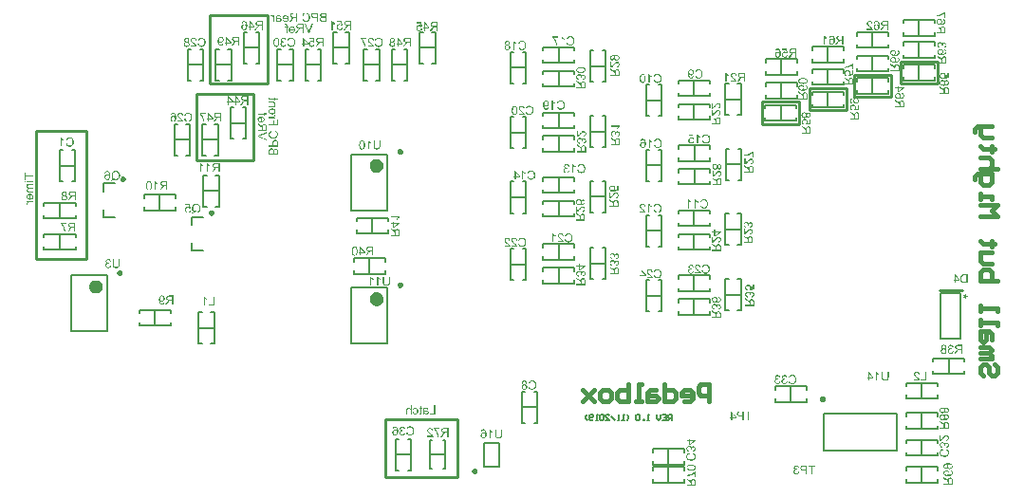
<source format=gbo>
%FSLAX23Y23*%
%MOIN*%
%SFA1B1*%

%IPPOS*%
%ADD11C,0.009840*%
%ADD12C,0.023620*%
%ADD13C,0.010000*%
%ADD14C,0.007870*%
%ADD15C,0.005910*%
%ADD66C,0.015750*%
%LNpedalbox-1*%
%LPD*%
G36*
X505Y1145D02*
X532D01*
Y1141*
X505*
Y1130*
X501*
Y1155*
X505*
Y1145*
G37*
G36*
X532Y1123D02*
X510D01*
Y1127*
X532*
Y1123*
G37*
G36*
X505D02*
X501D01*
Y1127*
X505*
Y1123*
G37*
G36*
X532Y1113D02*
X521D01*
X520Y1113*
X519Y1113*
X518Y1113*
X517Y1113*
X517Y1113*
X516Y1113*
X516Y1112*
X516Y1112*
X515Y1112*
X515Y1112*
X514Y1112*
X514Y1111*
X514Y1111*
X514Y1111*
X513Y1110*
X513Y1110*
X513Y1110*
X513Y1109*
X513Y1109*
X513Y1108*
X513Y1108*
X512Y1108*
Y1107*
X513Y1107*
X513Y1106*
X513Y1105*
X513Y1105*
X513Y1105*
X514Y1105*
X514Y1104*
X514Y1104*
X514Y1104*
X515Y1104*
X516Y1104*
X516Y1104*
X517Y1103*
X517Y1103*
X517*
X518*
X518*
X518*
X532*
Y1099*
X519*
X518Y1099*
X517Y1099*
X516Y1099*
X515Y1099*
X515Y1098*
X514Y1098*
X514Y1098*
X514Y1098*
X514Y1097*
X513Y1097*
X513Y1096*
X513Y1095*
X513Y1095*
X513Y1094*
X512Y1094*
Y1094*
X513Y1093*
X513Y1093*
X513Y1093*
X513Y1092*
X513Y1092*
X513Y1092*
X513Y1092*
X513Y1092*
X513Y1091*
X514Y1091*
X514Y1091*
X514Y1090*
X514Y1090*
X515Y1090*
X515Y1090*
X515*
X515Y1090*
X516Y1090*
X516Y1090*
X517Y1090*
X517Y1090*
X518*
X518*
X518*
X518*
X532*
Y1086*
X517*
X516*
X515Y1086*
X515Y1086*
X514Y1086*
X514Y1086*
X513Y1087*
X513Y1087*
X512Y1087*
X512Y1087*
X512Y1087*
X511Y1087*
X511Y1088*
X511Y1088*
X510Y1088*
X510Y1089*
X510Y1090*
X509Y1091*
X509Y1092*
X509Y1092*
Y1092*
X509Y1093*
Y1093*
X509Y1094*
X509Y1095*
X509Y1095*
X510Y1096*
X510Y1097*
X510Y1097*
X511Y1098*
X511Y1098*
X512Y1099*
X512Y1099*
X512Y1099*
X513Y1100*
X513Y1100*
X513Y1100*
X513Y1100*
X513Y1100*
X512Y1100*
X512Y1101*
X511Y1101*
X511Y1101*
X511Y1102*
X510Y1102*
X510Y1102*
X510Y1102*
X510Y1103*
X510Y1104*
X509Y1104*
X509Y1105*
X509Y1106*
X509Y1106*
Y1107*
X509Y1107*
X509Y1108*
X509Y1109*
X510Y1109*
X510Y1110*
X510Y1110*
X510Y1111*
X510Y1111*
X511Y1111*
X511Y1112*
X511Y1112*
X512Y1113*
X512Y1113*
X513Y1113*
X513Y1113*
X513Y1113*
X510*
Y1117*
X532*
Y1113*
G37*
G36*
X522Y1081D02*
X523Y1081D01*
X524Y1081*
X525Y1081*
X526Y1081*
X526Y1081*
X527Y1080*
X528Y1080*
X528Y1080*
X529Y1080*
X529Y1079*
X529Y1079*
X530Y1079*
X530Y1079*
X530Y1079*
X530Y1079*
X530Y1078*
X531Y1077*
X531Y1077*
X532Y1076*
X532Y1075*
X532Y1075*
X533Y1074*
X533Y1073*
X533Y1072*
X533Y1072*
X533Y1071*
X533Y1071*
Y1071*
X533Y1069*
X533Y1068*
X532Y1067*
X532Y1066*
X532Y1066*
X532Y1066*
X532Y1065*
X532Y1065*
X531Y1065*
X531Y1064*
X531Y1064*
X531Y1064*
Y1064*
X530Y1063*
X529Y1063*
X528Y1062*
X528Y1061*
X527Y1061*
X526Y1061*
X526Y1061*
X526Y1061*
X526Y1061*
X526Y1061*
X526*
X525Y1065*
X526Y1065*
X527Y1065*
X527Y1066*
X528Y1066*
X528Y1066*
X528Y1067*
X529Y1067*
X529Y1067*
X529Y1068*
X529Y1068*
X530Y1069*
X530Y1069*
X530Y1070*
X530Y1070*
Y1071*
X530Y1071*
X530Y1072*
X529Y1073*
X529Y1073*
X529Y1074*
X528Y1075*
X528Y1075*
X528Y1075*
X528Y1075*
Y1075*
X527Y1076*
X526Y1077*
X525Y1077*
X524Y1077*
X523Y1077*
X523Y1077*
X523Y1078*
X522*
X522Y1078*
X522*
X522*
Y1061*
X522Y1060*
X521*
X521*
X521*
X520Y1061*
X519Y1061*
X518Y1061*
X517Y1061*
X516Y1061*
X516Y1061*
X515Y1062*
X515Y1062*
X514Y1062*
X514Y1062*
X513Y1063*
X513Y1063*
X513Y1063*
X512Y1063*
X512Y1063*
X512Y1063*
X512Y1064*
X511Y1065*
X511Y1065*
X510Y1066*
X510Y1066*
X510Y1067*
X510Y1068*
X510Y1068*
X509Y1069*
X509Y1069*
X509Y1070*
X509Y1070*
X509Y1070*
Y1071*
X509Y1072*
X509Y1073*
X509Y1073*
X510Y1074*
X510Y1075*
X510Y1075*
X510Y1076*
X511Y1076*
X511Y1077*
X511Y1077*
X512Y1078*
X512Y1078*
X512Y1078*
X512Y1078*
X512Y1079*
X512Y1079*
X513Y1079*
X514Y1080*
X514Y1080*
X515Y1080*
X516Y1081*
X517Y1081*
X518Y1081*
X519Y1081*
X519Y1081*
X520Y1081*
X520Y1081*
X521Y1082*
X521*
X521*
X521*
X522Y1081*
G37*
G36*
X532Y1052D02*
X521D01*
X520Y1052*
X519Y1052*
X518Y1052*
X517Y1052*
X517Y1051*
X516Y1051*
X516Y1051*
X516Y1051*
X516Y1051*
X515Y1051*
X515Y1051*
X514Y1050*
X514Y1050*
X514Y1050*
X514Y1050*
X514Y1050*
X514Y1049*
X513Y1049*
X513Y1049*
X513Y1048*
X513Y1048*
X513Y1048*
Y1048*
X513Y1047*
X513Y1047*
X513Y1046*
X514Y1046*
X514Y1045*
X514Y1045*
X514Y1045*
X514Y1045*
X510Y1043*
X510Y1044*
X510Y1045*
X509Y1046*
X509Y1046*
X509Y1047*
X509Y1047*
Y1047*
X509Y1048*
X509Y1048*
X509Y1049*
X510Y1049*
X510Y1049*
X510Y1050*
X510Y1050*
X510Y1050*
X510Y1050*
X511Y1051*
X511Y1051*
X512Y1051*
X512Y1052*
X513Y1052*
X513Y1052*
X513Y1052*
X510*
Y1056*
X532*
Y1052*
G37*
G36*
X1395Y1709D02*
X1396Y1709D01*
X1396Y1709*
X1397Y1708*
X1398Y1708*
X1398Y1708*
X1398Y1708*
X1399Y1708*
X1399Y1708*
X1399*
X1399Y1708*
X1400Y1707*
X1401Y1707*
X1401Y1707*
X1402Y1706*
X1402Y1706*
X1402Y1706*
X1402Y1706*
X1403Y1705*
X1403Y1705*
X1403Y1704*
X1403Y1703*
X1404Y1703*
X1404Y1702*
X1404Y1702*
Y1702*
X1404Y1702*
Y1702*
X1400Y1701*
X1400Y1702*
X1399Y1703*
X1399Y1704*
X1399Y1704*
X1399Y1704*
X1398Y1705*
X1398Y1705*
X1398Y1705*
X1398Y1705*
X1397Y1705*
X1396Y1705*
X1396Y1706*
X1395Y1706*
X1395Y1706*
X1394*
X1393Y1706*
X1392Y1706*
X1391Y1705*
X1391Y1705*
X1390Y1705*
X1390Y1705*
X1390Y1704*
X1390Y1704*
X1389Y1704*
X1389Y1703*
X1389Y1703*
X1389Y1702*
X1389Y1702*
X1389Y1701*
Y1701*
Y1701*
Y1701*
Y1701*
Y1701*
Y1700*
X1389Y1700*
Y1700*
Y1700*
X1389Y1700*
X1390Y1700*
X1391Y1700*
X1392Y1699*
X1393Y1699*
X1393Y1699*
X1394Y1699*
X1394Y1699*
X1395Y1699*
X1395Y1699*
X1395*
X1395Y1699*
X1396*
X1396Y1699*
X1397Y1698*
X1398Y1698*
X1398Y1698*
X1398Y1698*
X1399Y1698*
X1399Y1698*
X1399*
X1400Y1698*
X1400Y1698*
X1401Y1698*
X1401Y1697*
X1401Y1697*
X1402Y1697*
X1402Y1697*
X1402Y1697*
X1402Y1697*
X1403Y1696*
X1403Y1696*
X1403Y1695*
X1403Y1695*
X1404Y1695*
X1404Y1695*
X1404Y1695*
X1404Y1694*
X1404Y1694*
X1404Y1693*
X1404Y1693*
X1404Y1692*
X1404Y1692*
Y1692*
Y1692*
X1404Y1691*
X1404Y1691*
X1404Y1690*
X1404Y1689*
X1403Y1688*
X1403Y1688*
X1403Y1687*
X1403Y1687*
X1402Y1687*
X1402Y1686*
X1401Y1686*
X1400Y1685*
X1399Y1685*
X1398Y1685*
X1398Y1685*
X1397*
X1397Y1685*
X1397*
X1396Y1685*
X1395Y1685*
X1394Y1685*
X1394Y1685*
X1393Y1686*
X1393Y1686*
X1393Y1686*
X1392Y1686*
X1392Y1686*
X1391Y1686*
X1390Y1687*
X1390Y1687*
X1389Y1688*
X1389Y1688*
X1388Y1688*
X1388Y1688*
X1388*
X1388Y1688*
X1388Y1687*
X1388Y1687*
X1388Y1686*
X1388Y1686*
X1388Y1686*
X1388Y1686*
X1388Y1686*
X1383*
X1384Y1686*
X1384Y1687*
X1384Y1687*
X1384Y1687*
X1384Y1688*
X1384Y1688*
X1384Y1688*
Y1688*
X1384Y1689*
X1385Y1689*
Y1689*
X1385Y1690*
X1385Y1691*
Y1692*
X1385Y1693*
Y1694*
Y1694*
Y1695*
Y1695*
Y1695*
Y1695*
Y1700*
Y1701*
X1385Y1702*
X1385Y1703*
Y1703*
X1385Y1703*
X1385Y1704*
X1385Y1704*
Y1704*
X1385Y1704*
X1385Y1705*
X1385Y1705*
X1386Y1706*
X1386Y1706*
X1386Y1706*
X1386Y1706*
X1386Y1706*
X1386Y1707*
X1387Y1707*
X1387Y1707*
X1388Y1708*
X1388Y1708*
X1388Y1708*
X1389Y1708*
X1389Y1708*
X1390Y1708*
X1390Y1709*
X1391Y1709*
X1392Y1709*
X1393Y1709*
X1393Y1709*
X1394*
X1395Y1709*
G37*
G36*
X1491Y1717D02*
X1492Y1717D01*
X1494Y1717*
X1494Y1717*
X1495Y1717*
X1495Y1716*
X1496Y1716*
X1496Y1716*
X1496Y1716*
X1497Y1716*
X1497Y1716*
X1497Y1716*
X1497Y1716*
X1498Y1715*
X1499Y1714*
X1500Y1713*
X1501Y1712*
X1501Y1711*
X1502Y1711*
X1502Y1711*
X1502Y1710*
X1502Y1710*
X1502Y1710*
X1502Y1710*
X1503Y1709*
X1503Y1707*
X1504Y1706*
X1504Y1704*
X1504Y1704*
X1504Y1703*
X1504Y1703*
Y1702*
X1504Y1702*
Y1702*
Y1702*
Y1702*
X1504Y1700*
X1504Y1698*
X1504Y1697*
X1503Y1696*
X1503Y1696*
X1503Y1695*
X1503Y1695*
X1503Y1694*
X1503Y1694*
X1503Y1693*
X1503Y1693*
X1502Y1693*
Y1693*
X1502Y1692*
X1501Y1690*
X1500Y1689*
X1500Y1689*
X1499Y1689*
X1499Y1688*
X1499Y1688*
X1498Y1688*
X1498Y1687*
X1498Y1687*
X1498Y1687*
X1498Y1687*
X1498Y1687*
X1497Y1687*
X1496Y1686*
X1495Y1686*
X1494Y1685*
X1492Y1685*
X1492Y1685*
X1491Y1685*
X1491Y1685*
X1490*
X1490Y1685*
X1489*
X1488Y1685*
X1488Y1685*
X1487Y1685*
X1486Y1685*
X1485Y1686*
X1485Y1686*
X1484Y1686*
X1483Y1686*
X1483Y1687*
X1482Y1687*
X1482Y1687*
X1482Y1687*
X1481Y1687*
X1481Y1688*
X1481Y1688*
X1481Y1688*
X1480Y1688*
X1480Y1689*
X1479Y1689*
X1479Y1690*
X1478Y1691*
X1477Y1693*
X1477Y1693*
X1477Y1694*
X1477Y1694*
X1477Y1695*
X1476Y1695*
X1476Y1695*
X1476Y1695*
Y1695*
X1480Y1697*
X1481Y1696*
X1481Y1695*
X1481Y1694*
X1481Y1694*
X1482Y1693*
X1482Y1693*
X1482Y1692*
X1482Y1692*
X1483Y1692*
X1483Y1691*
X1483Y1691*
X1483Y1691*
X1484Y1691*
X1484Y1691*
X1484Y1691*
X1484Y1691*
X1484Y1690*
X1485Y1690*
X1486Y1689*
X1487Y1689*
X1488Y1689*
X1488Y1689*
X1489Y1689*
X1489*
X1489Y1689*
X1490*
X1491Y1689*
X1492Y1689*
X1493Y1689*
X1493Y1689*
X1494Y1690*
X1494Y1690*
X1495Y1690*
X1495Y1690*
X1495Y1690*
X1495Y1690*
X1495*
X1496Y1691*
X1497Y1691*
X1497Y1692*
X1498Y1693*
X1498Y1693*
X1498Y1694*
X1499Y1694*
X1499Y1694*
X1499Y1694*
Y1694*
X1499Y1696*
X1499Y1697*
X1500Y1698*
X1500Y1699*
X1500Y1700*
X1500Y1700*
Y1701*
X1500Y1701*
Y1701*
Y1701*
Y1701*
Y1702*
X1500Y1703*
X1500Y1704*
X1500Y1705*
X1499Y1706*
X1499Y1706*
X1499Y1707*
X1499Y1707*
X1499Y1707*
X1499Y1707*
X1499Y1708*
Y1708*
X1498Y1709*
X1498Y1710*
X1497Y1710*
X1497Y1711*
X1496Y1712*
X1496Y1712*
X1496Y1712*
X1496Y1712*
X1495*
X1495Y1713*
X1493Y1713*
X1492Y1714*
X1492Y1714*
X1491Y1714*
X1490Y1714*
X1490*
X1490Y1714*
X1489*
X1488Y1714*
X1487Y1714*
X1486Y1714*
X1486Y1713*
X1485Y1713*
X1485Y1713*
X1484Y1713*
X1484Y1712*
X1483Y1712*
X1483Y1711*
X1482Y1710*
X1482Y1709*
X1481Y1709*
X1481Y1708*
X1481Y1708*
X1481Y1708*
X1481Y1708*
X1481Y1707*
Y1707*
X1477Y1708*
X1477Y1709*
X1477Y1710*
X1478Y1711*
X1478Y1711*
X1478Y1712*
X1479Y1712*
X1479Y1713*
X1480Y1713*
X1480Y1714*
X1480Y1714*
X1481Y1714*
X1481Y1715*
X1481Y1715*
X1481Y1715*
X1481Y1715*
X1481Y1715*
X1482Y1716*
X1483Y1716*
X1483Y1716*
X1484Y1717*
X1485Y1717*
X1487Y1717*
X1487Y1717*
X1488Y1717*
X1488Y1717*
X1489Y1718*
X1489Y1718*
X1489*
X1491Y1717*
G37*
G36*
X1419Y1709D02*
X1420Y1709D01*
X1421Y1709*
X1422Y1708*
X1422Y1708*
X1423Y1708*
X1423Y1708*
X1424Y1707*
X1424Y1707*
X1425Y1707*
X1425Y1706*
X1425Y1706*
X1426Y1706*
X1426Y1706*
X1426Y1706*
X1426Y1706*
X1427Y1705*
X1427Y1704*
X1427Y1704*
X1428Y1703*
X1428Y1702*
X1428Y1701*
X1429Y1700*
X1429Y1699*
X1429Y1699*
X1429Y1698*
X1429Y1698*
X1429Y1697*
Y1697*
Y1697*
Y1697*
X1429Y1696*
X1429Y1695*
X1429Y1694*
X1429Y1693*
X1428Y1692*
X1428Y1692*
X1428Y1691*
X1428Y1690*
X1427Y1690*
X1427Y1689*
X1427Y1689*
X1427Y1689*
X1426Y1688*
X1426Y1688*
X1426Y1688*
X1426Y1688*
X1425Y1688*
X1425Y1687*
X1424Y1687*
X1424Y1686*
X1423Y1686*
X1422Y1686*
X1421Y1685*
X1420Y1685*
X1420Y1685*
X1419Y1685*
X1419Y1685*
X1419Y1685*
X1418*
X1417Y1685*
X1415Y1685*
X1414Y1686*
X1414Y1686*
X1413Y1686*
X1413Y1686*
X1413Y1686*
X1412Y1686*
X1412Y1687*
X1412Y1687*
X1412Y1687*
X1412Y1687*
X1412*
X1411Y1688*
X1410Y1689*
X1409Y1690*
X1409Y1690*
X1408Y1691*
X1408Y1692*
X1408Y1692*
X1408Y1692*
X1408Y1692*
X1408Y1692*
Y1692*
X1412Y1693*
X1412Y1692*
X1413Y1691*
X1413Y1691*
X1414Y1690*
X1414Y1690*
X1414Y1690*
X1414Y1689*
X1414Y1689*
X1415Y1689*
X1416Y1689*
X1416Y1688*
X1417Y1688*
X1417Y1688*
X1418Y1688*
X1418*
X1419Y1688*
X1419Y1688*
X1420Y1689*
X1421Y1689*
X1422Y1689*
X1422Y1690*
X1423Y1690*
X1423Y1690*
X1423Y1690*
X1423*
X1424Y1691*
X1424Y1692*
X1424Y1693*
X1425Y1694*
X1425Y1695*
X1425Y1695*
X1425Y1695*
Y1696*
X1425Y1696*
Y1696*
Y1696*
X1408*
X1408Y1696*
Y1697*
Y1697*
Y1697*
X1408Y1698*
X1408Y1699*
X1408Y1700*
X1408Y1701*
X1409Y1702*
X1409Y1702*
X1409Y1703*
X1409Y1703*
X1410Y1704*
X1410Y1704*
X1410Y1705*
X1410Y1705*
X1411Y1705*
X1411Y1706*
X1411Y1706*
X1411Y1706*
X1411Y1706*
X1412Y1707*
X1413Y1707*
X1413Y1708*
X1414Y1708*
X1414Y1708*
X1415Y1708*
X1416Y1708*
X1416Y1709*
X1417Y1709*
X1417Y1709*
X1418Y1709*
X1418Y1709*
X1418*
X1419Y1709*
G37*
G36*
X1562Y1686D02*
X1550D01*
X1549Y1686*
X1548Y1686*
X1547Y1686*
X1546Y1686*
X1546Y1686*
X1545Y1686*
X1545Y1686*
X1545*
X1544Y1686*
X1543Y1686*
X1543Y1687*
X1542Y1687*
X1542Y1687*
X1541Y1687*
X1541Y1688*
X1541Y1688*
X1541Y1688*
X1540Y1688*
X1540Y1689*
X1540Y1689*
X1539Y1690*
X1539Y1690*
X1539Y1690*
X1539Y1691*
X1539Y1691*
X1538Y1692*
X1538Y1693*
X1538Y1693*
X1538Y1694*
X1538Y1694*
Y1695*
Y1695*
Y1695*
X1538Y1696*
X1538Y1697*
X1538Y1697*
X1539Y1698*
X1539Y1699*
X1539Y1699*
X1539Y1699*
X1540Y1699*
X1540Y1700*
X1541Y1701*
X1542Y1701*
X1542Y1702*
X1543Y1702*
X1543Y1702*
X1544Y1702*
X1544Y1702*
X1544Y1702*
X1544*
X1543Y1703*
X1542Y1703*
X1542Y1704*
X1541Y1704*
X1541Y1705*
X1541Y1705*
X1541Y1705*
X1541Y1705*
X1540Y1706*
X1540Y1707*
X1540Y1707*
X1540Y1708*
X1540Y1708*
X1540Y1709*
Y1709*
Y1709*
X1540Y1710*
X1540Y1711*
X1540Y1711*
X1540Y1712*
X1540Y1712*
X1541Y1713*
X1541Y1713*
X1541Y1713*
X1541Y1714*
X1542Y1714*
X1542Y1715*
X1543Y1715*
X1543Y1716*
X1544Y1716*
X1544Y1716*
X1544Y1716*
X1544*
X1545Y1716*
X1546Y1717*
X1547Y1717*
X1548Y1717*
X1549Y1717*
X1549*
X1549Y1717*
X1562*
Y1686*
G37*
G36*
X1532D02*
X1528D01*
Y1698*
X1520*
X1519Y1698*
X1518Y1698*
X1517Y1699*
X1516Y1699*
X1515Y1699*
X1514Y1699*
X1514Y1699*
X1513Y1700*
X1512Y1700*
X1512Y1700*
X1512Y1700*
X1511Y1701*
X1511Y1701*
X1511Y1701*
X1511Y1701*
X1511Y1701*
X1510Y1702*
X1510Y1702*
X1510Y1703*
X1509Y1703*
X1509Y1704*
X1509Y1704*
X1509Y1706*
X1508Y1706*
X1508Y1706*
X1508Y1707*
X1508Y1707*
X1508Y1708*
Y1708*
Y1708*
Y1708*
X1508Y1709*
X1508Y1710*
X1509Y1710*
X1509Y1711*
X1509Y1711*
X1509Y1712*
X1509Y1712*
X1509Y1712*
X1510Y1713*
X1510Y1713*
X1510Y1714*
X1511Y1714*
X1511Y1715*
X1511Y1715*
X1512Y1715*
X1512Y1715*
X1512Y1716*
X1513Y1716*
X1514Y1716*
X1514Y1716*
X1515Y1717*
X1515Y1717*
X1516Y1717*
X1516*
X1516Y1717*
X1517Y1717*
X1518Y1717*
X1519Y1717*
X1519Y1717*
X1532*
Y1686*
G37*
G36*
X1459D02*
X1455D01*
Y1700*
X1449*
X1449Y1699*
X1448*
X1448Y1699*
X1448Y1699*
X1448*
X1448Y1699*
X1448*
X1447Y1699*
X1447Y1699*
X1446Y1699*
X1446Y1699*
X1446Y1699*
X1446Y1699*
X1446Y1699*
X1445Y1698*
X1445Y1698*
X1444Y1697*
X1444Y1697*
X1444Y1697*
X1444Y1696*
X1444Y1696*
X1443Y1696*
X1443Y1695*
X1442Y1694*
X1442Y1694*
X1441Y1693*
X1441Y1693*
X1441Y1692*
X1441Y1692*
X1441Y1692*
Y1692*
X1436Y1686*
X1431*
X1437Y1694*
X1437Y1695*
X1438Y1696*
X1438Y1697*
X1439Y1697*
X1439Y1698*
X1440Y1698*
X1440Y1698*
X1440Y1698*
X1440Y1699*
X1441Y1699*
X1442Y1699*
X1442Y1700*
X1442Y1700*
X1442Y1700*
X1443Y1700*
X1442Y1700*
X1441Y1700*
X1440Y1700*
X1440Y1701*
X1439Y1701*
X1438Y1701*
X1438Y1701*
X1438Y1702*
X1437Y1702*
X1437Y1702*
X1437Y1702*
X1436Y1702*
X1436Y1703*
X1436Y1703*
X1436Y1703*
X1436Y1703*
X1436Y1703*
X1435Y1704*
X1435Y1705*
X1434Y1706*
X1434Y1706*
X1434Y1707*
X1434Y1708*
Y1708*
X1434Y1708*
Y1708*
Y1708*
Y1708*
X1434Y1709*
X1434Y1710*
X1434Y1711*
X1434Y1712*
X1435Y1712*
X1435Y1713*
X1435Y1713*
X1435Y1713*
Y1713*
X1436Y1714*
X1436Y1715*
X1437Y1715*
X1437Y1715*
X1438Y1716*
X1438Y1716*
X1438Y1716*
X1438Y1716*
X1439*
X1439Y1716*
X1439Y1716*
X1440Y1717*
X1442Y1717*
X1443Y1717*
X1443Y1717*
X1444*
X1444Y1717*
X1459*
Y1686*
G37*
G36*
X1371Y1709D02*
X1371Y1709D01*
X1372Y1709*
X1372Y1708*
X1372Y1708*
X1373Y1708*
X1373Y1708*
X1373Y1708*
X1373Y1708*
X1374Y1707*
X1374Y1707*
X1374Y1706*
X1375Y1706*
X1375Y1705*
X1375Y1705*
X1375Y1705*
Y1708*
X1379*
Y1686*
X1375*
Y1697*
X1375Y1698*
X1375Y1699*
X1375Y1700*
X1375Y1701*
X1374Y1701*
X1374Y1702*
X1374Y1702*
X1374Y1702*
X1374Y1702*
X1374Y1703*
X1374Y1703*
X1373Y1704*
X1373Y1704*
X1373Y1704*
X1373Y1704*
X1373Y1704*
X1372Y1704*
X1372Y1705*
X1372Y1705*
X1371Y1705*
X1371Y1705*
X1371Y1705*
X1371*
X1370Y1705*
X1370Y1705*
X1369Y1705*
X1369Y1704*
X1368Y1704*
X1368Y1704*
X1368Y1704*
X1368Y1704*
X1366Y1708*
X1367Y1708*
X1368Y1708*
X1368Y1709*
X1369Y1709*
X1370Y1709*
X1370Y1709*
X1370*
X1371Y1709*
G37*
G36*
X1501Y1647D02*
X1497D01*
X1485Y1678*
X1489*
X1498Y1655*
X1498Y1654*
X1498Y1653*
X1499Y1653*
X1499Y1652*
X1499Y1651*
X1499Y1651*
X1499Y1650*
X1499Y1650*
X1499Y1650*
Y1650*
X1500Y1652*
X1500Y1653*
X1500Y1654*
X1501Y1654*
X1501Y1655*
X1501Y1655*
X1501Y1655*
X1501Y1655*
X1501Y1655*
Y1655*
X1509Y1678*
X1514*
X1501Y1647*
G37*
G36*
X1441Y1670D02*
X1442Y1670D01*
X1443Y1670*
X1444Y1669*
X1444Y1669*
X1445Y1669*
X1446Y1669*
X1446Y1668*
X1447Y1668*
X1447Y1668*
X1447Y1668*
X1448Y1667*
X1448Y1667*
X1448Y1667*
X1448Y1667*
X1448Y1667*
X1449Y1666*
X1449Y1665*
X1450Y1665*
X1450Y1664*
X1450Y1663*
X1450Y1663*
X1451Y1661*
X1451Y1660*
X1451Y1660*
X1451Y1659*
X1451Y1659*
X1451Y1658*
Y1658*
Y1658*
Y1658*
X1451Y1657*
X1451Y1656*
X1451Y1655*
X1451Y1654*
X1450Y1653*
X1450Y1653*
X1450Y1652*
X1450Y1651*
X1449Y1651*
X1449Y1650*
X1449Y1650*
X1449Y1650*
X1448Y1650*
X1448Y1649*
X1448Y1649*
X1448Y1649*
X1448Y1649*
X1447Y1648*
X1446Y1648*
X1446Y1647*
X1445Y1647*
X1444Y1647*
X1443Y1647*
X1443Y1646*
X1442Y1646*
X1441Y1646*
X1441Y1646*
X1441Y1646*
X1440*
X1439Y1646*
X1438Y1646*
X1436Y1647*
X1436Y1647*
X1435Y1647*
X1435Y1647*
X1435Y1647*
X1434Y1648*
X1434Y1648*
X1434Y1648*
X1434Y1648*
X1434Y1648*
X1434*
X1433Y1649*
X1432Y1650*
X1431Y1651*
X1431Y1652*
X1431Y1652*
X1430Y1653*
X1430Y1653*
X1430Y1653*
X1430Y1653*
X1430Y1653*
Y1654*
X1434Y1654*
X1435Y1653*
X1435Y1652*
X1435Y1652*
X1436Y1651*
X1436Y1651*
X1436Y1651*
X1437Y1650*
X1437Y1650*
X1437Y1650*
X1438Y1650*
X1438Y1650*
X1439Y1649*
X1439Y1649*
X1440Y1649*
X1440*
X1441Y1649*
X1441Y1649*
X1442Y1650*
X1443Y1650*
X1444Y1650*
X1444Y1651*
X1445Y1651*
X1445Y1651*
X1445Y1651*
X1445*
X1446Y1652*
X1446Y1653*
X1447Y1654*
X1447Y1655*
X1447Y1656*
X1447Y1656*
X1447Y1656*
Y1657*
X1447Y1657*
Y1657*
Y1657*
X1430*
X1430Y1658*
Y1658*
Y1658*
Y1658*
X1430Y1659*
X1430Y1660*
X1430Y1661*
X1430Y1662*
X1431Y1663*
X1431Y1663*
X1431Y1664*
X1431Y1665*
X1432Y1665*
X1432Y1666*
X1432Y1666*
X1432Y1666*
X1433Y1667*
X1433Y1667*
X1433Y1667*
X1433Y1667*
X1433Y1667*
X1434Y1668*
X1435Y1668*
X1435Y1669*
X1436Y1669*
X1437Y1669*
X1437Y1669*
X1438Y1670*
X1438Y1670*
X1439Y1670*
X1439Y1670*
X1440Y1670*
X1440Y1670*
X1440*
X1441Y1670*
G37*
G36*
X1481Y1647D02*
X1477D01*
Y1661*
X1471*
X1471Y1661*
X1471*
X1470Y1661*
X1470Y1660*
X1470*
X1470Y1660*
X1470*
X1469Y1660*
X1469Y1660*
X1468Y1660*
X1468Y1660*
X1468Y1660*
X1468Y1660*
X1468Y1660*
X1467Y1659*
X1467Y1659*
X1466Y1658*
X1466Y1658*
X1466Y1658*
X1466Y1658*
X1466Y1658*
X1465Y1657*
X1465Y1656*
X1464Y1655*
X1464Y1655*
X1463Y1654*
X1463Y1654*
X1463Y1653*
X1463Y1653*
X1463Y1653*
Y1653*
X1459Y1647*
X1453*
X1459Y1655*
X1459Y1656*
X1460Y1657*
X1461Y1658*
X1461Y1658*
X1462Y1659*
X1462Y1659*
X1462Y1659*
X1462Y1659*
X1463Y1660*
X1463Y1660*
X1464Y1660*
X1464Y1661*
X1464Y1661*
X1465Y1661*
X1465Y1661*
X1464Y1661*
X1463Y1661*
X1462Y1661*
X1462Y1662*
X1461Y1662*
X1461Y1662*
X1460Y1662*
X1460Y1663*
X1459Y1663*
X1459Y1663*
X1459Y1663*
X1458Y1663*
X1458Y1664*
X1458Y1664*
X1458Y1664*
X1458Y1664*
X1458Y1664*
X1457Y1665*
X1457Y1666*
X1456Y1667*
X1456Y1668*
X1456Y1668*
X1456Y1669*
Y1669*
X1456Y1669*
Y1669*
Y1669*
Y1670*
X1456Y1671*
X1456Y1671*
X1456Y1672*
X1456Y1673*
X1457Y1673*
X1457Y1674*
X1457Y1674*
X1457Y1674*
Y1674*
X1458Y1675*
X1458Y1676*
X1459Y1676*
X1459Y1677*
X1460Y1677*
X1460Y1677*
X1461Y1677*
X1461Y1677*
X1461*
X1461Y1677*
X1462Y1678*
X1463Y1678*
X1464Y1678*
X1465Y1678*
X1466Y1678*
X1466*
X1466Y1678*
X1481*
Y1647*
G37*
G36*
X1419Y1679D02*
X1420Y1679D01*
X1420Y1678*
X1421Y1678*
X1421Y1678*
X1422Y1678*
X1422Y1678*
X1422Y1678*
X1423Y1677*
X1423Y1677*
X1423Y1677*
X1424Y1676*
X1424Y1676*
X1424Y1676*
X1424Y1675*
X1424Y1675*
X1424Y1675*
X1424Y1674*
X1424Y1674*
X1424Y1673*
Y1673*
X1424Y1672*
Y1672*
Y1672*
Y1672*
Y1669*
X1428*
Y1666*
X1424*
Y1647*
X1421*
Y1666*
X1416*
Y1669*
X1421*
Y1672*
X1420Y1672*
X1420Y1673*
X1420Y1673*
X1420Y1674*
X1420Y1674*
X1420Y1674*
X1420Y1674*
X1420Y1674*
X1419Y1675*
X1419Y1675*
X1419Y1675*
X1418Y1675*
X1418Y1675*
X1418Y1675*
X1417*
X1417Y1675*
X1416Y1675*
X1416*
X1415Y1675*
X1415Y1675*
X1415Y1675*
X1415*
X1414Y1678*
X1415Y1678*
X1416Y1679*
X1416Y1679*
X1417Y1679*
X1417Y1679*
X1418*
X1419Y1679*
G37*
G36*
X1363Y1419D02*
X1363Y1418D01*
X1363Y1418*
Y1418*
X1363Y1418*
Y1417*
X1363Y1416*
X1363Y1416*
X1363Y1416*
X1363Y1416*
X1364Y1415*
X1364Y1415*
X1364Y1415*
X1364Y1415*
X1364Y1415*
X1365Y1415*
X1365Y1415*
X1366Y1415*
X1366*
X1366*
X1366*
X1380*
Y1419*
X1383*
Y1415*
X1391*
X1388Y1411*
X1383*
Y1408*
X1380*
Y1411*
X1366*
X1366*
X1365*
X1365Y1411*
X1364Y1411*
X1364*
X1363Y1411*
X1363Y1411*
X1362Y1411*
X1362Y1411*
X1362Y1411*
X1362*
X1361Y1412*
X1361Y1412*
X1361Y1412*
X1361Y1412*
X1360Y1413*
X1360Y1413*
X1360Y1413*
X1360Y1413*
X1360Y1414*
X1360Y1414*
X1360Y1415*
X1360Y1415*
X1359Y1416*
X1359Y1416*
Y1416*
X1359Y1417*
X1360Y1418*
X1360Y1418*
X1360Y1419*
X1360Y1419*
X1360Y1419*
Y1419*
X1363Y1419*
G37*
G36*
X1375Y1404D02*
X1376Y1404D01*
X1377*
X1377Y1404*
X1377Y1404*
X1377Y1404*
X1378*
X1378Y1404*
X1379Y1404*
X1379Y1404*
X1380Y1403*
X1380Y1403*
X1380Y1403*
X1380Y1403*
X1380Y1403*
X1381Y1403*
X1381Y1402*
X1382Y1402*
X1382Y1401*
X1382Y1401*
X1382Y1401*
X1382Y1400*
X1382Y1400*
X1383Y1400*
X1383Y1399*
X1383Y1398*
X1383Y1398*
X1383Y1397*
X1383Y1397*
Y1397*
X1383Y1396*
X1383Y1395*
X1383Y1394*
X1382Y1393*
X1382Y1393*
X1382Y1392*
X1382Y1392*
X1381Y1391*
X1381Y1391*
X1380Y1390*
X1380Y1390*
X1380Y1390*
X1380Y1390*
X1379Y1389*
X1379Y1389*
X1379Y1389*
X1383*
Y1386*
X1360*
Y1390*
X1372*
X1373*
X1374Y1390*
X1374Y1390*
X1375Y1390*
X1375Y1390*
X1376Y1390*
X1376Y1390*
X1377Y1391*
X1377Y1391*
X1377Y1391*
X1378Y1391*
X1378Y1391*
X1378Y1391*
X1378Y1392*
X1379Y1392*
X1379Y1393*
X1379Y1394*
X1380Y1394*
X1380Y1395*
X1380Y1395*
X1380Y1396*
Y1396*
X1380Y1396*
X1380Y1397*
X1379Y1397*
X1379Y1398*
X1379Y1398*
X1379Y1398*
X1379Y1398*
X1379Y1398*
X1379Y1399*
X1378Y1399*
X1378Y1400*
X1378Y1400*
X1378Y1400*
X1377Y1400*
X1377Y1400*
X1377*
X1377Y1400*
X1376Y1400*
X1375Y1400*
X1375Y1401*
X1374Y1401*
X1374*
X1374*
X1374*
X1374*
X1360*
Y1404*
X1374*
X1375*
X1375Y1404*
G37*
G36*
X1353Y1367D02*
X1353Y1367D01*
X1353Y1366*
X1353Y1365*
X1353Y1365*
Y1364*
X1353Y1363*
X1353Y1363*
X1353Y1362*
X1352Y1361*
X1352Y1361*
X1352Y1361*
X1352Y1360*
X1352Y1360*
X1352Y1360*
X1351Y1360*
X1351Y1359*
X1350Y1359*
X1350Y1359*
X1350Y1359*
X1350Y1359*
X1350Y1358*
X1349Y1358*
X1349Y1358*
X1348Y1358*
X1347Y1358*
X1347*
X1346Y1358*
X1346*
X1346*
X1346*
X1344*
Y1355*
X1341*
Y1358*
X1321*
Y1362*
X1341*
Y1366*
X1344*
Y1362*
X1346*
X1347Y1362*
X1347Y1362*
X1348Y1362*
X1348Y1362*
X1348Y1362*
X1348Y1363*
X1349Y1363*
X1349Y1363*
X1349Y1363*
X1349Y1363*
X1349Y1364*
X1349Y1364*
X1349Y1365*
X1349Y1365*
Y1365*
X1349Y1366*
X1349Y1366*
Y1367*
X1349Y1367*
X1349Y1367*
X1349Y1367*
Y1367*
X1352Y1368*
X1353Y1367*
G37*
G36*
X1372Y1381D02*
X1373Y1381D01*
X1374Y1381*
X1375Y1381*
X1376Y1381*
X1377Y1380*
X1377Y1380*
X1378Y1380*
X1378Y1380*
X1379Y1379*
X1379Y1379*
X1379Y1379*
X1380Y1379*
X1380Y1378*
X1380Y1378*
X1380Y1378*
X1381Y1378*
X1381Y1377*
X1381Y1377*
X1382Y1376*
X1382Y1375*
X1382Y1375*
X1383Y1373*
X1383Y1373*
X1383Y1372*
X1383Y1372*
X1383Y1371*
X1383Y1371*
Y1371*
X1383Y1370*
X1383Y1369*
X1383Y1368*
X1382Y1367*
X1382Y1366*
X1382Y1365*
X1382Y1365*
X1381Y1365*
X1381Y1364*
X1381Y1364*
X1381Y1364*
X1381Y1364*
X1381Y1364*
X1381Y1363*
X1380Y1363*
X1379Y1362*
X1379Y1362*
X1378Y1361*
X1377Y1361*
X1376Y1361*
X1375Y1361*
X1375Y1360*
X1374Y1360*
X1373Y1360*
X1373Y1360*
X1372Y1360*
X1372*
X1371Y1360*
X1371*
X1371*
X1370Y1360*
X1369Y1360*
X1368Y1360*
X1367Y1360*
X1367Y1361*
X1366Y1361*
X1365Y1361*
X1365Y1361*
X1364Y1362*
X1364Y1362*
X1363Y1362*
X1363Y1362*
X1363Y1363*
X1362Y1363*
X1362Y1363*
X1362Y1363*
X1362Y1363*
X1361Y1364*
X1361Y1365*
X1361Y1365*
X1360Y1366*
X1360Y1367*
X1360Y1368*
X1360Y1368*
X1359Y1369*
X1359Y1369*
X1359Y1370*
X1359Y1370*
Y1371*
X1359Y1372*
X1359Y1373*
X1360Y1374*
X1360Y1374*
X1360Y1375*
X1360Y1375*
X1360Y1376*
X1360Y1376*
X1361Y1376*
X1361Y1376*
Y1376*
X1361Y1377*
X1362Y1378*
X1362Y1378*
X1363Y1379*
X1364Y1379*
X1364Y1380*
X1364Y1380*
X1364Y1380*
X1364Y1380*
X1365*
X1366Y1380*
X1367Y1381*
X1368Y1381*
X1369Y1381*
X1369Y1381*
X1370*
X1370Y1381*
X1371Y1381*
X1371*
X1371*
X1371*
X1371*
X1372Y1381*
G37*
G36*
X1382Y1358D02*
X1383Y1358D01*
X1383Y1357*
X1383Y1356*
X1383Y1356*
X1383Y1355*
Y1355*
X1383Y1355*
X1383Y1354*
X1383Y1354*
X1383Y1353*
X1383Y1353*
X1382Y1353*
X1382Y1353*
X1382Y1353*
X1382Y1352*
X1381Y1352*
X1381Y1351*
X1380Y1351*
X1380Y1351*
X1379Y1350*
X1379Y1350*
X1379Y1350*
X1383*
Y1347*
X1360*
Y1351*
X1372*
X1373Y1351*
X1373Y1351*
X1374Y1351*
X1375Y1351*
X1375Y1351*
X1376Y1351*
X1376Y1351*
X1376Y1351*
X1377Y1351*
X1377Y1352*
X1377Y1352*
X1378Y1352*
X1378Y1352*
X1378Y1352*
X1378Y1353*
X1378Y1353*
X1379Y1353*
X1379Y1353*
X1379Y1354*
X1379Y1354*
X1379Y1354*
X1379Y1355*
Y1355*
X1379Y1355*
X1379Y1356*
X1379Y1356*
X1379Y1357*
X1379Y1357*
X1378Y1357*
X1378Y1358*
X1378Y1358*
X1382Y1359*
X1382Y1358*
G37*
G36*
X1333Y1352D02*
X1334Y1352D01*
X1335Y1352*
X1336Y1352*
X1337Y1352*
X1338Y1352*
X1338Y1351*
X1339Y1351*
X1339Y1351*
X1340Y1350*
X1340Y1350*
X1340Y1350*
X1341Y1350*
X1341Y1350*
X1341Y1350*
X1341Y1350*
X1342Y1349*
X1342Y1348*
X1343Y1348*
X1343Y1347*
X1343Y1346*
X1343Y1346*
X1344Y1345*
X1344Y1345*
X1344Y1344*
X1344Y1344*
X1344Y1343*
X1344Y1343*
X1344Y1342*
Y1342*
X1344Y1341*
X1344Y1340*
X1344Y1340*
X1344Y1339*
X1343Y1338*
X1343Y1338*
X1343Y1337*
X1343Y1336*
X1342Y1336*
X1342Y1336*
X1342Y1335*
X1342Y1335*
X1341Y1335*
X1341Y1334*
X1341Y1334*
X1341Y1334*
X1340Y1334*
X1340Y1333*
X1339Y1333*
X1338Y1333*
X1338Y1332*
X1337Y1332*
X1335Y1332*
X1335Y1332*
X1334Y1332*
X1334Y1331*
X1333Y1331*
X1333Y1331*
X1332*
X1332*
X1332*
X1331Y1331*
X1330Y1332*
X1329Y1332*
X1328Y1332*
X1328Y1332*
X1327Y1332*
X1326Y1333*
X1326Y1333*
X1325Y1333*
X1325Y1333*
X1324Y1334*
X1324Y1334*
X1324Y1334*
X1324Y1334*
X1323Y1334*
X1323Y1334*
X1323Y1335*
X1322Y1335*
X1322Y1336*
X1322Y1337*
X1321Y1337*
X1321Y1338*
X1321Y1339*
X1321Y1340*
X1321Y1341*
X1320Y1341*
X1320Y1341*
X1320Y1342*
Y1342*
X1320Y1344*
X1321Y1345*
X1321Y1346*
X1321Y1347*
X1321Y1347*
X1322Y1347*
X1322Y1348*
X1322Y1348*
X1322Y1348*
X1322Y1348*
X1322Y1349*
X1322Y1349*
Y1349*
X1323Y1350*
X1324Y1350*
X1325Y1351*
X1326Y1351*
X1327Y1352*
X1327Y1352*
X1327Y1352*
X1327Y1352*
X1328Y1352*
X1328Y1352*
X1328*
X1328Y1348*
X1327Y1348*
X1327Y1348*
X1326Y1347*
X1326Y1347*
X1325Y1346*
X1325Y1346*
X1325Y1346*
X1325Y1346*
X1324Y1345*
X1324Y1345*
X1324Y1344*
X1324Y1344*
X1324Y1343*
X1324Y1343*
Y1342*
X1324Y1342*
X1324Y1341*
X1324Y1340*
X1324Y1339*
X1325Y1339*
X1325Y1338*
X1325Y1338*
X1325Y1338*
X1326Y1337*
Y1337*
X1326Y1337*
X1327Y1336*
X1328Y1336*
X1329Y1336*
X1330Y1336*
X1330Y1335*
X1331Y1335*
X1331*
X1331Y1335*
X1331*
X1331*
Y1352*
X1332Y1352*
X1332*
X1332*
X1332*
X1333Y1352*
G37*
G36*
X1391Y1321D02*
X1360D01*
Y1325*
X1374*
Y1340*
X1378*
Y1325*
X1388*
Y1342*
X1391*
Y1321*
G37*
G36*
X1329Y1324D02*
X1330Y1323D01*
X1331Y1322*
X1332Y1322*
X1332Y1321*
X1333Y1321*
X1333Y1321*
X1334Y1320*
X1334Y1320*
X1334Y1320*
X1334Y1319*
X1335Y1319*
X1335Y1318*
X1335Y1318*
X1335Y1318*
X1335Y1318*
X1335Y1319*
X1335Y1319*
X1336Y1320*
X1336Y1321*
X1336Y1321*
X1336Y1322*
X1337Y1322*
X1337Y1323*
X1337Y1323*
X1337Y1324*
X1338Y1324*
X1338Y1324*
X1338Y1324*
X1338Y1324*
X1338Y1324*
X1338Y1324*
X1339Y1325*
X1339Y1325*
X1340Y1326*
X1341Y1326*
X1342Y1326*
X1343Y1327*
X1343Y1327*
X1343*
X1343Y1327*
X1344*
X1344*
X1344*
X1345Y1327*
X1346Y1326*
X1346Y1326*
X1347Y1326*
X1348Y1326*
X1348Y1326*
X1348Y1325*
X1348Y1325*
X1348*
X1349Y1325*
X1350Y1324*
X1350Y1324*
X1351Y1323*
X1351Y1323*
X1351Y1322*
X1351Y1322*
X1351Y1322*
Y1322*
X1352Y1321*
X1352Y1321*
X1352Y1320*
X1352Y1319*
X1352Y1318*
X1352Y1317*
Y1316*
X1352Y1316*
Y1301*
X1321*
Y1306*
X1335*
Y1311*
X1335Y1312*
Y1312*
X1335Y1312*
X1335Y1312*
Y1313*
X1335Y1313*
Y1313*
X1334Y1313*
X1334Y1314*
X1334Y1314*
X1334Y1314*
X1334Y1315*
X1334Y1315*
X1334Y1315*
X1334Y1315*
X1333Y1315*
X1333Y1316*
X1332Y1316*
X1332Y1317*
X1332Y1317*
X1332Y1317*
X1331Y1317*
X1330Y1318*
X1330Y1318*
X1329Y1319*
X1328Y1319*
X1328Y1319*
X1328Y1320*
X1328Y1320*
X1327Y1320*
X1327*
X1321Y1324*
Y1329*
X1329Y1324*
G37*
G36*
X1371Y1299D02*
X1370Y1299D01*
X1369Y1298*
X1369Y1298*
X1368Y1298*
X1368Y1298*
X1367Y1297*
X1367Y1297*
X1366Y1297*
X1366Y1297*
X1366Y1296*
X1365Y1296*
X1365Y1296*
X1365Y1296*
X1365Y1296*
X1365Y1296*
X1365Y1295*
X1364Y1295*
X1364Y1295*
X1364Y1294*
X1363Y1293*
X1363Y1292*
X1363Y1291*
X1363Y1290*
Y1290*
X1363Y1290*
Y1290*
X1363Y1289*
X1363Y1288*
X1363Y1287*
X1363Y1286*
X1364Y1285*
X1364Y1285*
X1364Y1285*
X1364Y1284*
X1364Y1284*
X1364Y1284*
Y1284*
X1365Y1283*
X1366Y1283*
X1366Y1282*
X1367Y1281*
X1368Y1281*
X1368Y1281*
X1368Y1281*
X1369Y1281*
X1369Y1281*
X1369*
X1370Y1280*
X1371Y1280*
X1372Y1280*
X1373Y1280*
X1374Y1280*
X1374Y1279*
X1375*
X1375Y1279*
X1375*
X1376*
X1376*
X1376*
X1377Y1279*
X1378Y1280*
X1379Y1280*
X1380Y1280*
X1381Y1280*
X1381Y1280*
X1381Y1280*
X1381Y1280*
X1382Y1280*
X1382Y1280*
X1382*
X1383Y1281*
X1384Y1281*
X1385Y1282*
X1385Y1282*
X1386Y1283*
X1386Y1283*
X1386Y1284*
X1386Y1284*
Y1284*
X1387Y1285*
X1388Y1286*
X1388Y1287*
X1388Y1288*
X1388Y1289*
X1388Y1289*
Y1289*
X1388Y1290*
Y1290*
X1388Y1291*
X1388Y1292*
X1388Y1293*
X1387Y1294*
X1387Y1294*
X1387Y1295*
X1387Y1295*
X1387Y1295*
X1386Y1296*
X1385Y1297*
X1384Y1297*
X1384Y1298*
X1383Y1298*
X1382Y1298*
X1382Y1298*
X1382Y1298*
X1382Y1298*
X1382Y1298*
X1382*
X1383Y1302*
X1383Y1302*
X1384Y1302*
X1385Y1302*
X1386Y1301*
X1386Y1301*
X1387Y1300*
X1387Y1300*
X1388Y1300*
X1388Y1299*
X1388Y1299*
X1389Y1299*
X1389Y1298*
X1389Y1298*
X1389Y1298*
X1389Y1298*
X1389Y1298*
X1390Y1297*
X1390Y1297*
X1391Y1296*
X1391Y1295*
X1391Y1294*
X1391Y1293*
X1392Y1292*
X1392Y1292*
X1392Y1291*
X1392Y1291*
X1392Y1290*
Y1290*
X1392Y1288*
X1391Y1287*
X1391Y1286*
X1391Y1285*
X1391Y1285*
X1391Y1284*
X1390Y1284*
X1390Y1283*
X1390Y1283*
X1390Y1283*
X1390Y1283*
X1390Y1282*
X1390Y1282*
X1389Y1281*
X1388Y1280*
X1387Y1279*
X1386Y1278*
X1386Y1278*
X1385Y1278*
X1385Y1277*
X1385Y1277*
X1384Y1277*
X1384Y1277*
X1384Y1277*
X1383Y1276*
X1381Y1276*
X1380Y1276*
X1379Y1275*
X1378Y1275*
X1377Y1275*
X1377Y1275*
X1377*
X1376Y1275*
X1376*
X1376*
X1376*
X1374Y1275*
X1372Y1275*
X1371Y1276*
X1370Y1276*
X1370Y1276*
X1369Y1276*
X1369Y1276*
X1368Y1276*
X1368Y1277*
X1368Y1277*
X1367Y1277*
X1367Y1277*
X1367*
X1366Y1277*
X1365Y1278*
X1364Y1279*
X1363Y1279*
X1363Y1280*
X1362Y1280*
X1362Y1281*
X1362Y1281*
X1362Y1281*
X1361Y1281*
X1361Y1282*
X1361Y1282*
X1361Y1282*
X1361Y1282*
X1361Y1283*
X1360Y1284*
X1360Y1286*
X1359Y1287*
X1359Y1288*
X1359Y1288*
X1359Y1289*
Y1289*
X1359Y1289*
Y1290*
X1359Y1291*
X1359Y1292*
X1359Y1293*
X1360Y1293*
X1360Y1294*
X1360Y1295*
X1360Y1295*
X1361Y1296*
X1361Y1296*
X1361Y1297*
X1361Y1297*
X1361Y1298*
X1362Y1298*
X1362Y1298*
X1362Y1298*
X1362Y1298*
X1362Y1299*
X1363Y1299*
X1364Y1300*
X1364Y1300*
X1366Y1301*
X1367Y1302*
X1367Y1302*
X1368Y1302*
X1368Y1303*
X1369Y1303*
X1369Y1303*
X1369Y1303*
X1370Y1303*
X1370*
X1371Y1299*
G37*
G36*
X1352Y1293D02*
X1329Y1285D01*
X1329Y1285*
X1328Y1284*
X1327Y1284*
X1326Y1284*
X1325Y1283*
X1325Y1283*
X1325Y1283*
X1324Y1283*
X1324Y1283*
X1324*
X1326Y1283*
X1327Y1282*
X1328Y1282*
X1328Y1282*
X1329Y1282*
X1329Y1282*
X1329Y1282*
X1329Y1282*
X1329Y1282*
X1329*
X1352Y1273*
Y1269*
X1321Y1281*
Y1285*
X1352Y1298*
Y1293*
G37*
G36*
X1383Y1271D02*
X1384Y1271D01*
X1384Y1271*
X1385Y1271*
X1386Y1270*
X1386Y1270*
X1386Y1270*
X1386Y1270*
X1387Y1270*
X1388Y1269*
X1388Y1269*
X1389Y1268*
X1389Y1268*
X1389Y1268*
X1389Y1268*
X1389Y1268*
X1390Y1267*
X1390Y1266*
X1390Y1266*
X1391Y1265*
X1391Y1265*
X1391Y1264*
X1391Y1264*
Y1264*
X1391Y1263*
X1391Y1262*
X1391Y1261*
X1391Y1261*
X1391Y1260*
Y1247*
X1360*
Y1251*
X1373*
Y1259*
X1373Y1260*
X1373Y1262*
X1373Y1263*
X1373Y1264*
X1373Y1264*
X1373Y1265*
X1374Y1266*
X1374Y1266*
X1374Y1267*
X1374Y1267*
X1375Y1268*
X1375Y1268*
X1375Y1268*
X1375Y1268*
X1375Y1268*
X1375Y1268*
X1376Y1269*
X1376Y1269*
X1377Y1270*
X1378Y1270*
X1378Y1270*
X1379Y1270*
X1380Y1271*
X1380Y1271*
X1381Y1271*
X1381Y1271*
X1381Y1271*
X1382Y1271*
X1382*
X1382*
X1382*
X1383Y1271*
G37*
G36*
X1370Y1241D02*
X1371Y1241D01*
X1372Y1241*
X1372Y1241*
X1373Y1240*
X1373Y1240*
X1374Y1240*
X1374Y1240*
X1374Y1239*
X1375Y1238*
X1375Y1238*
X1376Y1237*
X1376Y1236*
X1376Y1236*
X1376Y1236*
X1376Y1235*
X1377Y1235*
Y1235*
X1377Y1236*
X1377Y1237*
X1378Y1237*
X1378Y1238*
X1379Y1238*
X1379Y1238*
X1379Y1239*
X1379Y1239*
X1380Y1239*
X1381Y1239*
X1381Y1239*
X1382Y1240*
X1382Y1240*
X1383Y1240*
X1383*
X1383*
X1384Y1240*
X1385Y1240*
X1385Y1239*
X1386Y1239*
X1387Y1239*
X1387Y1239*
X1387Y1239*
X1387Y1238*
X1388Y1238*
X1389Y1237*
X1389Y1237*
X1390Y1236*
X1390Y1236*
X1390Y1235*
X1390Y1235*
X1390Y1235*
Y1235*
X1391Y1234*
X1391Y1233*
X1391Y1232*
X1391Y1231*
X1391Y1231*
Y1230*
X1391Y1230*
Y1218*
X1360*
Y1230*
X1360Y1231*
X1360Y1232*
X1360Y1232*
X1360Y1233*
X1360Y1234*
X1360Y1234*
X1360Y1234*
Y1235*
X1360Y1235*
X1361Y1236*
X1361Y1237*
X1361Y1237*
X1361Y1237*
X1362Y1238*
X1362Y1238*
X1362Y1238*
X1362Y1239*
X1363Y1239*
X1363Y1239*
X1364Y1240*
X1364Y1240*
X1364Y1240*
X1365Y1240*
X1365Y1240*
X1365Y1241*
X1366Y1241*
X1367Y1241*
X1368Y1241*
X1368Y1241*
X1369Y1241*
X1369*
X1369*
X1369*
X1370Y1241*
G37*
G36*
X1861Y306D02*
X1857D01*
Y319*
X1857Y320*
X1857Y320*
X1857Y321*
X1857Y322*
X1857Y322*
X1857Y322*
X1857Y323*
X1857Y323*
X1856Y323*
X1856Y324*
X1856Y324*
X1855Y325*
X1855Y325*
X1855Y325*
X1854Y325*
X1854Y325*
X1854Y326*
X1853Y326*
X1853Y326*
X1852Y326*
X1852Y326*
X1851Y326*
X1851*
X1850Y326*
X1850Y326*
X1849Y326*
X1849Y325*
X1848Y325*
X1848Y325*
X1848Y325*
X1848Y325*
X1847Y324*
X1847Y324*
X1847Y323*
X1846Y322*
X1846Y322*
X1846Y321*
Y321*
Y321*
Y321*
Y321*
Y306*
X1842*
Y321*
X1843Y322*
X1843Y323*
X1843Y324*
X1843Y324*
X1843Y325*
X1843Y325*
X1843Y326*
X1843Y326*
X1844Y326*
X1844Y327*
X1845Y327*
X1845Y328*
X1845Y328*
X1846Y328*
X1846Y328*
X1846Y328*
X1847Y329*
X1847Y329*
X1848Y329*
X1849Y329*
X1849Y329*
X1850Y329*
X1850*
X1851Y329*
X1852Y329*
X1853Y329*
X1853Y329*
X1854Y328*
X1855Y328*
X1855Y328*
X1856Y328*
X1856Y327*
X1856Y327*
X1857Y327*
X1857Y327*
X1857Y326*
X1857Y326*
X1857Y326*
Y338*
X1861*
Y306*
G37*
G36*
X1911Y329D02*
X1912Y329D01*
X1913Y329*
X1914Y329*
X1914Y329*
X1915Y329*
X1915Y329*
X1915Y329*
X1915Y329*
X1915*
X1916Y328*
X1917Y328*
X1917Y328*
X1918Y327*
X1918Y327*
X1918Y327*
X1919Y326*
X1919Y326*
X1919Y326*
X1919Y325*
X1920Y324*
X1920Y324*
X1920Y323*
X1920Y323*
X1920Y323*
Y323*
X1920Y322*
Y322*
X1917Y322*
X1916Y323*
X1916Y323*
X1916Y324*
X1915Y325*
X1915Y325*
X1915Y325*
X1915Y325*
X1915Y325*
X1914Y326*
X1914Y326*
X1913Y326*
X1912Y326*
X1912Y326*
X1911Y326*
X1911*
X1910Y326*
X1909Y326*
X1908Y326*
X1907Y326*
X1907Y325*
X1907Y325*
X1906Y325*
X1906Y325*
X1906Y325*
X1906Y324*
X1905Y323*
X1905Y323*
X1905Y322*
X1905Y322*
Y322*
Y322*
Y322*
Y322*
Y321*
Y321*
X1905Y321*
Y321*
Y321*
X1906Y320*
X1906Y320*
X1907Y320*
X1908Y320*
X1909Y320*
X1910Y320*
X1911Y319*
X1911Y319*
X1911Y319*
X1912Y319*
X1912*
X1912Y319*
X1912*
X1913Y319*
X1914Y319*
X1914Y319*
X1915Y319*
X1915Y319*
X1915Y319*
X1915Y319*
X1916*
X1916Y318*
X1917Y318*
X1917Y318*
X1918Y318*
X1918Y318*
X1918Y318*
X1918Y317*
X1918Y317*
X1919Y317*
X1919Y317*
X1920Y316*
X1920Y316*
X1920Y316*
X1920Y315*
X1920Y315*
X1920Y315*
X1921Y315*
X1921Y314*
X1921Y314*
X1921Y313*
X1921Y313*
X1921Y312*
Y312*
Y312*
X1921Y312*
X1921Y311*
X1921Y310*
X1920Y309*
X1920Y309*
X1920Y308*
X1919Y308*
X1919Y308*
X1919Y307*
X1918Y307*
X1917Y306*
X1916Y306*
X1915Y306*
X1915Y306*
X1914Y306*
X1914*
X1914Y306*
X1913*
X1912Y306*
X1912Y306*
X1911Y306*
X1910Y306*
X1910Y306*
X1909Y306*
X1909Y306*
X1909Y306*
X1908Y307*
X1908Y307*
X1907Y308*
X1906Y308*
X1906Y308*
X1905Y309*
X1905Y309*
X1905Y309*
X1905*
X1905Y308*
X1905Y308*
X1905Y307*
X1904Y307*
X1904Y307*
X1904Y306*
X1904Y306*
X1904Y306*
X1900*
X1900Y307*
X1901Y307*
X1901Y308*
X1901Y308*
X1901Y308*
X1901Y309*
X1901Y309*
Y309*
X1901Y309*
X1901Y310*
Y310*
X1901Y311*
X1901Y312*
Y313*
X1901Y314*
Y314*
Y315*
Y315*
Y315*
Y316*
Y316*
Y321*
Y322*
X1901Y322*
X1901Y323*
Y324*
X1901Y324*
X1901Y324*
X1901Y324*
Y324*
X1902Y325*
X1902Y325*
X1902Y326*
X1902Y326*
X1902Y327*
X1903Y327*
X1903Y327*
X1903Y327*
X1903Y327*
X1903Y328*
X1904Y328*
X1904Y328*
X1905Y328*
X1905Y329*
X1905Y329*
X1905Y329*
X1906Y329*
X1907Y329*
X1908Y329*
X1908Y329*
X1909Y329*
X1910Y329*
X1910*
X1911Y329*
G37*
G36*
X1895Y335D02*
Y329D01*
X1898*
Y326*
X1895*
Y313*
Y312*
Y312*
X1895Y311*
X1895Y311*
Y310*
X1895Y310*
X1894Y309*
X1894Y309*
X1894Y308*
X1894Y308*
Y308*
X1894Y308*
X1894Y307*
X1893Y307*
X1893Y307*
X1893Y307*
X1893Y307*
X1893Y306*
X1893Y306*
X1892Y306*
X1892Y306*
X1891Y306*
X1890Y306*
X1890Y306*
X1890Y306*
X1889*
X1888Y306*
X1888Y306*
X1887Y306*
X1887Y306*
X1887Y306*
X1886Y306*
X1886*
X1887Y310*
X1887Y309*
X1888Y309*
X1888*
X1888Y309*
X1889*
X1889Y309*
X1890Y310*
X1890Y310*
X1890Y310*
X1890Y310*
X1890Y310*
X1891Y310*
X1891Y310*
X1891Y311*
X1891Y311*
X1891Y312*
X1891Y312*
Y312*
Y312*
Y313*
Y326*
X1887*
Y329*
X1891*
Y337*
X1895Y335*
G37*
G36*
X1875Y329D02*
X1876Y329D01*
X1877Y329*
X1878Y329*
X1878Y328*
X1879Y328*
X1879Y328*
X1879Y328*
X1879Y328*
X1879Y328*
X1879*
X1880Y327*
X1881Y327*
X1882Y326*
X1882Y325*
X1882Y325*
X1883Y324*
X1883Y324*
X1883Y324*
X1883Y324*
Y324*
X1883Y323*
X1884Y322*
X1884Y321*
X1884Y320*
X1884Y319*
X1884Y319*
Y318*
X1884Y318*
Y318*
Y318*
Y317*
Y317*
X1884Y316*
X1884Y315*
X1884Y314*
X1884Y314*
X1884Y313*
X1883Y312*
X1883Y311*
X1883Y311*
X1882Y310*
X1882Y310*
X1882Y310*
X1882Y309*
X1882Y309*
X1881Y309*
X1881Y309*
X1881Y309*
X1881Y308*
X1880Y308*
X1880Y307*
X1879Y307*
X1878Y307*
X1878Y306*
X1877Y306*
X1876Y306*
X1875Y306*
X1875Y306*
X1875Y306*
X1874Y306*
X1874*
X1873Y306*
X1872Y306*
X1871Y306*
X1870Y306*
X1869Y307*
X1869Y307*
X1869Y307*
X1868Y307*
X1868Y307*
X1868Y308*
X1868Y308*
X1868Y308*
X1868Y308*
X1867Y308*
X1867Y309*
X1866Y310*
X1865Y311*
X1865Y312*
X1865Y313*
X1865Y313*
X1864Y313*
X1864Y314*
X1864Y314*
X1864Y314*
Y314*
X1868Y314*
X1868Y313*
X1869Y313*
X1869Y312*
X1869Y311*
X1870Y311*
X1870Y310*
X1870Y310*
X1870Y310*
X1871Y310*
X1871Y309*
X1872Y309*
X1873Y309*
X1873Y309*
X1874Y309*
X1874Y309*
X1874*
X1874Y309*
X1875Y309*
X1876Y309*
X1877Y309*
X1877Y310*
X1878Y310*
X1878Y311*
X1878Y311*
X1878Y311*
X1879Y311*
X1879Y312*
X1879Y313*
X1880Y314*
X1880Y315*
X1880Y316*
X1880Y316*
Y317*
X1880Y317*
Y317*
Y317*
Y318*
Y318*
X1880Y319*
X1880Y320*
X1880Y320*
X1880Y321*
X1880Y322*
X1879Y322*
X1879Y323*
X1879Y323*
X1879Y323*
X1879Y324*
X1879Y324*
X1879Y324*
X1878Y324*
X1878Y324*
Y324*
X1878Y325*
X1878Y325*
X1877Y325*
X1876Y326*
X1875Y326*
X1875Y326*
X1874Y326*
X1874Y326*
X1874*
X1873Y326*
X1872Y326*
X1872Y326*
X1871Y326*
X1871Y325*
X1871Y325*
X1870Y325*
X1870Y325*
X1870Y325*
X1870Y324*
X1869Y323*
X1869Y323*
X1869Y322*
X1869Y322*
X1869Y322*
X1868Y322*
Y322*
X1865Y322*
X1865Y323*
X1865Y325*
X1866Y325*
X1866Y326*
X1867Y327*
X1867Y327*
X1868Y327*
X1868Y328*
X1868*
X1869Y328*
X1870Y329*
X1871Y329*
X1872Y329*
X1873Y329*
X1873Y329*
X1873*
X1873Y329*
X1874*
X1875Y329*
G37*
G36*
X1944Y306D02*
X1924D01*
Y310*
X1940*
Y338*
X1944*
Y306*
G37*
G36*
X3810Y729D02*
X3810Y728D01*
X3810Y727*
X3809Y726*
X3809Y725*
X3808Y724*
X3808Y723*
X3808Y723*
X3808Y723*
X3808Y723*
Y723*
X3809Y723*
X3811Y723*
X3812Y723*
X3813Y723*
X3813Y723*
X3814Y724*
X3814*
X3814*
X3814*
X3814*
Y720*
X3814*
X3814*
X3813Y720*
X3812Y720*
X3811Y720*
X3810Y720*
X3809Y720*
X3809Y720*
X3808*
X3808Y720*
X3808*
X3808*
X3808Y719*
X3809Y719*
X3809Y718*
X3810Y717*
X3810Y716*
X3810Y715*
X3810Y715*
X3810Y715*
X3810Y714*
X3810Y714*
Y714*
X3807Y713*
X3806Y715*
X3806Y716*
X3806Y717*
X3806Y718*
X3805Y719*
X3805Y719*
X3805Y719*
Y719*
X3805Y719*
Y719*
X3805Y719*
X3805Y719*
X3804Y718*
X3803Y717*
X3802Y717*
X3802Y716*
X3801Y716*
X3801Y715*
X3800Y715*
X3800Y715*
X3800Y715*
X3798Y718*
X3799Y719*
X3800Y719*
X3801Y720*
X3802Y720*
X3802Y721*
X3803Y721*
X3803Y721*
X3804Y721*
X3804Y722*
X3804*
X3802Y722*
X3801Y723*
X3800Y724*
X3800Y724*
X3799Y725*
X3799Y725*
X3798Y725*
X3798Y725*
X3800Y728*
X3802Y727*
X3803Y726*
X3803Y726*
X3804Y725*
X3805Y724*
X3805Y724*
X3805Y724*
X3805Y724*
X3805Y725*
X3806Y726*
X3806Y727*
X3806Y728*
X3806Y729*
X3806Y729*
X3807Y730*
X3807Y730*
X3807Y730*
X3807Y730*
Y730*
X3810Y729*
G37*
G36*
X2137Y253D02*
X2137Y252D01*
X2138Y251*
X2139Y251*
X2139Y250*
X2140Y250*
X2140Y250*
X2140Y249*
X2140Y249*
X2140Y249*
X2141Y249*
X2142Y248*
X2143Y247*
X2144Y247*
X2144Y246*
X2145Y246*
X2145Y246*
X2145Y246*
X2145Y246*
X2146Y246*
X2146*
Y242*
X2145Y242*
X2144Y243*
X2144Y243*
X2143Y243*
X2142Y243*
X2142Y244*
X2142Y244*
X2142Y244*
X2142*
X2141Y244*
X2140Y245*
X2139Y245*
X2139Y246*
X2138Y246*
X2138Y246*
X2138Y247*
X2138Y247*
Y222*
X2134*
Y254*
X2136*
X2137Y253*
G37*
G36*
X2114Y254D02*
X2115Y253D01*
X2115Y253*
X2116Y253*
X2117Y253*
X2118Y252*
X2118Y252*
X2119Y252*
X2119Y251*
X2120Y251*
X2120Y251*
X2120Y251*
X2121Y250*
X2121Y250*
X2121Y250*
X2121Y250*
X2121Y249*
X2122Y248*
X2122Y247*
X2123Y246*
X2123Y245*
X2123Y244*
X2124Y243*
X2124Y242*
X2124Y241*
X2124Y240*
X2124Y239*
X2124Y238*
Y238*
X2124Y237*
Y237*
Y237*
Y237*
Y237*
X2124Y235*
X2124Y234*
X2124Y233*
X2124Y231*
X2123Y230*
X2123Y229*
X2123Y228*
X2123Y228*
X2122Y227*
X2122Y226*
X2122Y226*
X2122Y226*
X2121Y225*
X2121Y225*
X2121Y225*
X2121Y225*
X2121Y224*
X2120Y224*
X2119Y223*
X2119Y223*
X2118Y223*
X2117Y222*
X2117Y222*
X2116Y222*
X2116Y222*
X2115Y222*
X2115Y221*
X2114Y221*
X2114*
X2114Y221*
X2113*
X2112Y221*
X2111Y222*
X2110Y222*
X2110Y222*
X2109Y222*
X2109Y223*
X2108Y223*
X2108Y223*
X2108Y223*
X2108*
X2107Y223*
X2107Y224*
X2106Y225*
X2106Y225*
X2105Y226*
X2105Y226*
X2105Y226*
X2105Y227*
X2105Y227*
Y227*
X2104Y228*
X2104Y229*
X2104Y229*
X2104Y230*
X2103Y231*
Y231*
X2103Y232*
Y232*
Y232*
Y232*
Y232*
X2103Y233*
X2104Y234*
X2104Y235*
X2104Y235*
X2104Y236*
X2104Y236*
X2104Y237*
X2105Y238*
X2105Y238*
X2105Y238*
X2105Y239*
X2106Y239*
X2106Y239*
X2106Y239*
X2106Y239*
X2106Y240*
X2107Y240*
X2107Y240*
X2108Y241*
X2108Y241*
X2109Y241*
X2109Y242*
X2110Y242*
X2111Y242*
X2111Y242*
X2112Y242*
X2112Y242*
X2112Y242*
X2113*
X2114Y242*
X2114Y242*
X2115Y242*
X2116Y242*
X2116Y242*
X2117Y242*
X2117Y241*
X2117Y241*
X2117*
X2118Y241*
X2118Y240*
X2119Y240*
X2119Y239*
X2120Y239*
X2120Y239*
X2120Y238*
X2120Y238*
Y239*
X2120Y240*
X2120Y241*
X2120Y241*
X2120Y242*
X2120Y243*
X2120Y243*
X2120Y244*
X2120Y244*
X2120Y244*
X2120Y245*
X2119Y245*
X2119Y245*
X2119Y245*
X2119Y245*
Y245*
X2119Y246*
X2118Y247*
X2118Y248*
X2117Y248*
X2117Y249*
X2117Y249*
X2116Y249*
X2116Y249*
X2116Y250*
X2115Y250*
X2115Y250*
X2114Y250*
X2114Y250*
X2113Y250*
X2113*
X2112Y250*
X2112Y250*
X2111Y250*
X2110Y250*
X2110Y249*
X2110Y249*
X2109Y249*
X2109Y249*
X2109Y248*
X2109Y248*
X2108Y247*
X2108Y247*
X2108Y246*
X2108Y246*
X2108Y246*
X2108Y245*
Y245*
X2104Y246*
X2104Y247*
X2105Y248*
X2105Y249*
X2106Y250*
X2106Y251*
X2106Y251*
X2106Y251*
X2107Y251*
X2107Y251*
X2107Y251*
X2107Y251*
X2107Y252*
X2108Y252*
X2109Y253*
X2110Y253*
X2111Y253*
X2112Y253*
X2112Y254*
X2112*
X2113Y254*
X2113*
X2114Y254*
G37*
G36*
X2179Y235D02*
Y234D01*
X2179Y233*
X2179Y233*
X2178Y232*
X2178Y231*
X2178Y231*
X2178Y230*
X2178Y229*
X2178Y229*
X2178Y228*
X2178Y228*
X2178Y228*
X2178Y228*
X2178Y227*
X2177Y227*
Y227*
X2177Y226*
X2176Y225*
X2176Y225*
X2175Y224*
X2174Y224*
X2174Y223*
X2174Y223*
X2174Y223*
X2173Y223*
X2173*
X2172Y222*
X2171Y222*
X2170Y222*
X2169Y222*
X2168Y222*
X2168Y221*
X2167Y221*
X2167*
X2167Y221*
X2166*
X2165Y221*
X2164Y222*
X2163Y222*
X2162Y222*
X2162Y222*
X2161Y222*
X2161Y222*
X2160Y222*
X2160Y223*
X2160Y223*
X2159Y223*
X2159Y223*
X2159Y223*
X2159Y223*
X2159*
X2158Y224*
X2157Y225*
X2156Y225*
X2156Y226*
X2155Y227*
X2155Y227*
X2155Y227*
X2155Y227*
X2155Y228*
Y228*
X2155Y228*
X2155Y229*
X2154Y230*
X2154Y231*
X2154Y233*
X2154Y233*
X2154Y234*
Y234*
X2154Y234*
Y235*
Y235*
Y235*
Y235*
Y253*
X2158*
Y235*
Y234*
X2158Y233*
X2158Y232*
X2158Y232*
X2159Y231*
X2159Y230*
X2159Y229*
X2159Y229*
X2159Y229*
X2159Y228*
X2160Y228*
X2160Y228*
X2160Y227*
X2160Y227*
X2160Y227*
X2160Y227*
X2160Y227*
X2161Y227*
X2162Y226*
X2163Y226*
X2164Y225*
X2165Y225*
X2165Y225*
X2166*
X2166Y225*
X2167*
X2168Y225*
X2168Y225*
X2169Y225*
X2170Y226*
X2170Y226*
X2171Y226*
X2171Y226*
X2171Y226*
X2172Y227*
X2172Y227*
X2173Y228*
X2173Y228*
X2173Y229*
X2174Y229*
X2174Y229*
X2174Y229*
X2174Y230*
X2174Y230*
X2174Y231*
X2174Y232*
X2174Y233*
X2174Y234*
Y234*
X2174Y235*
Y235*
Y235*
Y235*
Y235*
Y253*
X2179*
Y235*
G37*
G36*
X1926Y258D02*
X1927Y258D01*
X1928Y258*
X1929Y258*
X1929Y258*
X1930Y258*
X1930Y258*
X1931Y257*
X1931Y257*
X1932Y257*
X1932Y257*
X1932Y256*
X1933Y256*
X1933Y256*
X1933Y256*
X1933Y256*
X1933Y256*
X1934Y255*
X1934Y255*
X1934Y254*
X1935Y253*
X1935Y252*
X1935Y251*
X1936Y251*
X1936Y250*
X1936Y250*
X1936Y250*
Y250*
X1936Y249*
Y249*
X1932Y249*
X1932Y250*
X1932Y251*
X1931Y252*
X1931Y252*
X1931Y253*
X1930Y253*
X1930Y254*
X1930Y254*
X1930Y254*
X1929Y255*
X1928Y255*
X1927Y255*
X1927Y255*
X1926Y255*
X1926Y255*
X1926*
X1925Y255*
X1924Y255*
X1923Y255*
X1923Y255*
X1922Y254*
X1922Y254*
X1921Y254*
X1921Y254*
X1921Y253*
X1920Y252*
X1920Y252*
X1920Y251*
X1920Y251*
X1920Y250*
X1920Y250*
Y250*
Y250*
X1920Y249*
X1920Y248*
X1920Y247*
X1921Y247*
X1921Y246*
X1921Y246*
X1921Y245*
X1921Y245*
X1922Y245*
Y245*
X1922Y245*
X1922Y244*
X1923Y244*
X1923Y243*
X1925Y242*
X1926Y241*
X1926Y240*
X1927Y240*
X1927Y240*
X1928Y239*
X1928Y239*
X1928Y239*
X1928Y239*
X1929Y238*
X1930Y238*
X1931Y237*
X1932Y236*
X1932Y235*
X1933Y235*
X1933Y234*
X1933Y234*
X1934Y234*
Y234*
X1934Y233*
X1935Y232*
X1935Y232*
X1936Y231*
X1936Y230*
X1936Y230*
X1936Y230*
X1936Y230*
Y230*
X1936Y229*
X1936Y229*
X1937Y228*
X1937Y228*
X1937Y227*
Y227*
Y227*
Y227*
X1916*
Y231*
X1931*
X1931Y231*
X1930Y232*
X1930Y232*
X1930Y232*
X1930Y232*
X1930Y233*
X1930Y233*
X1929Y233*
X1929Y233*
X1928Y234*
X1928Y234*
X1927Y235*
X1926Y236*
X1926Y236*
X1926Y236*
X1925Y236*
X1925Y237*
X1925Y237*
X1925Y237*
X1924Y237*
X1924Y238*
X1923Y238*
X1922Y239*
X1922Y239*
X1921Y240*
X1921Y240*
X1921Y241*
X1920Y241*
X1920Y241*
X1920Y242*
X1919Y242*
X1919Y242*
X1919Y242*
X1919Y243*
X1918Y244*
X1918Y244*
X1917Y245*
X1917Y245*
X1917Y246*
X1917Y246*
X1917Y246*
X1916Y247*
X1916Y247*
X1916Y248*
X1916Y249*
X1916Y249*
X1916Y249*
Y250*
Y250*
X1916Y250*
X1916Y251*
X1916Y252*
X1916Y252*
X1917Y253*
X1917Y254*
X1917Y255*
X1918Y255*
X1918Y255*
X1918Y255*
X1918Y256*
X1918Y256*
X1918Y256*
X1918Y256*
X1919Y256*
X1919Y257*
X1920Y257*
X1921Y257*
X1922Y258*
X1923Y258*
X1924Y258*
X1924Y258*
X1924Y258*
X1925Y258*
X1925Y258*
X1926*
X1926Y258*
G37*
G36*
X1991Y227D02*
X1986D01*
Y241*
X1981*
X1981Y241*
X1980*
X1980Y241*
X1980Y241*
X1979*
X1979Y241*
X1979*
X1979Y240*
X1978Y240*
X1978Y240*
X1978Y240*
X1978Y240*
X1977Y240*
X1977Y240*
X1977Y240*
X1977Y239*
X1976Y239*
X1976Y238*
X1975Y238*
X1975Y238*
X1975Y238*
X1975Y237*
X1974Y236*
X1974Y236*
X1973Y235*
X1973Y234*
X1973Y234*
X1972Y234*
X1972Y234*
X1972Y233*
Y233*
X1968Y227*
X1963*
X1968Y235*
X1969Y236*
X1970Y237*
X1970Y238*
X1971Y238*
X1971Y239*
X1972Y239*
X1972Y240*
X1972Y240*
X1972Y240*
X1973Y240*
X1973Y241*
X1974Y241*
X1974Y241*
X1974Y241*
X1974Y241*
X1974Y241*
X1973Y241*
X1972Y242*
X1971Y242*
X1971Y242*
X1970Y242*
X1970Y243*
X1969Y243*
X1969Y243*
X1969Y243*
X1968Y244*
X1968Y244*
X1968Y244*
X1968Y244*
X1968Y244*
X1968Y244*
X1967Y245*
X1967Y245*
X1966Y246*
X1966Y247*
X1966Y248*
X1966Y249*
X1966Y249*
Y249*
X1965Y249*
Y250*
Y250*
Y250*
X1966Y251*
X1966Y252*
X1966Y252*
X1966Y253*
X1966Y254*
X1967Y254*
X1967Y254*
X1967Y254*
Y254*
X1967Y255*
X1968Y256*
X1968Y256*
X1969Y257*
X1970Y257*
X1970Y257*
X1970Y257*
X1970Y257*
X1970*
X1971Y258*
X1971Y258*
X1972Y258*
X1973Y258*
X1974Y258*
X1975Y258*
X1976*
X1976Y258*
X1991*
Y227*
G37*
G36*
X1960Y254D02*
X1945D01*
X1946Y253*
X1947Y251*
X1948Y250*
X1949Y249*
X1949Y248*
X1949Y248*
X1950Y247*
X1950Y247*
X1950Y246*
X1950Y246*
X1950Y246*
X1950Y246*
X1951Y244*
X1952Y242*
X1953Y241*
X1953Y240*
X1953Y239*
X1954Y238*
X1954Y238*
X1954Y237*
X1954Y237*
X1954Y236*
X1954Y236*
X1954Y236*
Y236*
X1955Y234*
X1955Y233*
X1955Y232*
X1955Y231*
X1955Y231*
X1956Y230*
X1956Y229*
X1956Y229*
X1956Y228*
X1956Y228*
Y228*
X1956Y227*
Y227*
Y227*
Y227*
X1952*
X1952Y229*
X1952Y230*
X1951Y232*
X1951Y232*
X1951Y233*
X1951Y234*
X1951Y234*
X1951Y234*
X1951Y235*
X1951Y235*
X1950Y235*
X1950Y235*
Y236*
X1950Y238*
X1949Y240*
X1949Y241*
X1948Y241*
X1948Y242*
X1948Y243*
X1947Y244*
X1947Y244*
X1947Y245*
X1946Y245*
X1946Y246*
X1946Y246*
X1946Y246*
X1946Y246*
X1945Y247*
X1945Y248*
X1944Y249*
X1944Y250*
X1943Y251*
X1943Y251*
X1942Y252*
X1942Y253*
X1941Y253*
X1941Y254*
X1941Y254*
X1940Y254*
X1940Y255*
X1940Y255*
X1940Y255*
X1940Y255*
Y258*
X1960*
Y254*
G37*
G36*
X1830Y263D02*
X1831Y263D01*
X1832Y263*
X1833Y262*
X1833Y262*
X1834Y262*
X1834Y262*
X1834Y262*
X1834Y261*
X1834Y261*
X1835Y261*
X1835Y261*
X1835Y260*
X1836Y259*
X1837Y258*
X1837Y257*
X1837Y257*
X1838Y256*
X1838Y256*
X1838Y256*
X1838Y255*
X1838Y255*
Y255*
X1834Y255*
X1834Y256*
X1833Y256*
X1833Y257*
X1833Y258*
X1832Y258*
X1832Y259*
X1832Y259*
X1832Y259*
X1831Y259*
X1831Y260*
X1830Y260*
X1830Y260*
X1829Y260*
X1829Y260*
X1828*
X1827Y260*
X1827Y260*
X1826Y260*
X1825Y260*
X1825Y259*
X1825Y259*
X1825Y259*
X1824Y259*
X1824Y258*
X1824Y258*
X1823Y257*
X1823Y257*
X1823Y256*
X1823Y256*
Y255*
Y255*
Y255*
Y255*
X1823Y254*
X1823Y254*
X1824Y253*
X1824Y252*
X1824Y252*
X1825Y252*
X1825Y251*
X1825Y251*
X1825*
X1826Y251*
X1827Y251*
X1827Y250*
X1828Y250*
X1829Y250*
X1829Y250*
X1830*
X1830Y250*
X1830*
X1831Y247*
X1830Y247*
X1829Y247*
X1829Y247*
X1829Y247*
X1828Y247*
X1828*
X1827Y247*
X1826Y247*
X1825Y247*
X1825Y246*
X1824Y246*
X1824Y246*
X1823Y245*
X1823Y245*
X1823Y245*
X1822Y244*
X1822Y243*
X1822Y243*
X1822Y242*
X1822Y241*
X1822Y241*
Y241*
Y241*
Y241*
X1822Y240*
X1822Y239*
X1822Y238*
X1823Y238*
X1823Y237*
X1823Y237*
X1823Y236*
X1824Y236*
X1824Y236*
X1825Y235*
X1826Y235*
X1827Y235*
X1827Y235*
X1828Y234*
X1828Y234*
X1828*
X1829Y234*
X1830Y235*
X1830Y235*
X1831Y235*
X1831Y235*
X1832Y236*
X1832Y236*
X1832Y236*
X1833Y236*
X1833Y237*
X1833Y238*
X1834Y239*
X1834Y239*
X1834Y240*
X1834Y240*
X1834Y240*
X1834Y240*
X1834Y241*
Y241*
X1838Y240*
X1838Y239*
X1838Y239*
X1838Y237*
X1837Y236*
X1837Y236*
X1836Y235*
X1836Y235*
X1836Y235*
X1836Y234*
X1835Y234*
X1835Y234*
X1835Y234*
X1835Y234*
X1835Y234*
X1835Y233*
X1834Y233*
X1833Y233*
X1833Y232*
X1832Y232*
X1831Y232*
X1830Y231*
X1830Y231*
X1829Y231*
X1829Y231*
X1829Y231*
X1828*
X1827Y231*
X1827Y231*
X1826Y232*
X1825Y232*
X1824Y232*
X1824Y232*
X1823Y232*
X1823Y233*
X1822Y233*
X1822Y233*
X1821Y233*
X1821Y234*
X1821Y234*
X1821Y234*
X1821Y234*
X1821Y234*
X1820Y235*
X1820Y235*
X1819Y236*
X1819Y236*
X1819Y237*
X1818Y238*
X1818Y239*
X1818Y239*
X1818Y240*
X1818Y240*
X1818Y240*
X1818Y241*
Y241*
Y241*
Y241*
X1818Y242*
X1818Y243*
X1818Y244*
X1818Y245*
X1819Y245*
X1819Y246*
X1819Y246*
X1819Y246*
X1820Y247*
X1820Y247*
X1821Y248*
X1822Y248*
X1822Y249*
X1823Y249*
X1823Y249*
X1823Y249*
X1823Y249*
X1823*
X1823Y249*
X1822Y250*
X1821Y250*
X1821Y251*
X1821Y251*
X1820Y251*
X1820Y251*
X1820Y251*
X1820Y252*
X1820Y253*
X1819Y253*
X1819Y254*
X1819Y254*
X1819Y255*
Y255*
Y255*
X1819Y256*
X1819Y257*
X1819Y257*
X1820Y258*
X1820Y259*
X1820Y259*
X1820Y259*
X1820Y259*
X1821Y260*
X1821Y261*
X1822Y261*
X1822Y261*
X1823Y262*
X1823Y262*
X1823Y262*
X1824Y262*
X1824*
X1824Y263*
X1825Y263*
X1826Y263*
X1827Y263*
X1827Y263*
X1828Y263*
X1829*
X1830Y263*
G37*
G36*
X1803Y263D02*
X1804Y263D01*
X1805Y263*
X1806Y263*
X1807Y263*
X1807Y262*
X1808Y262*
X1808Y262*
X1809Y261*
X1809Y261*
X1810Y261*
X1810Y260*
X1810Y260*
X1810Y260*
X1810Y260*
X1811Y260*
X1811Y259*
X1812Y258*
X1812Y257*
X1812Y256*
X1813Y255*
X1813Y254*
X1813Y253*
X1813Y252*
X1814Y251*
X1814Y250*
X1814Y249*
X1814Y248*
Y247*
X1814Y247*
Y247*
Y247*
Y247*
Y246*
X1814Y245*
X1814Y244*
X1814Y242*
X1813Y241*
X1813Y240*
X1813Y239*
X1813Y238*
X1812Y238*
X1812Y237*
X1812Y236*
X1812Y236*
X1811Y235*
X1811Y235*
X1811Y235*
X1811Y235*
X1811Y235*
X1810Y234*
X1810Y234*
X1809Y233*
X1808Y233*
X1808Y232*
X1807Y232*
X1806Y232*
X1806Y232*
X1805Y232*
X1805Y231*
X1804Y231*
X1804Y231*
X1803*
X1803Y231*
X1803*
X1802Y231*
X1801Y231*
X1800Y232*
X1799Y232*
X1799Y232*
X1798Y232*
X1798Y232*
X1798Y233*
X1798Y233*
X1798*
X1797Y233*
X1796Y234*
X1796Y234*
X1795Y235*
X1795Y236*
X1795Y236*
X1795Y236*
X1794Y236*
X1794Y236*
Y236*
X1794Y237*
X1794Y238*
X1793Y239*
X1793Y240*
X1793Y241*
Y241*
X1793Y241*
Y242*
Y242*
Y242*
Y242*
X1793Y243*
X1793Y244*
X1793Y244*
X1793Y245*
X1794Y246*
X1794Y246*
X1794Y247*
X1794Y247*
X1795Y248*
X1795Y248*
X1795Y249*
X1795Y249*
X1796Y249*
X1796Y249*
X1796Y249*
X1796Y249*
X1796Y250*
X1797Y250*
X1797Y251*
X1798Y251*
X1799Y251*
X1799Y252*
X1800Y252*
X1801Y252*
X1801Y252*
X1801Y252*
X1802Y252*
X1802Y252*
X1802*
X1803Y252*
X1804Y252*
X1805Y252*
X1805Y252*
X1806Y251*
X1806Y251*
X1807Y251*
X1807Y251*
X1807*
X1807Y251*
X1808Y250*
X1809Y250*
X1809Y249*
X1809Y249*
X1810Y248*
X1810Y248*
X1810Y248*
Y249*
X1810Y250*
X1810Y250*
X1810Y251*
X1810Y252*
X1810Y252*
X1810Y253*
X1809Y253*
X1809Y254*
X1809Y254*
X1809Y255*
X1809Y255*
X1809Y255*
X1809Y255*
X1809Y255*
Y255*
X1809Y256*
X1808Y257*
X1808Y258*
X1807Y258*
X1807Y259*
X1806Y259*
X1806Y259*
X1806Y259*
X1806Y260*
X1805Y260*
X1804Y260*
X1804Y260*
X1803Y260*
X1803Y260*
X1803*
X1802Y260*
X1801Y260*
X1801Y260*
X1800Y259*
X1800Y259*
X1799Y259*
X1799Y259*
X1799Y259*
X1799Y258*
X1798Y258*
X1798Y257*
X1798Y257*
X1798Y256*
X1798Y256*
X1797Y255*
X1797Y255*
Y255*
X1794Y256*
X1794Y257*
X1794Y258*
X1795Y259*
X1795Y260*
X1796Y260*
X1796Y261*
X1796Y261*
X1796Y261*
X1796Y261*
X1796Y261*
X1796Y261*
X1797Y262*
X1797Y262*
X1798Y263*
X1799Y263*
X1800Y263*
X1801Y263*
X1802Y263*
X1802*
X1802Y263*
X1803*
X1803Y263*
G37*
G36*
X1856Y264D02*
X1858Y264D01*
X1859Y263*
X1860Y263*
X1860Y263*
X1861Y263*
X1861Y263*
X1861Y262*
X1862Y262*
X1862Y262*
X1862Y262*
X1862Y262*
X1862Y262*
X1864Y261*
X1865Y260*
X1866Y259*
X1866Y258*
X1867Y258*
X1867Y257*
X1867Y257*
X1868Y257*
X1868Y256*
X1868Y256*
X1868Y256*
X1868Y255*
X1869Y253*
X1869Y252*
X1869Y251*
X1869Y250*
X1869Y249*
X1870Y249*
Y249*
X1870Y248*
Y248*
Y248*
Y248*
X1869Y246*
X1869Y245*
X1869Y243*
X1869Y242*
X1869Y242*
X1869Y241*
X1868Y241*
X1868Y240*
X1868Y240*
X1868Y240*
X1868Y239*
X1868Y239*
Y239*
X1867Y238*
X1866Y237*
X1866Y236*
X1865Y235*
X1865Y235*
X1865Y234*
X1864Y234*
X1864Y234*
X1864Y234*
X1863Y234*
X1863Y233*
X1863Y233*
X1863Y233*
X1862Y233*
X1862Y233*
X1860Y232*
X1859Y232*
X1858Y232*
X1857Y231*
X1857Y231*
X1856Y231*
X1856*
X1855Y231*
X1855*
X1854Y231*
X1853Y231*
X1852Y231*
X1851Y232*
X1851Y232*
X1850Y232*
X1849Y232*
X1849Y233*
X1848Y233*
X1848Y233*
X1847Y233*
X1847Y234*
X1847Y234*
X1847Y234*
X1847Y234*
X1846Y234*
X1846Y234*
X1845Y235*
X1845Y236*
X1844Y236*
X1843Y238*
X1843Y239*
X1843Y239*
X1842Y240*
X1842Y240*
X1842Y241*
X1842Y241*
X1842Y242*
X1842Y242*
Y242*
X1846Y243*
X1846Y242*
X1846Y241*
X1847Y241*
X1847Y240*
X1847Y240*
X1847Y239*
X1848Y239*
X1848Y238*
X1848Y238*
X1848Y238*
X1849Y237*
X1849Y237*
X1849Y237*
X1849Y237*
X1849Y237*
X1849Y237*
X1850Y236*
X1850Y236*
X1851Y236*
X1852Y235*
X1853Y235*
X1854Y235*
X1854Y235*
X1855*
X1855Y235*
X1855*
X1856Y235*
X1857Y235*
X1858Y235*
X1859Y236*
X1860Y236*
X1860Y236*
X1860Y236*
X1860Y236*
X1860Y236*
X1860Y236*
X1861*
X1861Y237*
X1862Y238*
X1863Y238*
X1863Y239*
X1864Y240*
X1864Y240*
X1864Y240*
X1864Y241*
X1864Y241*
Y241*
X1865Y242*
X1865Y243*
X1865Y244*
X1865Y245*
X1865Y246*
X1865Y246*
Y247*
X1865Y247*
Y247*
Y248*
Y248*
Y248*
X1865Y249*
X1865Y250*
X1865Y251*
X1865Y252*
X1865Y253*
X1865Y253*
X1864Y253*
X1864Y254*
X1864Y254*
X1864Y254*
Y254*
X1864Y255*
X1863Y256*
X1863Y257*
X1862Y257*
X1862Y258*
X1861Y258*
X1861Y258*
X1861Y258*
X1861*
X1860Y259*
X1859Y260*
X1858Y260*
X1857Y260*
X1856Y260*
X1856Y260*
X1855*
X1855Y260*
X1855*
X1854Y260*
X1853Y260*
X1852Y260*
X1851Y259*
X1850Y259*
X1850Y259*
X1850Y259*
X1850Y259*
X1849Y258*
X1848Y257*
X1848Y256*
X1847Y256*
X1847Y255*
X1847Y254*
X1847Y254*
X1847Y254*
X1846Y254*
X1846Y254*
Y254*
X1842Y255*
X1843Y255*
X1843Y256*
X1843Y257*
X1844Y258*
X1844Y258*
X1844Y259*
X1845Y259*
X1845Y260*
X1845Y260*
X1846Y260*
X1846Y261*
X1846Y261*
X1846Y261*
X1847Y261*
X1847Y261*
X1847Y261*
X1847Y262*
X1848Y262*
X1849Y263*
X1849Y263*
X1851Y263*
X1852Y264*
X1853Y264*
X1853Y264*
X1854Y264*
X1854Y264*
X1854Y264*
X1855*
X1856Y264*
G37*
G36*
X3495Y456D02*
X3495Y455D01*
X3496Y454*
X3496Y453*
X3497Y453*
X3497Y452*
X3498Y452*
X3498Y452*
X3498Y452*
X3498Y452*
X3499Y451*
X3500Y451*
X3501Y450*
X3502Y449*
X3502Y449*
X3503Y449*
X3503Y449*
X3503Y449*
X3503Y448*
X3503Y448*
X3503*
Y445*
X3503Y445*
X3502Y445*
X3501Y446*
X3501Y446*
X3500Y446*
X3500Y446*
X3499Y447*
X3499Y447*
X3499*
X3499Y447*
X3498Y448*
X3497Y448*
X3497Y448*
X3496Y449*
X3496Y449*
X3496Y449*
X3496Y449*
Y425*
X3492*
Y456*
X3494*
X3495Y456*
G37*
G36*
X3537Y438D02*
Y437D01*
X3536Y436*
X3536Y435*
X3536Y435*
X3536Y434*
X3536Y433*
X3536Y433*
X3536Y432*
X3536Y432*
X3536Y431*
X3536Y431*
X3536Y431*
X3535Y430*
X3535Y430*
X3535Y430*
Y430*
X3535Y429*
X3534Y428*
X3534Y427*
X3533Y427*
X3532Y426*
X3532Y426*
X3532Y426*
X3531Y426*
X3531Y426*
X3531*
X3530Y425*
X3529Y425*
X3528Y425*
X3527Y424*
X3526Y424*
X3526Y424*
X3525Y424*
X3525*
X3525Y424*
X3524*
X3522Y424*
X3522Y424*
X3521Y424*
X3520Y425*
X3520Y425*
X3519Y425*
X3519Y425*
X3518Y425*
X3518Y425*
X3518Y425*
X3517Y426*
X3517Y426*
X3517Y426*
X3517Y426*
X3517*
X3516Y427*
X3515Y427*
X3514Y428*
X3514Y429*
X3513Y429*
X3513Y430*
X3513Y430*
X3513Y430*
X3513Y430*
Y430*
X3513Y431*
X3512Y432*
X3512Y433*
X3512Y434*
X3512Y435*
X3512Y436*
X3512Y436*
Y437*
X3512Y437*
Y438*
Y438*
Y438*
Y438*
Y456*
X3516*
Y438*
Y437*
X3516Y436*
X3516Y435*
X3516Y434*
X3516Y434*
X3517Y433*
X3517Y432*
X3517Y432*
X3517Y431*
X3517Y431*
X3517Y431*
X3518Y430*
X3518Y430*
X3518Y430*
X3518Y430*
X3518Y430*
X3518Y430*
X3519Y429*
X3520Y429*
X3521Y428*
X3522Y428*
X3523Y428*
X3523Y428*
X3524*
X3524Y428*
X3524*
X3525Y428*
X3526Y428*
X3527Y428*
X3528Y428*
X3528Y429*
X3529Y429*
X3529Y429*
X3529Y429*
X3530Y429*
X3530Y430*
X3531Y430*
X3531Y431*
X3531Y431*
X3531Y432*
X3532Y432*
X3532Y432*
X3532Y432*
X3532Y433*
X3532Y434*
X3532Y435*
X3532Y436*
X3532Y437*
Y437*
X3532Y437*
Y438*
Y438*
Y438*
Y438*
Y456*
X3537*
Y438*
G37*
G36*
X3483Y436D02*
Y432D01*
X3470*
Y425*
X3466*
Y432*
X3461*
Y436*
X3466*
Y456*
X3469*
X3483Y436*
G37*
G36*
X1743Y789D02*
X1744Y788D01*
X1744Y788*
X1745Y787*
X1745Y787*
X1746Y786*
X1746Y786*
X1746Y786*
X1746Y786*
X1746Y786*
X1747Y785*
X1748Y784*
X1749Y784*
X1750Y783*
X1751Y783*
X1751Y782*
X1751Y782*
X1752Y782*
X1752Y782*
X1752Y782*
X1752*
Y778*
X1751Y779*
X1750Y779*
X1750Y779*
X1749Y780*
X1749Y780*
X1748Y780*
X1748Y780*
X1748Y780*
X1748*
X1747Y781*
X1746Y781*
X1746Y782*
X1745Y782*
X1745Y782*
X1744Y783*
X1744Y783*
X1744Y783*
Y758*
X1740*
Y790*
X1743*
X1743Y789*
G37*
G36*
X1719D02*
X1719Y788D01*
X1720Y788*
X1720Y787*
X1721Y787*
X1721Y786*
X1722Y786*
X1722Y786*
X1722Y786*
X1722Y786*
X1723Y785*
X1724Y784*
X1725Y784*
X1725Y783*
X1726Y783*
X1727Y782*
X1727Y782*
X1727Y782*
X1727Y782*
X1727Y782*
X1727*
Y778*
X1727Y779*
X1726Y779*
X1725Y779*
X1725Y780*
X1724Y780*
X1724Y780*
X1723Y780*
X1723Y780*
X1723*
X1723Y781*
X1722Y781*
X1721Y782*
X1721Y782*
X1720Y782*
X1720Y783*
X1720Y783*
X1720Y783*
Y758*
X1716*
Y790*
X1718*
X1719Y789*
G37*
G36*
X1785Y772D02*
Y771D01*
X1785Y770*
X1785Y769*
X1785Y768*
X1785Y768*
X1785Y767*
X1784Y766*
X1784Y766*
X1784Y765*
X1784Y765*
X1784Y765*
X1784Y764*
X1784Y764*
X1784Y764*
X1784Y764*
Y764*
X1783Y763*
X1783Y762*
X1782Y761*
X1781Y760*
X1781Y760*
X1780Y760*
X1780Y760*
X1780Y759*
X1780Y759*
X1780*
X1779Y759*
X1777Y758*
X1776Y758*
X1775Y758*
X1775Y758*
X1774Y758*
X1774Y758*
X1773*
X1773Y758*
X1773*
X1771Y758*
X1770Y758*
X1769Y758*
X1769Y758*
X1768Y758*
X1768Y758*
X1767Y759*
X1767Y759*
X1766Y759*
X1766Y759*
X1766Y759*
X1765Y759*
X1765Y759*
X1765Y760*
X1765*
X1764Y760*
X1763Y761*
X1763Y762*
X1762Y762*
X1762Y763*
X1762Y764*
X1761Y764*
X1761Y764*
X1761Y764*
Y764*
X1761Y765*
X1761Y765*
X1761Y766*
X1760Y768*
X1760Y769*
X1760Y769*
X1760Y770*
Y770*
X1760Y771*
Y771*
Y771*
Y772*
Y772*
Y790*
X1764*
Y772*
Y771*
X1764Y770*
X1765Y769*
X1765Y768*
X1765Y767*
X1765Y767*
X1765Y766*
X1765Y765*
X1766Y765*
X1766Y765*
X1766Y764*
X1766Y764*
X1766Y764*
X1766Y764*
X1766Y764*
X1766Y764*
X1767Y763*
X1767Y763*
X1768Y762*
X1769Y762*
X1770Y762*
X1771Y762*
X1772Y762*
X1772*
X1772Y762*
X1773*
X1774Y762*
X1775Y762*
X1776Y762*
X1776Y762*
X1777Y762*
X1777Y762*
X1777Y763*
X1777Y763*
X1778Y763*
X1779Y764*
X1779Y764*
X1779Y765*
X1780Y765*
X1780Y765*
X1780Y766*
X1780Y766*
X1780Y766*
X1780Y766*
X1780Y767*
X1781Y768*
X1781Y769*
X1781Y770*
Y771*
X1781Y771*
Y771*
Y771*
Y772*
Y772*
Y790*
X1785*
Y772*
G37*
G36*
X1710Y1269D02*
X1710Y1268D01*
X1711Y1267*
X1711Y1266*
X1712Y1266*
X1712Y1265*
X1713Y1265*
X1713Y1265*
X1713Y1265*
X1713Y1265*
X1714Y1264*
X1715Y1264*
X1716Y1263*
X1716Y1262*
X1717Y1262*
X1718Y1262*
X1718Y1262*
X1718Y1262*
X1718Y1261*
X1718Y1261*
X1718*
Y1258*
X1718Y1258*
X1717Y1258*
X1716Y1259*
X1716Y1259*
X1715Y1259*
X1715Y1259*
X1714Y1260*
X1714Y1260*
X1714*
X1714Y1260*
X1713Y1261*
X1712Y1261*
X1712Y1261*
X1711Y1262*
X1711Y1262*
X1711Y1262*
X1711Y1262*
Y1238*
X1707*
Y1269*
X1709*
X1710Y1269*
G37*
G36*
X1751Y1251D02*
Y1250D01*
X1751Y1249*
X1751Y1248*
X1751Y1248*
X1751Y1247*
X1751Y1246*
X1751Y1246*
X1751Y1245*
X1751Y1245*
X1751Y1244*
X1751Y1244*
X1750Y1244*
X1750Y1243*
X1750Y1243*
X1750Y1243*
Y1243*
X1750Y1242*
X1749Y1241*
X1749Y1240*
X1748Y1240*
X1747Y1239*
X1747Y1239*
X1747Y1239*
X1746Y1239*
X1746Y1239*
X1746*
X1745Y1238*
X1744Y1238*
X1743Y1238*
X1742Y1237*
X1741Y1237*
X1741Y1237*
X1740Y1237*
X1740*
X1739Y1237*
X1739*
X1737Y1237*
X1737Y1237*
X1736Y1237*
X1735Y1238*
X1735Y1238*
X1734Y1238*
X1734Y1238*
X1733Y1238*
X1733Y1238*
X1733Y1238*
X1732Y1239*
X1732Y1239*
X1732Y1239*
X1732Y1239*
X1732*
X1731Y1240*
X1730Y1240*
X1729Y1241*
X1729Y1242*
X1728Y1242*
X1728Y1243*
X1728Y1243*
X1728Y1243*
X1728Y1243*
Y1243*
X1728Y1244*
X1727Y1245*
X1727Y1246*
X1727Y1247*
X1727Y1248*
X1727Y1249*
X1727Y1249*
Y1250*
X1727Y1250*
Y1251*
Y1251*
Y1251*
Y1251*
Y1269*
X1731*
Y1251*
Y1250*
X1731Y1249*
X1731Y1248*
X1731Y1247*
X1731Y1247*
X1732Y1246*
X1732Y1245*
X1732Y1245*
X1732Y1244*
X1732Y1244*
X1732Y1244*
X1733Y1243*
X1733Y1243*
X1733Y1243*
X1733Y1243*
X1733Y1243*
X1733Y1243*
X1734Y1242*
X1735Y1242*
X1736Y1241*
X1737Y1241*
X1738Y1241*
X1738Y1241*
X1739*
X1739Y1241*
X1739*
X1740Y1241*
X1741Y1241*
X1742Y1241*
X1743Y1241*
X1743Y1242*
X1744Y1242*
X1744Y1242*
X1744Y1242*
X1745Y1242*
X1745Y1243*
X1746Y1243*
X1746Y1244*
X1746Y1244*
X1746Y1245*
X1747Y1245*
X1747Y1245*
X1747Y1245*
X1747Y1246*
X1747Y1247*
X1747Y1248*
X1747Y1249*
X1747Y1250*
Y1250*
X1747Y1250*
Y1251*
Y1251*
Y1251*
Y1251*
Y1269*
X1751*
Y1251*
G37*
G36*
X1688Y1269D02*
X1689Y1269D01*
X1690Y1269*
X1691Y1268*
X1691Y1268*
X1692Y1268*
X1692Y1268*
X1692Y1268*
X1692Y1268*
X1692Y1267*
X1692*
X1693Y1267*
X1694Y1266*
X1694Y1265*
X1695Y1264*
X1695Y1263*
X1695Y1263*
X1696Y1263*
X1696Y1263*
X1696Y1262*
X1696Y1262*
Y1262*
X1696Y1262*
X1696Y1261*
X1696Y1259*
X1697Y1258*
X1697Y1256*
X1697Y1256*
X1697Y1255*
Y1255*
X1697Y1254*
Y1254*
Y1253*
Y1253*
Y1253*
X1697Y1252*
X1697Y1250*
X1697Y1249*
X1696Y1247*
X1696Y1246*
X1696Y1245*
X1696Y1244*
X1695Y1243*
X1695Y1243*
X1695Y1242*
X1695Y1242*
X1694Y1241*
X1694Y1241*
X1694Y1241*
X1694Y1240*
X1694Y1240*
X1693Y1240*
X1693Y1239*
X1692Y1239*
X1692Y1239*
X1691Y1238*
X1690Y1238*
X1690Y1238*
X1689Y1238*
X1689Y1237*
X1688Y1237*
X1688Y1237*
X1687Y1237*
X1687Y1237*
X1687*
X1685Y1237*
X1684Y1237*
X1683Y1238*
X1682Y1238*
X1682Y1238*
X1682Y1239*
X1681Y1239*
X1681Y1239*
X1681Y1239*
X1681Y1239*
X1681*
X1680Y1240*
X1679Y1241*
X1679Y1241*
X1678Y1242*
X1678Y1243*
X1678Y1243*
X1678Y1244*
X1678Y1244*
X1678Y1244*
X1677Y1244*
Y1244*
X1677Y1245*
X1677Y1246*
X1677Y1247*
X1677Y1249*
X1676Y1250*
X1676Y1251*
X1676Y1251*
Y1252*
X1676Y1252*
Y1253*
Y1253*
Y1253*
Y1253*
Y1254*
X1676Y1255*
Y1256*
X1676Y1256*
X1676Y1257*
X1677Y1258*
X1677Y1258*
X1677Y1259*
X1677Y1259*
X1677Y1260*
X1677Y1260*
X1677Y1260*
X1677Y1260*
X1677Y1260*
X1677Y1261*
Y1261*
X1677Y1262*
X1678Y1263*
X1678Y1263*
X1678Y1264*
X1679Y1265*
X1679Y1265*
X1679Y1265*
X1679Y1265*
X1679Y1266*
X1680Y1267*
X1681Y1267*
X1681Y1268*
X1681Y1268*
X1682Y1268*
X1682Y1268*
X1682Y1268*
X1682*
X1683Y1269*
X1684Y1269*
X1684Y1269*
X1685Y1269*
X1686Y1269*
X1686Y1269*
X1687*
X1688Y1269*
G37*
G36*
X797Y852D02*
X798Y852D01*
X799Y851*
X800Y851*
X801Y851*
X801Y851*
X801Y850*
X801Y850*
X802Y850*
X802Y850*
X802Y850*
X802Y850*
X803Y849*
X803Y848*
X804Y847*
X804Y846*
X805Y845*
X805Y845*
X805Y844*
X805Y844*
X805Y844*
X805Y844*
Y844*
X801Y843*
X801Y844*
X801Y845*
X800Y846*
X800Y846*
X800Y847*
X800Y847*
X799Y847*
X799Y847*
X799Y848*
X798Y848*
X797Y848*
X797Y849*
X796Y849*
X796Y849*
X796*
X795Y849*
X794Y849*
X793Y848*
X793Y848*
X792Y848*
X792Y848*
X792Y847*
X792Y847*
X791Y847*
X791Y846*
X791Y846*
X791Y845*
X790Y845*
X790Y844*
Y844*
Y844*
Y844*
Y843*
X790Y843*
X791Y842*
X791Y841*
X791Y841*
X792Y840*
X792Y840*
X792Y840*
X792Y840*
X792*
X793Y840*
X794Y839*
X795Y839*
X795Y839*
X796Y839*
X796Y839*
X797*
X797Y839*
X797*
X798Y835*
X797Y835*
X797Y836*
X796Y836*
X796Y836*
X796Y836*
X795*
X794Y836*
X793Y835*
X793Y835*
X792Y835*
X791Y835*
X791Y834*
X791Y834*
X791Y834*
X790Y833*
X790Y833*
X789Y832*
X789Y831*
X789Y831*
X789Y830*
X789Y830*
Y830*
Y830*
Y830*
X789Y829*
X789Y828*
X790Y827*
X790Y826*
X790Y826*
X791Y825*
X791Y825*
X791Y825*
X792Y824*
X792Y824*
X793Y823*
X794Y823*
X795Y823*
X795Y823*
X795Y823*
X795*
X796Y823*
X797Y823*
X798Y823*
X798Y824*
X799Y824*
X799Y824*
X799Y824*
X799Y824*
X800Y825*
X800Y826*
X801Y827*
X801Y827*
X801Y828*
X801Y828*
X801Y829*
X802Y829*
X802Y829*
X802Y829*
Y829*
X805Y829*
X805Y828*
X805Y827*
X805Y826*
X804Y825*
X804Y824*
X804Y824*
X804Y824*
X803Y823*
X803Y823*
X803Y823*
X803Y823*
X803Y822*
X802Y822*
X802Y822*
X802Y822*
X801Y821*
X801Y821*
X800Y821*
X799Y820*
X798Y820*
X797Y820*
X797Y820*
X797Y820*
X796Y820*
X796Y820*
X796*
X795Y820*
X794Y820*
X793Y820*
X792Y820*
X792Y821*
X791Y821*
X791Y821*
X790Y821*
X790Y822*
X789Y822*
X789Y822*
X788Y822*
X788Y822*
X788Y823*
X788Y823*
X788Y823*
X787Y823*
X787Y824*
X787Y824*
X786Y825*
X786Y826*
X786Y826*
X785Y827*
X785Y828*
X785Y828*
X785Y829*
X785Y829*
X785Y829*
Y829*
Y830*
Y830*
X785Y831*
X785Y832*
X785Y833*
X786Y833*
X786Y834*
X786Y834*
X786Y835*
X786Y835*
X787Y835*
X788Y836*
X788Y836*
X789Y837*
X790Y837*
X790Y837*
X791Y837*
X791Y837*
X791Y837*
X791*
X790Y838*
X789Y838*
X789Y839*
X788Y839*
X788Y839*
X788Y840*
X788Y840*
X788Y840*
X787Y841*
X787Y841*
X787Y842*
X787Y843*
X786Y843*
X786Y843*
Y844*
Y844*
X786Y845*
X787Y845*
X787Y846*
X787Y847*
X787Y847*
X787Y848*
X788Y848*
X788Y848*
X788Y849*
X789Y849*
X789Y850*
X790Y850*
X790Y850*
X791Y851*
X791Y851*
X791Y851*
X791*
X792Y851*
X793Y851*
X793Y852*
X794Y852*
X795Y852*
X795Y852*
X796*
X797Y852*
G37*
G36*
X836Y834D02*
Y833D01*
X836Y832*
X836Y831*
X835Y830*
X835Y830*
X835Y829*
X835Y828*
X835Y828*
X835Y827*
X835Y827*
X835Y827*
X835Y826*
X835Y826*
X835Y826*
X834Y826*
Y826*
X834Y825*
X833Y824*
X833Y823*
X832Y822*
X831Y822*
X831Y822*
X831Y822*
X831Y821*
X831Y821*
X830*
X829Y821*
X828Y820*
X827Y820*
X826Y820*
X825Y820*
X825Y820*
X824Y820*
X824*
X824Y820*
X823*
X822Y820*
X821Y820*
X820Y820*
X819Y820*
X819Y820*
X818Y821*
X818Y821*
X817Y821*
X817Y821*
X817Y821*
X816Y821*
X816Y821*
X816Y821*
X816Y822*
X816*
X815Y822*
X814Y823*
X813Y824*
X813Y824*
X812Y825*
X812Y826*
X812Y826*
X812Y826*
X812Y826*
Y826*
X812Y827*
X812Y827*
X811Y828*
X811Y830*
X811Y831*
X811Y831*
X811Y832*
Y832*
X811Y833*
Y833*
Y833*
Y834*
Y834*
Y852*
X815*
Y834*
Y833*
X815Y832*
X815Y831*
X815Y830*
X816Y829*
X816Y829*
X816Y828*
X816Y827*
X816Y827*
X816Y827*
X817Y826*
X817Y826*
X817Y826*
X817Y826*
X817Y826*
X817Y826*
X817Y825*
X818Y825*
X819Y824*
X820Y824*
X821Y824*
X822Y824*
X822Y824*
X823*
X823Y824*
X824*
X825Y824*
X825Y824*
X826Y824*
X827Y824*
X827Y824*
X828Y824*
X828Y825*
X828Y825*
X829Y825*
X829Y826*
X830Y826*
X830Y827*
X830Y827*
X831Y827*
X831Y828*
X831Y828*
X831Y828*
X831Y828*
X831Y829*
X831Y830*
X831Y831*
X831Y832*
Y833*
X831Y833*
Y833*
Y833*
Y834*
Y834*
Y852*
X836*
Y834*
G37*
G36*
X3057Y314D02*
X3046D01*
Y286*
X3042*
Y314*
X3032*
Y317*
X3057*
Y314*
G37*
G36*
X3027Y286D02*
X3023D01*
Y299*
X3015*
X3014Y299*
X3013Y299*
X3012Y299*
X3011Y299*
X3010Y299*
X3009Y300*
X3009Y300*
X3008Y300*
X3007Y300*
X3007Y301*
X3007Y301*
X3006Y301*
X3006Y301*
X3006Y301*
X3006Y301*
X3006Y301*
X3005Y302*
X3005Y303*
X3005Y303*
X3004Y304*
X3004Y304*
X3004Y305*
X3004Y306*
X3004Y306*
X3003Y307*
X3003Y307*
X3003Y308*
X3003Y308*
Y308*
Y308*
Y308*
X3003Y309*
X3003Y310*
X3004Y311*
X3004Y311*
X3004Y312*
X3004Y312*
X3004Y312*
X3004Y313*
X3005Y313*
X3005Y314*
X3005Y314*
X3006Y315*
X3006Y315*
X3007Y315*
X3007Y316*
X3007Y316*
X3007Y316*
X3008Y316*
X3009Y317*
X3009Y317*
X3010Y317*
X3010Y317*
X3011Y317*
X3011*
X3011Y317*
X3012Y317*
X3013Y317*
X3014Y317*
X3014Y317*
X3027*
Y286*
G37*
G36*
X3001Y297D02*
Y293D01*
X2987*
Y286*
X2983*
Y293*
X2979*
Y297*
X2983*
Y317*
X2986*
X3001Y297*
G37*
G36*
X3214Y127D02*
X3215Y127D01*
X3216Y126*
X3217Y126*
X3217Y126*
X3218Y126*
X3218Y125*
X3218Y125*
X3218Y125*
X3219Y125*
X3219Y125*
X3219Y125*
X3220Y124*
X3220Y123*
X3221Y122*
X3221Y121*
X3222Y120*
X3222Y120*
X3222Y120*
X3222Y119*
X3222Y119*
X3222Y119*
Y119*
X3218Y118*
X3218Y119*
X3218Y120*
X3217Y121*
X3217Y121*
X3217Y122*
X3216Y122*
X3216Y122*
X3216Y123*
X3216Y123*
X3215Y123*
X3214Y124*
X3214Y124*
X3213Y124*
X3213Y124*
X3212*
X3212Y124*
X3211Y124*
X3210Y123*
X3210Y123*
X3209Y123*
X3209Y123*
X3209Y123*
X3209Y123*
X3208Y122*
X3208Y121*
X3208Y121*
X3207Y120*
X3207Y120*
X3207Y119*
Y119*
Y119*
Y119*
Y119*
X3207Y118*
X3208Y117*
X3208Y117*
X3208Y116*
X3209Y116*
X3209Y115*
X3209Y115*
X3209Y115*
X3209*
X3210Y115*
X3211Y114*
X3212Y114*
X3212Y114*
X3213Y114*
X3213Y114*
X3214*
X3214Y114*
X3214*
X3215Y110*
X3214Y111*
X3214Y111*
X3213Y111*
X3213Y111*
X3212Y111*
X3212*
X3211Y111*
X3210Y111*
X3209Y110*
X3209Y110*
X3208Y110*
X3208Y109*
X3208Y109*
X3208Y109*
X3207Y108*
X3207Y108*
X3206Y107*
X3206Y106*
X3206Y106*
X3206Y105*
X3206Y105*
Y105*
Y105*
Y105*
X3206Y104*
X3206Y103*
X3206Y102*
X3207Y101*
X3207Y101*
X3207Y100*
X3208Y100*
X3208Y100*
X3208Y99*
X3209Y99*
X3210Y99*
X3211Y98*
X3211Y98*
X3212Y98*
X3212Y98*
X3212*
X3213Y98*
X3214Y98*
X3215Y99*
X3215Y99*
X3216Y99*
X3216Y99*
X3216Y100*
X3216Y100*
X3217Y100*
X3217Y101*
X3218Y102*
X3218Y103*
X3218Y103*
X3218Y104*
X3218Y104*
X3218Y104*
X3218Y104*
X3218Y104*
Y104*
X3222Y104*
X3222Y103*
X3222Y102*
X3222Y101*
X3221Y100*
X3221Y100*
X3221Y99*
X3220Y99*
X3220Y98*
X3220Y98*
X3220Y98*
X3220Y98*
X3219Y98*
X3219Y97*
X3219Y97*
X3219Y97*
X3218Y97*
X3218Y96*
X3217Y96*
X3216Y96*
X3215Y95*
X3214Y95*
X3214Y95*
X3213Y95*
X3213Y95*
X3213Y95*
X3212*
X3212Y95*
X3211Y95*
X3210Y95*
X3209Y95*
X3209Y96*
X3208Y96*
X3207Y96*
X3207Y96*
X3206Y97*
X3206Y97*
X3206Y97*
X3205Y97*
X3205Y98*
X3205Y98*
X3205Y98*
X3205Y98*
X3204Y98*
X3204Y99*
X3203Y100*
X3203Y100*
X3203Y101*
X3202Y101*
X3202Y102*
X3202Y103*
X3202Y103*
X3202Y104*
X3202Y104*
X3202Y104*
Y105*
Y105*
Y105*
X3202Y106*
X3202Y107*
X3202Y108*
X3203Y108*
X3203Y109*
X3203Y110*
X3203Y110*
X3203Y110*
X3204Y111*
X3205Y111*
X3205Y112*
X3206Y112*
X3207Y112*
X3207Y112*
X3207Y112*
X3208Y113*
X3208Y113*
X3208*
X3207Y113*
X3206Y113*
X3206Y114*
X3205Y114*
X3205Y115*
X3205Y115*
X3204Y115*
X3204Y115*
X3204Y116*
X3204Y116*
X3204Y117*
X3203Y118*
X3203Y118*
X3203Y119*
Y119*
Y119*
X3203Y120*
X3203Y120*
X3204Y121*
X3204Y122*
X3204Y122*
X3204Y123*
X3204Y123*
X3204Y123*
X3205Y124*
X3205Y124*
X3206Y125*
X3207Y125*
X3207Y126*
X3207Y126*
X3208Y126*
X3208Y126*
X3208*
X3209Y126*
X3209Y127*
X3210Y127*
X3211Y127*
X3212Y127*
X3212Y127*
X3213*
X3214Y127*
G37*
G36*
X3279Y123D02*
X3269D01*
Y96*
X3265*
Y123*
X3254*
Y127*
X3279*
Y123*
G37*
G36*
X3250Y96D02*
X3246D01*
Y108*
X3238*
X3237Y108*
X3236Y108*
X3235Y109*
X3234Y109*
X3233Y109*
X3232Y109*
X3231Y109*
X3231Y110*
X3230Y110*
X3230Y110*
X3229Y110*
X3229Y111*
X3229Y111*
X3229Y111*
X3229Y111*
X3229Y111*
X3228Y112*
X3228Y112*
X3228Y113*
X3227Y113*
X3227Y114*
X3227Y114*
X3226Y115*
X3226Y116*
X3226Y116*
X3226Y117*
X3226Y117*
X3226Y117*
Y118*
Y118*
Y118*
X3226Y119*
X3226Y120*
X3226Y120*
X3227Y121*
X3227Y121*
X3227Y122*
X3227Y122*
X3227Y122*
X3227Y123*
X3228Y123*
X3228Y124*
X3229Y124*
X3229Y125*
X3229Y125*
X3230Y125*
X3230Y125*
X3230Y126*
X3231Y126*
X3232Y126*
X3232Y126*
X3233Y126*
X3233Y127*
X3233Y127*
X3233*
X3234Y127*
X3235Y127*
X3236Y127*
X3237Y127*
X3237Y127*
X3250*
Y96*
G37*
G36*
X2845Y129D02*
X2845D01*
X2846Y129*
X2847Y129*
X2847Y129*
X2848Y129*
X2848Y129*
X2849Y129*
X2849Y129*
X2850Y129*
X2850Y129*
X2850Y129*
X2850Y129*
X2850Y129*
X2850*
X2851Y128*
X2852Y128*
X2853Y128*
X2854Y127*
X2854Y127*
X2855Y127*
X2855Y127*
X2855Y127*
X2856Y126*
X2856Y126*
X2857Y125*
X2857Y125*
X2858Y124*
X2858Y124*
X2858Y123*
X2858Y123*
Y123*
X2858Y123*
X2859Y122*
X2859Y121*
X2859Y120*
X2859Y120*
X2859Y119*
Y119*
X2859Y118*
X2859Y117*
X2859Y116*
X2858Y115*
X2858Y114*
X2858Y114*
X2858Y114*
X2857Y113*
X2857Y113*
X2857Y113*
Y113*
X2857Y112*
X2856Y112*
X2855Y111*
X2854Y111*
X2853Y110*
X2853Y110*
X2853Y110*
X2852Y110*
X2852Y110*
X2852Y110*
X2852*
X2851Y110*
X2851Y109*
X2849Y109*
X2848Y109*
X2846Y109*
X2846Y109*
X2845Y109*
X2844*
X2844Y109*
X2844*
X2843*
X2843*
X2843*
X2841Y109*
X2840Y109*
X2839Y109*
X2837Y109*
X2836Y109*
X2835Y110*
X2834Y110*
X2833Y110*
X2833Y111*
X2832Y111*
X2831Y111*
X2831Y111*
X2831Y112*
X2830Y112*
X2830Y112*
X2830Y112*
X2830Y112*
X2829Y113*
X2829Y113*
X2828Y114*
X2828Y115*
X2828Y115*
X2828Y116*
X2827Y116*
X2827Y117*
X2827Y117*
X2827Y118*
X2827Y118*
X2827Y119*
Y119*
X2827Y120*
X2827Y121*
X2828Y122*
X2828Y123*
X2828Y124*
X2828Y124*
X2829Y124*
X2829Y124*
X2829Y125*
X2829Y125*
Y125*
X2830Y125*
X2830Y126*
X2831Y127*
X2832Y127*
X2833Y128*
X2833Y128*
X2834Y128*
X2834Y128*
X2834Y128*
X2834Y128*
X2834*
X2835Y128*
X2835Y129*
X2837Y129*
X2838Y129*
X2840Y129*
X2840Y129*
X2841Y129*
X2842*
X2842Y129*
X2842*
X2843*
X2843*
X2843*
X2844*
X2845Y129*
G37*
G36*
X2859Y85D02*
X2855D01*
Y100*
X2854Y99*
X2852Y98*
X2851Y97*
X2849Y96*
X2849Y96*
X2848Y95*
X2848Y95*
X2847Y95*
X2847Y95*
X2847Y94*
X2847Y94*
X2847Y94*
X2845Y93*
X2843Y93*
X2841Y92*
X2840Y92*
X2840Y91*
X2839Y91*
X2838Y91*
X2838Y91*
X2837Y91*
X2837Y90*
X2837Y90*
X2836Y90*
X2836*
X2835Y90*
X2834Y90*
X2833Y90*
X2832Y89*
X2831Y89*
X2831Y89*
X2830Y89*
X2829Y89*
X2829Y89*
X2829Y89*
X2828*
X2828Y89*
X2828*
X2828*
X2828*
Y93*
X2829Y93*
X2831Y93*
X2832Y93*
X2833Y94*
X2834Y94*
X2834Y94*
X2835Y94*
X2835Y94*
X2835Y94*
X2836Y94*
X2836Y94*
X2836Y94*
X2836*
X2838Y95*
X2840Y96*
X2841Y96*
X2842Y96*
X2843Y97*
X2844Y97*
X2844Y98*
X2845Y98*
X2846Y98*
X2846Y98*
X2847Y99*
X2847Y99*
X2847Y99*
X2847Y99*
X2848Y99*
X2849Y100*
X2850Y101*
X2851Y101*
X2851Y102*
X2852Y102*
X2853Y103*
X2853Y103*
X2854Y103*
X2854Y104*
X2855Y104*
X2855Y104*
X2855Y105*
X2855Y105*
X2856Y105*
X2856Y105*
X2859*
Y85*
G37*
G36*
X2836Y76D02*
X2837Y76D01*
X2838Y75*
X2838Y75*
X2839Y74*
X2840Y74*
X2840Y73*
X2840Y73*
X2840Y73*
X2841Y73*
X2841Y72*
X2841Y71*
X2842Y71*
X2842Y71*
X2842Y70*
X2842Y70*
X2842Y71*
X2842Y72*
X2842Y73*
X2843Y73*
X2843Y74*
X2843Y74*
X2843Y75*
X2843Y75*
X2844Y76*
X2844Y76*
X2844Y76*
X2844Y77*
X2844Y77*
X2845Y77*
X2845Y77*
X2845Y77*
X2845Y77*
X2846Y78*
X2847Y78*
X2848Y79*
X2848Y79*
X2849Y79*
X2850Y79*
X2850*
X2850Y79*
X2850*
X2850*
X2850*
X2851Y79*
X2852Y79*
X2853Y79*
X2854Y79*
X2854Y78*
X2855Y78*
X2855Y78*
X2855Y78*
X2855*
X2856Y77*
X2857Y77*
X2857Y76*
X2857Y76*
X2858Y75*
X2858Y75*
X2858Y75*
X2858Y74*
Y74*
X2858Y74*
X2858Y74*
X2859Y73*
X2859Y71*
X2859Y70*
X2859Y69*
Y69*
X2859Y69*
Y54*
X2828*
Y58*
X2841*
Y64*
X2841Y64*
Y65*
X2841Y65*
X2841Y65*
Y65*
X2841Y65*
Y65*
X2841Y66*
X2841Y66*
X2841Y67*
X2841Y67*
X2841Y67*
X2841Y67*
X2840Y67*
X2840Y68*
X2840Y68*
X2839Y69*
X2839Y69*
X2839Y69*
X2838Y69*
X2838Y69*
X2838Y70*
X2837Y70*
X2836Y71*
X2836Y71*
X2835Y72*
X2835Y72*
X2834Y72*
X2834Y72*
X2834Y72*
X2834*
X2828Y77*
Y82*
X2836Y76*
G37*
G36*
X3748Y134D02*
X3749Y134D01*
X3750Y134*
X3751Y134*
X3752Y134*
X3752Y134*
X3753Y133*
X3753Y133*
X3754Y133*
X3754Y133*
X3754Y133*
X3755Y133*
X3755Y133*
X3755Y133*
X3755*
X3756Y132*
X3757Y132*
X3758Y131*
X3759Y130*
X3759Y130*
X3759Y129*
X3760Y129*
X3760Y129*
X3760Y129*
Y129*
X3760Y128*
X3761Y127*
X3761Y126*
X3761Y125*
X3761Y124*
X3761Y124*
Y124*
X3761Y124*
Y123*
X3761Y123*
X3761Y122*
X3761Y121*
X3761Y120*
X3760Y119*
X3760Y119*
X3760Y118*
X3760Y118*
X3759Y117*
X3759Y117*
X3759Y117*
X3759Y117*
X3759Y116*
X3759Y116*
X3758Y116*
X3758Y116*
X3757Y115*
X3757Y115*
X3756Y115*
X3755Y114*
X3755Y114*
X3754Y114*
X3753Y114*
X3752Y114*
X3752Y113*
X3752Y113*
X3751Y113*
X3751*
X3751*
X3751*
X3750Y113*
X3749Y114*
X3748Y114*
X3748Y114*
X3747Y114*
X3746Y114*
X3746Y115*
X3745Y115*
X3745Y115*
X3744Y115*
X3744Y115*
X3744Y116*
X3744Y116*
X3743Y116*
X3743Y116*
X3743Y116*
X3743Y117*
X3742Y117*
X3742Y118*
X3742Y118*
X3741Y119*
X3741Y119*
X3741Y120*
X3741Y121*
X3741Y121*
X3741Y122*
X3741Y122*
X3741Y122*
Y123*
X3741Y124*
X3741Y124*
X3741Y125*
X3741Y126*
X3741Y126*
X3741Y127*
X3742Y127*
X3742Y127*
X3742Y128*
X3743Y128*
X3743Y129*
X3744Y129*
X3744Y130*
X3744Y130*
X3745Y130*
X3745Y130*
X3744*
X3744*
X3744*
X3744*
X3743Y130*
X3742Y130*
X3741Y130*
X3741Y130*
X3740Y130*
X3740Y130*
X3739Y130*
X3739*
X3739Y130*
X3739*
X3738Y129*
X3738Y129*
X3737Y129*
X3736Y129*
X3736Y129*
X3736Y128*
X3735Y128*
X3735Y128*
X3735Y128*
X3735Y128*
X3734Y127*
X3734Y127*
X3734Y127*
X3733Y126*
X3733Y126*
X3733Y126*
X3733Y126*
X3733Y125*
X3733Y124*
X3733Y124*
X3733Y124*
X3732Y123*
Y123*
X3733Y122*
X3733Y122*
X3733Y121*
X3733Y120*
X3733Y120*
X3733Y120*
X3734Y120*
X3734Y120*
X3734Y119*
X3735Y119*
X3735Y118*
X3736Y118*
X3737Y118*
X3737Y118*
X3737Y118*
X3737*
X3737Y118*
X3737*
X3737Y114*
X3736Y114*
X3735Y115*
X3734Y115*
X3733Y116*
X3732Y116*
X3732Y116*
X3732Y116*
X3732Y117*
X3731Y117*
X3731Y117*
X3731Y117*
X3731Y117*
X3731Y118*
X3730Y119*
X3730Y120*
X3730Y121*
X3729Y122*
X3729Y122*
Y122*
X3729Y122*
Y123*
X3729Y124*
X3730Y125*
X3730Y126*
X3730Y127*
X3730Y128*
X3731Y128*
X3731Y128*
X3731Y128*
X3731Y129*
X3731Y129*
X3731Y129*
Y129*
X3732Y130*
X3733Y131*
X3734Y131*
X3735Y132*
X3735Y132*
X3736Y132*
X3736Y133*
X3736Y133*
X3736Y133*
X3737Y133*
X3737*
X3737Y133*
X3738Y133*
X3740Y134*
X3741Y134*
X3743Y134*
X3743Y134*
X3744Y134*
X3745*
X3745Y134*
X3746*
X3746*
X3746*
X3746*
X3747*
X3748Y134*
G37*
G36*
X3741Y110D02*
X3742Y109D01*
X3742Y109*
X3743Y109*
X3744Y109*
X3744Y109*
X3745Y108*
X3745Y108*
X3746Y108*
X3746Y108*
X3747Y107*
X3747Y107*
X3747Y107*
X3747Y107*
X3747Y107*
X3747Y107*
X3748Y106*
X3748Y106*
X3749Y105*
X3749Y105*
X3749Y104*
X3750Y104*
X3750Y103*
X3750Y102*
X3750Y102*
X3750Y101*
X3750Y101*
X3750Y101*
Y100*
X3750Y99*
X3750Y99*
X3750Y98*
X3750Y97*
X3750Y97*
X3749Y96*
X3749Y96*
X3749Y96*
Y96*
X3749Y95*
X3748Y95*
X3748Y94*
X3747Y94*
X3747Y93*
X3746Y93*
X3746Y93*
X3746Y93*
X3747*
X3748Y93*
X3748Y93*
X3749Y93*
X3750Y93*
X3750Y93*
X3751Y93*
X3751Y93*
X3752Y93*
X3752Y93*
X3753Y93*
X3753Y93*
X3753Y94*
X3753Y94*
X3753Y94*
X3753*
X3754Y94*
X3755Y95*
X3756Y95*
X3756Y96*
X3757Y96*
X3757Y96*
X3757Y96*
X3757Y97*
X3758Y97*
X3758Y98*
X3758Y98*
X3758Y99*
X3758Y99*
X3758Y100*
Y100*
X3758Y101*
X3758Y101*
X3758Y102*
X3757Y103*
X3757Y103*
X3757Y103*
X3757Y104*
X3757Y104*
X3756Y104*
X3756Y104*
X3755Y105*
X3755Y105*
X3754Y105*
X3754Y105*
X3753Y105*
X3753Y105*
X3753*
X3754Y109*
X3755Y109*
X3756Y108*
X3757Y108*
X3758Y107*
X3758Y107*
X3759Y107*
X3759Y107*
X3759Y106*
X3759Y106*
X3759Y106*
X3759Y106*
X3760Y106*
X3760Y105*
X3761Y104*
X3761Y103*
X3761Y102*
X3761Y101*
X3761Y101*
Y101*
X3761Y100*
Y100*
X3761Y99*
X3761Y98*
X3761Y97*
X3761Y97*
X3761Y96*
X3760Y95*
X3760Y95*
X3760Y94*
X3759Y94*
X3759Y93*
X3759Y93*
X3758Y93*
X3758Y92*
X3758Y92*
X3758Y92*
X3758Y92*
X3757Y92*
X3756Y91*
X3755Y91*
X3754Y90*
X3753Y90*
X3752Y90*
X3751Y89*
X3750Y89*
X3749Y89*
X3748Y89*
X3747Y89*
X3746Y89*
X3745*
X3745Y89*
X3745*
X3745*
X3745*
X3745*
X3743Y89*
X3742Y89*
X3740Y89*
X3739Y89*
X3738Y89*
X3737Y90*
X3736Y90*
X3736Y90*
X3735Y91*
X3734Y91*
X3734Y91*
X3734Y91*
X3733Y92*
X3733Y92*
X3733Y92*
X3733Y92*
X3732Y92*
X3732Y93*
X3731Y94*
X3731Y94*
X3730Y95*
X3730Y96*
X3730Y96*
X3730Y97*
X3730Y97*
X3729Y98*
X3729Y98*
X3729Y99*
Y99*
X3729Y99*
Y100*
X3729Y101*
X3730Y102*
X3730Y103*
X3730Y103*
X3730Y104*
X3730Y104*
X3730Y105*
X3731Y105*
X3731Y105*
Y105*
X3731Y106*
X3732Y106*
X3732Y107*
X3733Y107*
X3734Y108*
X3734Y108*
X3734Y108*
X3734Y108*
X3734Y108*
X3735*
X3735Y109*
X3736Y109*
X3737Y109*
X3738Y109*
X3739Y110*
X3739*
X3740Y110*
X3740*
X3740*
X3740*
X3740*
X3741Y110*
G37*
G36*
X3738Y81D02*
X3739Y80D01*
X3740Y80*
X3741Y79*
X3741Y79*
X3742Y78*
X3742Y78*
X3742Y78*
X3743Y78*
X3743Y77*
X3743Y77*
X3744Y76*
X3744Y76*
X3744Y75*
X3744Y75*
X3744Y75*
X3744Y76*
X3744Y77*
X3745Y77*
X3745Y78*
X3745Y79*
X3745Y79*
X3746Y80*
X3746Y80*
X3746Y81*
X3746Y81*
X3746Y81*
X3747Y81*
X3747Y82*
X3747Y82*
X3747Y82*
X3747Y82*
X3747Y82*
X3748Y83*
X3749Y83*
X3750Y83*
X3751Y84*
X3752Y84*
X3752Y84*
X3752*
X3752Y84*
X3753*
X3753*
X3753*
X3754Y84*
X3755Y84*
X3755Y84*
X3756Y83*
X3757Y83*
X3757Y83*
X3757Y83*
X3757Y83*
X3757*
X3758Y82*
X3759Y82*
X3759Y81*
X3760Y80*
X3760Y80*
X3760Y80*
X3760Y79*
X3760Y79*
Y79*
X3761Y79*
X3761Y78*
X3761Y77*
X3761Y76*
X3761Y75*
X3761Y74*
Y74*
X3761Y73*
Y59*
X3730*
Y63*
X3744*
Y68*
X3744Y69*
Y69*
X3744Y70*
X3744Y70*
Y70*
X3744Y70*
Y70*
X3743Y71*
X3743Y71*
X3743Y71*
X3743Y72*
X3743Y72*
X3743Y72*
X3743Y72*
X3743Y72*
X3742Y73*
X3742Y73*
X3741Y74*
X3741Y74*
X3741Y74*
X3741Y74*
X3740Y75*
X3739Y75*
X3739Y76*
X3738Y76*
X3737Y77*
X3737Y77*
X3737Y77*
X3737Y77*
X3736Y77*
X3736*
X3730Y81*
Y86*
X3738Y81*
G37*
G36*
X3726Y331D02*
X3727Y330D01*
X3728Y330*
X3729Y330*
X3729Y330*
X3730Y329*
X3730Y329*
X3730Y329*
X3730*
X3731Y329*
X3731Y328*
X3732Y327*
X3732Y326*
X3733Y326*
X3733Y325*
X3733Y325*
X3733Y325*
X3733Y325*
Y325*
X3733Y326*
X3734Y326*
X3734Y327*
X3735Y327*
X3735Y328*
X3735Y328*
X3735Y328*
X3736Y328*
X3736Y329*
X3737Y329*
X3737Y329*
X3738Y329*
X3739Y329*
X3739Y329*
X3739*
X3739*
X3739*
X3740Y329*
X3741Y329*
X3742Y329*
X3743Y329*
X3744Y328*
X3744Y328*
X3745Y327*
X3745Y327*
X3745Y327*
X3745Y327*
X3745Y327*
X3745Y327*
X3746Y326*
X3746Y326*
X3746Y325*
X3747Y325*
X3747Y324*
X3747Y323*
X3747Y322*
X3748Y322*
X3748Y321*
X3748Y321*
X3748Y321*
Y320*
X3748Y320*
X3748Y319*
X3747Y318*
X3747Y317*
X3747Y316*
X3747Y316*
X3746Y315*
X3746Y315*
X3746Y315*
X3746Y314*
X3746Y314*
X3746Y314*
X3745Y314*
X3745Y314*
X3745Y314*
X3745Y313*
X3744Y313*
X3744Y313*
X3743Y312*
X3742Y312*
X3742Y312*
X3741Y311*
X3740Y311*
X3740Y311*
X3740Y311*
X3740*
X3740*
X3740*
X3739Y311*
X3738Y311*
X3737Y312*
X3737Y312*
X3736Y312*
X3736Y312*
X3736Y312*
X3736Y312*
X3735Y313*
X3735Y313*
X3734Y314*
X3734Y315*
X3733Y315*
X3733Y316*
X3733Y316*
X3733Y316*
X3733Y316*
Y316*
X3733Y315*
X3732Y314*
X3732Y313*
X3731Y313*
X3731Y312*
X3731Y312*
X3730Y312*
X3730Y312*
X3730*
X3729Y311*
X3729Y311*
X3728Y310*
X3727Y310*
X3726Y310*
X3726Y310*
X3726*
X3725Y310*
X3725*
X3725*
X3725*
X3724Y310*
X3724Y310*
X3723Y310*
X3722Y310*
X3721Y311*
X3721Y311*
X3720Y311*
X3720Y312*
X3719Y312*
X3719Y312*
X3719Y312*
X3718Y313*
X3718Y313*
X3718Y313*
X3718Y313*
X3718Y313*
X3717Y314*
X3717Y315*
X3717Y315*
X3716Y316*
X3716Y316*
X3716Y318*
X3716Y318*
X3716Y319*
X3716Y319*
X3716Y320*
X3715Y320*
Y320*
X3716Y321*
X3716Y322*
X3716Y323*
X3716Y323*
X3716Y324*
X3716Y325*
X3717Y325*
X3717Y326*
X3717Y326*
X3717Y327*
X3718Y327*
X3718Y327*
X3718Y328*
X3718Y328*
X3718Y328*
X3718Y328*
X3719Y328*
X3719Y329*
X3720Y329*
X3720Y329*
X3721Y330*
X3722Y330*
X3723Y330*
X3723Y330*
X3724Y331*
X3724Y331*
X3724Y331*
X3725Y331*
X3725*
X3725*
X3725*
X3726Y331*
G37*
G36*
X3727Y306D02*
X3728Y306D01*
X3729Y306*
X3729Y306*
X3730Y306*
X3731Y305*
X3731Y305*
X3732Y305*
X3732Y305*
X3732Y304*
X3733Y304*
X3733Y304*
X3733Y304*
X3733Y304*
X3734Y304*
X3734Y303*
X3734Y303*
X3735Y302*
X3735Y302*
X3735Y301*
X3736Y301*
X3736Y300*
X3736Y299*
X3736Y299*
X3736Y298*
X3736Y298*
X3736Y297*
X3736Y297*
Y297*
X3736Y296*
X3736Y295*
X3736Y295*
X3736Y294*
X3736Y293*
X3736Y293*
X3735Y293*
X3735Y293*
Y293*
X3735Y292*
X3734Y291*
X3734Y291*
X3733Y290*
X3733Y290*
X3733Y289*
X3732Y289*
X3732Y289*
X3733*
X3734Y289*
X3735Y289*
X3735Y289*
X3736Y289*
X3737Y290*
X3737Y290*
X3738Y290*
X3738Y290*
X3738Y290*
X3739Y290*
X3739Y290*
X3739Y290*
X3739Y290*
X3739Y290*
X3740*
X3740Y291*
X3741Y291*
X3742Y292*
X3742Y292*
X3743Y293*
X3743Y293*
X3743Y293*
X3743Y293*
X3744Y294*
X3744Y294*
X3744Y295*
X3744Y295*
X3744Y296*
X3744Y296*
Y296*
X3744Y297*
X3744Y298*
X3744Y299*
X3744Y299*
X3743Y300*
X3743Y300*
X3743Y300*
X3743Y300*
X3742Y301*
X3742Y301*
X3741Y301*
X3741Y301*
X3740Y302*
X3740Y302*
X3740Y302*
X3740Y302*
X3740*
X3740Y306*
X3741Y305*
X3742Y305*
X3743Y305*
X3744Y304*
X3745Y304*
X3745Y303*
X3745Y303*
X3745Y303*
X3745Y303*
X3746Y303*
X3746Y303*
X3746Y302*
X3746Y302*
X3747Y301*
X3747Y300*
X3747Y299*
X3748Y298*
X3748Y298*
Y297*
X3748Y297*
Y297*
X3748Y296*
X3748Y295*
X3747Y294*
X3747Y293*
X3747Y293*
X3747Y292*
X3746Y291*
X3746Y291*
X3746Y290*
X3745Y290*
X3745Y290*
X3745Y289*
X3744Y289*
X3744Y289*
X3744Y289*
X3744Y289*
X3743Y288*
X3742Y288*
X3741Y287*
X3740Y287*
X3739Y286*
X3738Y286*
X3737Y286*
X3736Y286*
X3735Y286*
X3734Y286*
X3733Y285*
X3732Y285*
X3732*
X3731Y285*
X3731*
X3731*
X3731*
X3731*
X3729Y285*
X3728Y285*
X3727Y286*
X3725Y286*
X3724Y286*
X3723Y286*
X3723Y287*
X3722Y287*
X3721Y287*
X3721Y287*
X3720Y288*
X3720Y288*
X3719Y288*
X3719Y288*
X3719Y288*
X3719Y288*
X3718Y289*
X3718Y290*
X3717Y290*
X3717Y291*
X3717Y292*
X3716Y292*
X3716Y293*
X3716Y293*
X3716Y294*
X3716Y295*
X3716Y295*
X3716Y295*
Y296*
X3715Y296*
Y296*
X3716Y297*
X3716Y298*
X3716Y299*
X3716Y300*
X3716Y301*
X3717Y301*
X3717Y301*
X3717Y301*
X3717Y301*
Y301*
X3717Y302*
X3718Y303*
X3719Y303*
X3719Y304*
X3720Y304*
X3720Y305*
X3720Y305*
X3721Y305*
X3721Y305*
X3721*
X3722Y305*
X3723Y306*
X3724Y306*
X3724Y306*
X3725Y306*
X3725*
X3726Y306*
X3726*
X3726*
X3726*
X3726*
X3727Y306*
G37*
G36*
X3725Y278D02*
X3726Y277D01*
X3726Y276*
X3727Y276*
X3728Y275*
X3728Y275*
X3728Y275*
X3729Y274*
X3729Y274*
X3729Y274*
X3729Y273*
X3730Y273*
X3730Y272*
X3730Y272*
X3730Y272*
X3730Y272*
X3731Y273*
X3731Y273*
X3731Y274*
X3731Y275*
X3731Y275*
X3732Y276*
X3732Y276*
X3732Y277*
X3732Y277*
X3733Y277*
X3733Y278*
X3733Y278*
X3733Y278*
X3733Y278*
X3733Y278*
X3733Y278*
X3734Y279*
X3734Y279*
X3735Y280*
X3736Y280*
X3737Y280*
X3738Y280*
X3738Y281*
X3738*
X3739Y281*
X3739*
X3739*
X3739*
X3740Y281*
X3741Y280*
X3742Y280*
X3742Y280*
X3743Y280*
X3743Y279*
X3744Y279*
X3744Y279*
X3744*
X3744Y279*
X3745Y278*
X3746Y278*
X3746Y277*
X3746Y277*
X3746Y276*
X3747Y276*
X3747Y276*
Y276*
X3747Y275*
X3747Y275*
X3747Y274*
X3747Y273*
X3747Y272*
X3747Y271*
Y270*
X3748Y270*
Y255*
X3716*
Y260*
X3730*
Y265*
X3730Y265*
Y266*
X3730Y266*
X3730Y266*
Y267*
X3730Y267*
Y267*
X3730Y267*
X3729Y268*
X3729Y268*
X3729Y268*
X3729Y268*
X3729Y269*
X3729Y269*
X3729Y269*
X3728Y269*
X3728Y270*
X3727Y270*
X3727Y271*
X3727Y271*
X3727Y271*
X3726Y271*
X3726Y272*
X3725Y272*
X3724Y273*
X3724Y273*
X3723Y273*
X3723Y274*
X3723Y274*
X3723Y274*
X3723*
X3716Y278*
Y283*
X3725Y278*
G37*
G36*
X3735Y1700D02*
X3732D01*
Y1715*
X3730Y1714*
X3729Y1713*
X3727Y1712*
X3726Y1712*
X3726Y1711*
X3725Y1711*
X3725Y1711*
X3724Y1710*
X3724Y1710*
X3724Y1710*
X3723Y1710*
X3723Y1710*
X3721Y1709*
X3720Y1708*
X3718Y1707*
X3717Y1707*
X3716Y1707*
X3716Y1707*
X3715Y1706*
X3715Y1706*
X3714Y1706*
X3714Y1706*
X3713Y1706*
X3713Y1706*
X3713*
X3711Y1705*
X3710Y1705*
X3710Y1705*
X3709Y1705*
X3708Y1705*
X3707Y1705*
X3707Y1705*
X3706Y1705*
X3706Y1705*
X3705Y1705*
X3705*
X3705Y1704*
X3704*
X3704*
X3704*
Y1708*
X3706Y1709*
X3708Y1709*
X3709Y1709*
X3710Y1709*
X3710Y1709*
X3711Y1709*
X3711Y1710*
X3712Y1710*
X3712Y1710*
X3712Y1710*
X3713Y1710*
X3713Y1710*
X3713*
X3715Y1711*
X3717Y1711*
X3718Y1712*
X3719Y1712*
X3720Y1712*
X3720Y1713*
X3721Y1713*
X3722Y1713*
X3722Y1714*
X3723Y1714*
X3723Y1714*
X3724Y1714*
X3724Y1714*
X3724Y1714*
X3725Y1715*
X3726Y1716*
X3727Y1716*
X3727Y1717*
X3728Y1717*
X3729Y1718*
X3729Y1718*
X3730Y1719*
X3731Y1719*
X3731Y1719*
X3731Y1720*
X3732Y1720*
X3732Y1720*
X3732Y1720*
X3732Y1720*
X3732Y1720*
X3735*
Y1700*
G37*
G36*
X3715Y1696D02*
X3716Y1696D01*
X3717Y1696*
X3717Y1696*
X3718Y1695*
X3719Y1695*
X3719Y1695*
X3720Y1695*
X3720Y1694*
X3721Y1694*
X3721Y1694*
X3721Y1694*
X3722Y1693*
X3722Y1693*
X3722Y1693*
X3722Y1693*
X3722Y1693*
X3723Y1692*
X3723Y1692*
X3723Y1691*
X3724Y1690*
X3724Y1690*
X3724Y1689*
X3724Y1688*
X3725Y1688*
X3725Y1688*
X3725Y1687*
X3725Y1687*
Y1687*
X3725Y1686*
X3724Y1685*
X3724Y1684*
X3724Y1684*
X3724Y1683*
X3724Y1683*
X3724Y1682*
X3724Y1682*
Y1682*
X3723Y1682*
X3723Y1681*
X3722Y1680*
X3722Y1680*
X3721Y1680*
X3721Y1679*
X3721Y1679*
X3720Y1679*
X3721*
X3722Y1679*
X3723Y1679*
X3724Y1679*
X3724Y1679*
X3725Y1679*
X3725Y1679*
X3726Y1680*
X3726Y1680*
X3727Y1680*
X3727Y1680*
X3727Y1680*
X3727Y1680*
X3728Y1680*
X3728Y1680*
X3728*
X3729Y1680*
X3729Y1681*
X3730Y1681*
X3731Y1682*
X3731Y1682*
X3731Y1683*
X3732Y1683*
X3732Y1683*
X3732Y1683*
X3732Y1684*
X3732Y1685*
X3733Y1685*
X3733Y1686*
X3733Y1686*
Y1686*
X3733Y1687*
X3732Y1688*
X3732Y1688*
X3732Y1689*
X3732Y1689*
X3731Y1690*
X3731Y1690*
X3731Y1690*
X3731Y1690*
X3730Y1691*
X3730Y1691*
X3729Y1691*
X3728Y1691*
X3728Y1691*
X3728Y1692*
X3728Y1692*
X3728*
X3728Y1695*
X3729Y1695*
X3730Y1695*
X3731Y1694*
X3732Y1694*
X3733Y1693*
X3733Y1693*
X3733Y1693*
X3734Y1693*
X3734Y1693*
X3734Y1693*
X3734Y1693*
X3734Y1692*
X3734Y1692*
X3735Y1691*
X3735Y1690*
X3736Y1689*
X3736Y1688*
X3736Y1687*
Y1687*
X3736Y1687*
Y1686*
X3736Y1686*
X3736Y1685*
X3736Y1684*
X3735Y1683*
X3735Y1682*
X3735Y1682*
X3734Y1681*
X3734Y1681*
X3734Y1680*
X3733Y1680*
X3733Y1679*
X3733Y1679*
X3733Y1679*
X3732Y1679*
X3732Y1679*
X3732Y1678*
X3731Y1678*
X3730Y1677*
X3729Y1677*
X3728Y1677*
X3727Y1676*
X3726Y1676*
X3725Y1676*
X3724Y1676*
X3723Y1675*
X3722Y1675*
X3721Y1675*
X3720Y1675*
X3720*
X3719Y1675*
X3719*
X3719*
X3719*
X3719*
X3717Y1675*
X3716Y1675*
X3715Y1675*
X3714Y1676*
X3713Y1676*
X3712Y1676*
X3711Y1676*
X3710Y1677*
X3709Y1677*
X3709Y1677*
X3708Y1677*
X3708Y1678*
X3708Y1678*
X3707Y1678*
X3707Y1678*
X3707Y1678*
X3707Y1679*
X3706Y1679*
X3706Y1680*
X3705Y1681*
X3705Y1681*
X3705Y1682*
X3704Y1683*
X3704Y1683*
X3704Y1684*
X3704Y1684*
X3704Y1685*
X3704Y1685*
Y1686*
X3704Y1686*
Y1686*
X3704Y1687*
X3704Y1688*
X3704Y1689*
X3704Y1690*
X3705Y1690*
X3705Y1691*
X3705Y1691*
X3705Y1691*
X3705Y1691*
Y1691*
X3706Y1692*
X3706Y1693*
X3707Y1693*
X3707Y1694*
X3708Y1694*
X3709Y1694*
X3709Y1694*
X3709Y1695*
X3709Y1695*
X3709*
X3710Y1695*
X3711Y1695*
X3712Y1696*
X3713Y1696*
X3713Y1696*
X3714*
X3714Y1696*
X3714*
X3714*
X3714*
X3714*
X3715Y1696*
G37*
G36*
X3713Y1667D02*
X3714Y1667D01*
X3715Y1666*
X3715Y1666*
X3716Y1665*
X3716Y1665*
X3717Y1664*
X3717Y1664*
X3717Y1664*
X3717Y1664*
X3718Y1663*
X3718Y1662*
X3718Y1662*
X3718Y1662*
X3719Y1662*
X3719Y1661*
X3719Y1662*
X3719Y1663*
X3719Y1664*
X3719Y1664*
X3719Y1665*
X3720Y1666*
X3720Y1666*
X3720Y1667*
X3720Y1667*
X3721Y1667*
X3721Y1668*
X3721Y1668*
X3721Y1668*
X3721Y1668*
X3721Y1668*
X3721Y1668*
X3722Y1669*
X3722Y1669*
X3723Y1669*
X3724Y1670*
X3725Y1670*
X3726Y1670*
X3726Y1670*
X3727*
X3727Y1670*
X3727*
X3727*
X3727*
X3728Y1670*
X3729Y1670*
X3730Y1670*
X3730Y1670*
X3731Y1669*
X3731Y1669*
X3732Y1669*
X3732Y1669*
X3732*
X3733Y1668*
X3733Y1668*
X3734Y1667*
X3734Y1667*
X3734Y1666*
X3735Y1666*
X3735Y1666*
X3735Y1666*
Y1666*
X3735Y1665*
X3735Y1665*
X3735Y1664*
X3735Y1663*
X3736Y1662*
X3736Y1661*
Y1660*
X3736Y1660*
Y1645*
X3704*
Y1649*
X3718*
Y1655*
X3718Y1655*
Y1656*
X3718Y1656*
X3718Y1656*
Y1656*
X3718Y1656*
Y1656*
X3718Y1657*
X3718Y1658*
X3718Y1658*
X3717Y1658*
X3717Y1658*
X3717Y1658*
X3717Y1658*
X3717Y1659*
X3717Y1659*
X3716Y1660*
X3716Y1660*
X3715Y1660*
X3715Y1660*
X3715Y1661*
X3714Y1661*
X3714Y1661*
X3713Y1662*
X3712Y1662*
X3712Y1663*
X3711Y1663*
X3711Y1663*
X3711Y1663*
X3711Y1664*
X3711*
X3704Y1668*
Y1673*
X3713Y1667*
G37*
G36*
X3554Y1587D02*
X3555Y1586D01*
X3555Y1586*
X3556Y1586*
X3557Y1586*
X3557Y1586*
X3558Y1585*
X3558Y1585*
X3559Y1585*
X3559Y1585*
X3560Y1584*
X3560Y1584*
X3560Y1584*
X3560Y1584*
X3560Y1584*
X3560Y1584*
X3561Y1583*
X3561Y1583*
X3562Y1582*
X3562Y1582*
X3562Y1581*
X3563Y1581*
X3563Y1580*
X3563Y1579*
X3563Y1579*
X3563Y1578*
X3563Y1578*
X3563Y1578*
Y1577*
X3563Y1576*
X3563Y1576*
X3563Y1575*
X3563Y1574*
X3563Y1574*
X3562Y1573*
X3562Y1573*
X3562Y1573*
Y1573*
X3562Y1572*
X3561Y1572*
X3561Y1571*
X3560Y1571*
X3560Y1570*
X3559Y1570*
X3559Y1570*
X3559Y1570*
X3560*
X3561Y1570*
X3561Y1570*
X3562Y1570*
X3563Y1570*
X3563Y1570*
X3564Y1570*
X3564Y1570*
X3565Y1570*
X3565Y1570*
X3566Y1570*
X3566Y1570*
X3566Y1571*
X3566Y1571*
X3566Y1571*
X3566*
X3567Y1571*
X3568Y1572*
X3569Y1572*
X3569Y1573*
X3570Y1573*
X3570Y1573*
X3570Y1573*
X3570Y1574*
X3571Y1574*
X3571Y1575*
X3571Y1575*
X3571Y1576*
X3571Y1576*
X3571Y1577*
Y1577*
X3571Y1578*
X3571Y1578*
X3571Y1579*
X3570Y1580*
X3570Y1580*
X3570Y1580*
X3570Y1581*
X3570Y1581*
X3569Y1581*
X3569Y1581*
X3568Y1582*
X3568Y1582*
X3567Y1582*
X3567Y1582*
X3566Y1582*
X3566Y1582*
X3566*
X3567Y1586*
X3568Y1586*
X3569Y1585*
X3570Y1585*
X3571Y1584*
X3571Y1584*
X3572Y1584*
X3572Y1584*
X3572Y1583*
X3572Y1583*
X3572Y1583*
X3572Y1583*
X3573Y1583*
X3573Y1582*
X3574Y1581*
X3574Y1580*
X3574Y1579*
X3574Y1578*
X3574Y1578*
Y1578*
X3574Y1577*
Y1577*
X3574Y1576*
X3574Y1575*
X3574Y1574*
X3574Y1574*
X3574Y1573*
X3573Y1572*
X3573Y1572*
X3573Y1571*
X3572Y1571*
X3572Y1570*
X3572Y1570*
X3571Y1570*
X3571Y1569*
X3571Y1569*
X3571Y1569*
X3571Y1569*
X3570Y1569*
X3569Y1568*
X3568Y1568*
X3567Y1567*
X3566Y1567*
X3565Y1567*
X3564Y1566*
X3563Y1566*
X3562Y1566*
X3561Y1566*
X3560Y1566*
X3559Y1566*
X3558*
X3558Y1566*
X3558*
X3558*
X3558*
X3558*
X3556Y1566*
X3555Y1566*
X3553Y1566*
X3552Y1566*
X3551Y1566*
X3550Y1567*
X3549Y1567*
X3549Y1567*
X3548Y1568*
X3547Y1568*
X3547Y1568*
X3546Y1568*
X3546Y1569*
X3546Y1569*
X3546Y1569*
X3546Y1569*
X3545Y1569*
X3545Y1570*
X3544Y1571*
X3544Y1571*
X3543Y1572*
X3543Y1573*
X3543Y1573*
X3543Y1574*
X3543Y1574*
X3542Y1575*
X3542Y1575*
X3542Y1576*
Y1576*
X3542Y1576*
Y1577*
X3542Y1578*
X3542Y1579*
X3543Y1580*
X3543Y1580*
X3543Y1581*
X3543Y1581*
X3543Y1582*
X3544Y1582*
X3544Y1582*
Y1582*
X3544Y1583*
X3545Y1583*
X3545Y1584*
X3546Y1584*
X3547Y1585*
X3547Y1585*
X3547Y1585*
X3547Y1585*
X3547Y1585*
X3547*
X3548Y1586*
X3549Y1586*
X3550Y1586*
X3551Y1586*
X3552Y1587*
X3552*
X3553Y1587*
X3553*
X3553*
X3553*
X3553*
X3554Y1587*
G37*
G36*
Y1562D02*
X3555Y1562D01*
X3555Y1562*
X3556Y1562*
X3557Y1561*
X3557Y1561*
X3558Y1561*
X3558Y1561*
X3559Y1560*
X3559Y1560*
X3560Y1560*
X3560Y1560*
X3560Y1560*
X3560Y1560*
X3560Y1559*
X3560Y1559*
X3561Y1559*
X3561Y1558*
X3562Y1558*
X3562Y1557*
X3562Y1557*
X3563Y1556*
X3563Y1555*
X3563Y1555*
X3563Y1554*
X3563Y1554*
X3563Y1553*
X3563Y1553*
Y1553*
X3563Y1552*
X3563Y1551*
X3563Y1550*
X3563Y1550*
X3563Y1549*
X3562Y1549*
X3562Y1549*
X3562Y1549*
Y1548*
X3562Y1548*
X3561Y1547*
X3561Y1547*
X3560Y1546*
X3560Y1546*
X3559Y1545*
X3559Y1545*
X3559Y1545*
X3560*
X3561Y1545*
X3561Y1545*
X3562Y1545*
X3563Y1545*
X3563Y1545*
X3564Y1546*
X3564Y1546*
X3565Y1546*
X3565Y1546*
X3566Y1546*
X3566Y1546*
X3566Y1546*
X3566Y1546*
X3566Y1546*
X3566*
X3567Y1547*
X3568Y1547*
X3569Y1548*
X3569Y1548*
X3570Y1548*
X3570Y1549*
X3570Y1549*
X3570Y1549*
X3571Y1550*
X3571Y1550*
X3571Y1551*
X3571Y1551*
X3571Y1552*
X3571Y1552*
Y1552*
X3571Y1553*
X3571Y1554*
X3571Y1555*
X3570Y1555*
X3570Y1556*
X3570Y1556*
X3570Y1556*
X3570Y1556*
X3569Y1557*
X3569Y1557*
X3568Y1557*
X3568Y1557*
X3567Y1557*
X3567Y1558*
X3566Y1558*
X3566Y1558*
X3566*
X3567Y1562*
X3568Y1561*
X3569Y1561*
X3570Y1560*
X3571Y1560*
X3571Y1559*
X3572Y1559*
X3572Y1559*
X3572Y1559*
X3572Y1559*
X3572Y1559*
X3572Y1559*
X3573Y1558*
X3573Y1558*
X3574Y1557*
X3574Y1556*
X3574Y1555*
X3574Y1554*
X3574Y1554*
Y1553*
X3574Y1553*
Y1553*
X3574Y1552*
X3574Y1551*
X3574Y1550*
X3574Y1549*
X3574Y1549*
X3573Y1548*
X3573Y1547*
X3573Y1547*
X3572Y1546*
X3572Y1546*
X3572Y1545*
X3571Y1545*
X3571Y1545*
X3571Y1545*
X3571Y1545*
X3571Y1545*
X3570Y1544*
X3569Y1544*
X3568Y1543*
X3567Y1543*
X3566Y1542*
X3565Y1542*
X3564Y1542*
X3563Y1542*
X3562Y1542*
X3561Y1541*
X3560Y1541*
X3559Y1541*
X3558*
X3558Y1541*
X3558*
X3558*
X3558*
X3558*
X3556Y1541*
X3555Y1541*
X3553Y1542*
X3552Y1542*
X3551Y1542*
X3550Y1542*
X3549Y1542*
X3549Y1543*
X3548Y1543*
X3547Y1543*
X3547Y1544*
X3546Y1544*
X3546Y1544*
X3546Y1544*
X3546Y1544*
X3546Y1544*
X3545Y1545*
X3545Y1546*
X3544Y1546*
X3544Y1547*
X3543Y1547*
X3543Y1548*
X3543Y1549*
X3543Y1549*
X3543Y1550*
X3542Y1550*
X3542Y1551*
X3542Y1551*
Y1552*
X3542Y1552*
Y1552*
X3542Y1553*
X3542Y1554*
X3543Y1555*
X3543Y1556*
X3543Y1556*
X3543Y1557*
X3543Y1557*
X3544Y1557*
X3544Y1557*
Y1557*
X3544Y1558*
X3545Y1559*
X3545Y1559*
X3546Y1560*
X3547Y1560*
X3547Y1561*
X3547Y1561*
X3547Y1561*
X3547Y1561*
X3547*
X3548Y1561*
X3549Y1562*
X3550Y1562*
X3551Y1562*
X3552Y1562*
X3552*
X3553Y1562*
X3553*
X3553*
X3553*
X3553*
X3554Y1562*
G37*
G36*
X3551Y1534D02*
X3552Y1533D01*
X3553Y1532*
X3554Y1532*
X3554Y1531*
X3555Y1531*
X3555Y1530*
X3555Y1530*
X3556Y1530*
X3556Y1530*
X3556Y1529*
X3557Y1529*
X3557Y1528*
X3557Y1528*
X3557Y1528*
X3557Y1528*
X3557Y1528*
X3557Y1529*
X3558Y1530*
X3558Y1531*
X3558Y1531*
X3558Y1532*
X3559Y1532*
X3559Y1533*
X3559Y1533*
X3559Y1533*
X3559Y1534*
X3560Y1534*
X3560Y1534*
X3560Y1534*
X3560Y1534*
X3560Y1534*
X3560Y1535*
X3561Y1535*
X3562Y1536*
X3563Y1536*
X3564Y1536*
X3565Y1536*
X3565Y1536*
X3565*
X3565Y1536*
X3566*
X3566*
X3566*
X3567Y1536*
X3568Y1536*
X3568Y1536*
X3569Y1536*
X3570Y1536*
X3570Y1535*
X3570Y1535*
X3570Y1535*
X3570*
X3571Y1535*
X3572Y1534*
X3572Y1533*
X3573Y1533*
X3573Y1532*
X3573Y1532*
X3573Y1532*
X3573Y1532*
Y1532*
X3574Y1531*
X3574Y1531*
X3574Y1530*
X3574Y1529*
X3574Y1528*
X3574Y1527*
Y1526*
X3574Y1526*
Y1511*
X3543*
Y1516*
X3557*
Y1521*
X3557Y1521*
Y1522*
X3557Y1522*
X3557Y1522*
Y1522*
X3557Y1523*
Y1523*
X3556Y1523*
X3556Y1524*
X3556Y1524*
X3556Y1524*
X3556Y1524*
X3556Y1524*
X3556Y1525*
X3556Y1525*
X3555Y1525*
X3555Y1526*
X3554Y1526*
X3554Y1526*
X3554Y1527*
X3554Y1527*
X3553Y1527*
X3552Y1528*
X3552Y1528*
X3551Y1529*
X3550Y1529*
X3550Y1529*
X3550Y1529*
X3550Y1530*
X3549Y1530*
X3549*
X3543Y1534*
Y1539*
X3551Y1534*
G37*
G36*
X3728Y1506D02*
X3728Y1506D01*
X3729Y1506*
X3730Y1506*
X3730Y1505*
X3731Y1505*
X3732Y1505*
X3732Y1505*
X3733Y1504*
X3733Y1504*
X3733Y1504*
X3734Y1504*
X3734Y1503*
X3734Y1503*
X3734Y1503*
X3734Y1503*
X3735Y1503*
X3735Y1502*
X3735Y1501*
X3736Y1501*
X3736Y1500*
X3736Y1500*
X3737Y1499*
X3737Y1498*
X3737Y1498*
X3737Y1497*
X3737Y1497*
X3737Y1497*
Y1496*
X3737Y1495*
X3737Y1494*
X3736Y1493*
X3736Y1492*
X3736Y1491*
X3735Y1491*
X3735Y1491*
X3735Y1490*
X3735Y1490*
X3735Y1490*
X3735Y1490*
X3743Y1492*
Y1505*
X3747*
Y1489*
X3731Y1486*
X3730Y1489*
X3731Y1490*
X3731Y1490*
X3732Y1491*
X3732Y1491*
X3732Y1491*
X3733Y1492*
X3733Y1492*
X3733Y1492*
X3733Y1492*
X3733Y1493*
X3733Y1493*
X3733Y1494*
X3733Y1495*
X3734Y1495*
Y1496*
X3733Y1496*
X3733Y1497*
X3733Y1498*
X3733Y1499*
X3732Y1499*
X3732Y1500*
X3732Y1500*
X3732Y1500*
X3732*
X3731Y1501*
X3730Y1501*
X3729Y1501*
X3728Y1502*
X3728Y1502*
X3727Y1502*
X3727*
X3727Y1502*
X3727*
X3726*
X3726*
X3726*
X3725Y1502*
X3724Y1502*
X3723Y1501*
X3722Y1501*
X3722Y1501*
X3721Y1500*
X3721Y1500*
X3721Y1500*
X3721Y1500*
X3721Y1500*
X3720Y1500*
X3720Y1499*
X3720Y1498*
X3719Y1498*
X3719Y1497*
X3719Y1496*
X3719Y1496*
X3719Y1496*
Y1495*
X3719Y1494*
X3719Y1494*
X3719Y1493*
X3719Y1492*
X3720Y1492*
X3720Y1491*
X3720Y1491*
X3720Y1491*
X3721Y1491*
X3721Y1490*
X3722Y1490*
X3723Y1490*
X3724Y1489*
X3724Y1489*
X3724Y1489*
X3724Y1489*
X3725*
X3725*
X3724Y1485*
X3724Y1485*
X3723Y1485*
X3722Y1486*
X3720Y1486*
X3720Y1487*
X3720Y1487*
X3719Y1487*
X3719Y1487*
X3719Y1488*
X3718Y1488*
X3718Y1488*
X3718Y1488*
X3718Y1488*
X3718Y1488*
X3717Y1489*
X3717Y1489*
X3717Y1490*
X3716Y1490*
X3716Y1492*
X3716Y1493*
X3716Y1493*
X3716Y1494*
X3716Y1494*
X3716Y1495*
X3715Y1495*
Y1495*
X3716Y1496*
X3716Y1497*
X3716Y1498*
X3716Y1499*
X3716Y1499*
X3717Y1500*
X3717Y1501*
X3717Y1501*
X3718Y1502*
X3718Y1502*
X3718Y1503*
X3719Y1503*
X3719Y1503*
X3719Y1503*
X3719Y1503*
X3719Y1504*
X3720Y1504*
X3721Y1504*
X3721Y1505*
X3722Y1505*
X3723Y1505*
X3724Y1506*
X3725Y1506*
X3725Y1506*
X3726Y1506*
X3726Y1506*
X3726Y1506*
X3727*
X3727*
X3727*
X3728Y1506*
G37*
G36*
X3727Y1481D02*
X3728Y1481D01*
X3729Y1481*
X3729Y1481*
X3730Y1481*
X3731Y1480*
X3731Y1480*
X3732Y1480*
X3732Y1480*
X3732Y1479*
X3733Y1479*
X3733Y1479*
X3733Y1479*
X3733Y1479*
X3734Y1479*
X3734Y1479*
X3734Y1478*
X3735Y1478*
X3735Y1477*
X3735Y1476*
X3736Y1476*
X3736Y1475*
X3736Y1474*
X3736Y1474*
X3736Y1473*
X3736Y1473*
X3736Y1473*
X3736Y1472*
Y1472*
X3736Y1471*
X3736Y1470*
X3736Y1470*
X3736Y1469*
X3736Y1468*
X3736Y1468*
X3735Y1468*
X3735Y1468*
Y1468*
X3735Y1467*
X3734Y1466*
X3734Y1466*
X3733Y1465*
X3733Y1465*
X3733Y1465*
X3732Y1464*
X3732Y1464*
X3733*
X3734Y1464*
X3735Y1464*
X3735Y1465*
X3736Y1465*
X3737Y1465*
X3737Y1465*
X3738Y1465*
X3738Y1465*
X3738Y1465*
X3739Y1465*
X3739Y1465*
X3739Y1465*
X3739Y1465*
X3739Y1465*
X3740*
X3740Y1466*
X3741Y1466*
X3742Y1467*
X3742Y1467*
X3743Y1468*
X3743Y1468*
X3743Y1468*
X3743Y1468*
X3744Y1469*
X3744Y1469*
X3744Y1470*
X3744Y1470*
X3744Y1471*
X3744Y1471*
Y1472*
X3744Y1472*
X3744Y1473*
X3744Y1474*
X3744Y1474*
X3743Y1475*
X3743Y1475*
X3743Y1475*
X3743Y1475*
X3742Y1476*
X3742Y1476*
X3741Y1476*
X3741Y1477*
X3740Y1477*
X3740Y1477*
X3740Y1477*
X3740Y1477*
X3740*
X3740Y1481*
X3741Y1481*
X3742Y1480*
X3743Y1480*
X3744Y1479*
X3745Y1479*
X3745Y1478*
X3745Y1478*
X3745Y1478*
X3745Y1478*
X3746Y1478*
X3746Y1478*
X3746Y1477*
X3746Y1477*
X3747Y1476*
X3747Y1475*
X3747Y1474*
X3748Y1473*
X3748Y1473*
Y1472*
X3748Y1472*
Y1472*
X3748Y1471*
X3748Y1470*
X3747Y1469*
X3747Y1468*
X3747Y1468*
X3747Y1467*
X3746Y1466*
X3746Y1466*
X3746Y1465*
X3745Y1465*
X3745Y1465*
X3745Y1464*
X3744Y1464*
X3744Y1464*
X3744Y1464*
X3744Y1464*
X3743Y1463*
X3742Y1463*
X3741Y1462*
X3740Y1462*
X3739Y1462*
X3738Y1461*
X3737Y1461*
X3736Y1461*
X3735Y1461*
X3734Y1461*
X3733Y1461*
X3732Y1461*
X3732*
X3731Y1460*
X3731*
X3731*
X3731*
X3731*
X3729Y1461*
X3728Y1461*
X3727Y1461*
X3725Y1461*
X3724Y1461*
X3723Y1461*
X3723Y1462*
X3722Y1462*
X3721Y1462*
X3721Y1463*
X3720Y1463*
X3720Y1463*
X3719Y1463*
X3719Y1463*
X3719Y1463*
X3719Y1464*
X3718Y1464*
X3718Y1465*
X3717Y1465*
X3717Y1466*
X3717Y1467*
X3716Y1467*
X3716Y1468*
X3716Y1469*
X3716Y1469*
X3716Y1470*
X3716Y1470*
X3716Y1471*
Y1471*
X3715Y1471*
Y1471*
X3716Y1472*
X3716Y1473*
X3716Y1474*
X3716Y1475*
X3716Y1476*
X3717Y1476*
X3717Y1476*
X3717Y1476*
X3717Y1476*
Y1476*
X3717Y1477*
X3718Y1478*
X3719Y1479*
X3719Y1479*
X3720Y1479*
X3720Y1480*
X3720Y1480*
X3721Y1480*
X3721Y1480*
X3721*
X3722Y1480*
X3723Y1481*
X3724Y1481*
X3724Y1481*
X3725Y1481*
X3725*
X3726Y1481*
X3726*
X3726*
X3726*
X3726*
X3727Y1481*
G37*
G36*
X3725Y1453D02*
X3726Y1452D01*
X3726Y1452*
X3727Y1451*
X3728Y1450*
X3728Y1450*
X3728Y1450*
X3729Y1449*
X3729Y1449*
X3729Y1449*
X3729Y1449*
X3730Y1448*
X3730Y1447*
X3730Y1447*
X3730Y1447*
X3730Y1447*
X3731Y1448*
X3731Y1448*
X3731Y1449*
X3731Y1450*
X3731Y1450*
X3732Y1451*
X3732Y1451*
X3732Y1452*
X3732Y1452*
X3733Y1453*
X3733Y1453*
X3733Y1453*
X3733Y1453*
X3733Y1453*
X3733Y1453*
X3733Y1454*
X3734Y1454*
X3734Y1454*
X3735Y1455*
X3736Y1455*
X3737Y1455*
X3738Y1456*
X3738Y1456*
X3738*
X3739Y1456*
X3739*
X3739*
X3739*
X3740Y1456*
X3741Y1456*
X3742Y1455*
X3742Y1455*
X3743Y1455*
X3743Y1455*
X3744Y1454*
X3744Y1454*
X3744*
X3744Y1454*
X3745Y1453*
X3746Y1453*
X3746Y1452*
X3746Y1452*
X3746Y1451*
X3747Y1451*
X3747Y1451*
Y1451*
X3747Y1450*
X3747Y1450*
X3747Y1449*
X3747Y1448*
X3747Y1447*
X3747Y1446*
Y1445*
X3748Y1445*
Y1431*
X3716*
Y1435*
X3730*
Y1440*
X3730Y1441*
Y1441*
X3730Y1441*
X3730Y1441*
Y1442*
X3730Y1442*
Y1442*
X3730Y1443*
X3729Y1443*
X3729Y1443*
X3729Y1443*
X3729Y1444*
X3729Y1444*
X3729Y1444*
X3729Y1444*
X3728Y1444*
X3728Y1445*
X3727Y1445*
X3727Y1446*
X3727Y1446*
X3727Y1446*
X3726Y1446*
X3726Y1447*
X3725Y1447*
X3724Y1448*
X3724Y1448*
X3723Y1449*
X3723Y1449*
X3723Y1449*
X3723Y1449*
X3723*
X3716Y1453*
Y1458*
X3725Y1453*
G37*
G36*
X3571Y1455D02*
X3591D01*
Y1452*
X3571Y1438*
X3567*
Y1451*
X3560*
Y1455*
X3567*
Y1460*
X3571*
Y1455*
G37*
G36*
X3571Y1435D02*
X3571Y1435D01*
X3572Y1435*
X3573Y1435*
X3573Y1435*
X3574Y1434*
X3575Y1434*
X3575Y1434*
X3576Y1434*
X3576Y1433*
X3576Y1433*
X3577Y1433*
X3577Y1433*
X3577Y1433*
X3577Y1433*
X3577Y1433*
X3578Y1432*
X3578Y1431*
X3578Y1431*
X3579Y1430*
X3579Y1430*
X3579Y1429*
X3580Y1428*
X3580Y1428*
X3580Y1427*
X3580Y1427*
X3580Y1427*
X3580Y1426*
Y1426*
X3580Y1425*
X3580Y1424*
X3580Y1424*
X3579Y1423*
X3579Y1422*
X3579Y1422*
X3579Y1422*
X3579Y1422*
Y1422*
X3578Y1421*
X3578Y1420*
X3577Y1420*
X3577Y1419*
X3576Y1419*
X3576Y1419*
X3576Y1418*
X3576Y1418*
X3577*
X3577Y1418*
X3578Y1418*
X3579Y1418*
X3580Y1419*
X3580Y1419*
X3581Y1419*
X3581Y1419*
X3582Y1419*
X3582Y1419*
X3582Y1419*
X3583Y1419*
X3583Y1419*
X3583Y1419*
X3583Y1419*
X3583*
X3584Y1420*
X3585Y1420*
X3585Y1421*
X3586Y1421*
X3586Y1422*
X3587Y1422*
X3587Y1422*
X3587Y1422*
X3587Y1423*
X3588Y1423*
X3588Y1424*
X3588Y1424*
X3588Y1425*
X3588Y1425*
Y1426*
X3588Y1426*
X3588Y1427*
X3587Y1428*
X3587Y1428*
X3587Y1429*
X3587Y1429*
X3586Y1429*
X3586Y1429*
X3586Y1430*
X3585Y1430*
X3585Y1430*
X3584Y1430*
X3584Y1431*
X3583Y1431*
X3583Y1431*
X3583Y1431*
X3583*
X3583Y1435*
X3585Y1435*
X3586Y1434*
X3587Y1434*
X3588Y1433*
X3588Y1433*
X3588Y1432*
X3589Y1432*
X3589Y1432*
X3589Y1432*
X3589Y1432*
X3589Y1432*
X3589Y1431*
X3590Y1431*
X3590Y1430*
X3591Y1429*
X3591Y1428*
X3591Y1427*
X3591Y1427*
Y1426*
X3591Y1426*
Y1426*
X3591Y1425*
X3591Y1424*
X3591Y1423*
X3591Y1422*
X3590Y1422*
X3590Y1421*
X3590Y1420*
X3589Y1420*
X3589Y1419*
X3589Y1419*
X3588Y1419*
X3588Y1418*
X3588Y1418*
X3588Y1418*
X3588Y1418*
X3588Y1418*
X3587Y1417*
X3586Y1417*
X3585Y1416*
X3584Y1416*
X3583Y1416*
X3582Y1415*
X3580Y1415*
X3579Y1415*
X3578Y1415*
X3577Y1415*
X3576Y1415*
X3576Y1414*
X3575*
X3575Y1414*
X3574*
X3574*
X3574*
X3574*
X3573Y1414*
X3571Y1415*
X3570Y1415*
X3569Y1415*
X3568Y1415*
X3567Y1415*
X3566Y1416*
X3565Y1416*
X3565Y1416*
X3564Y1417*
X3564Y1417*
X3563Y1417*
X3563Y1417*
X3563Y1417*
X3563Y1417*
X3563Y1417*
X3562Y1418*
X3561Y1419*
X3561Y1419*
X3561Y1420*
X3560Y1421*
X3560Y1421*
X3560Y1422*
X3559Y1423*
X3559Y1423*
X3559Y1424*
X3559Y1424*
X3559Y1425*
Y1425*
X3559Y1425*
Y1425*
X3559Y1426*
X3559Y1427*
X3559Y1428*
X3560Y1429*
X3560Y1430*
X3560Y1430*
X3560Y1430*
X3560Y1430*
X3560Y1430*
Y1430*
X3561Y1431*
X3562Y1432*
X3562Y1433*
X3563Y1433*
X3563Y1433*
X3564Y1434*
X3564Y1434*
X3564Y1434*
X3564Y1434*
X3564*
X3565Y1434*
X3566Y1435*
X3567Y1435*
X3568Y1435*
X3569Y1435*
X3569*
X3569Y1435*
X3569*
X3570*
X3570*
X3570*
X3571Y1435*
G37*
G36*
X3568Y1407D02*
X3569Y1406D01*
X3570Y1406*
X3571Y1405*
X3571Y1404*
X3572Y1404*
X3572Y1404*
X3572Y1403*
X3572Y1403*
X3573Y1403*
X3573Y1403*
X3573Y1402*
X3574Y1401*
X3574Y1401*
X3574Y1401*
X3574Y1401*
X3574Y1402*
X3574Y1402*
X3574Y1403*
X3575Y1404*
X3575Y1404*
X3575Y1405*
X3575Y1405*
X3576Y1406*
X3576Y1406*
X3576Y1407*
X3576Y1407*
X3576Y1407*
X3577Y1407*
X3577Y1407*
X3577Y1407*
X3577Y1407*
X3577Y1408*
X3578Y1408*
X3579Y1409*
X3580Y1409*
X3580Y1409*
X3581Y1410*
X3582Y1410*
X3582*
X3582Y1410*
X3582*
X3582*
X3582*
X3583Y1410*
X3584Y1409*
X3585Y1409*
X3586Y1409*
X3586Y1409*
X3587Y1409*
X3587Y1408*
X3587Y1408*
X3587*
X3588Y1408*
X3589Y1407*
X3589Y1407*
X3589Y1406*
X3590Y1406*
X3590Y1405*
X3590Y1405*
X3590Y1405*
Y1405*
X3590Y1404*
X3590Y1404*
X3591Y1403*
X3591Y1402*
X3591Y1401*
X3591Y1400*
Y1399*
X3591Y1399*
Y1384*
X3560*
Y1389*
X3574*
Y1394*
X3573Y1395*
Y1395*
X3573Y1395*
X3573Y1395*
Y1396*
X3573Y1396*
Y1396*
X3573Y1397*
X3573Y1397*
X3573Y1397*
X3573Y1397*
X3573Y1398*
X3573Y1398*
X3573Y1398*
X3572Y1398*
X3572Y1398*
X3571Y1399*
X3571Y1399*
X3571Y1400*
X3570Y1400*
X3570Y1400*
X3570Y1400*
X3569Y1401*
X3568Y1401*
X3568Y1402*
X3567Y1402*
X3567Y1403*
X3566Y1403*
X3566Y1403*
X3566Y1403*
X3566*
X3560Y1407*
Y1412*
X3568Y1407*
G37*
G36*
X3719Y1614D02*
X3720Y1614D01*
X3720Y1614*
X3721Y1613*
X3722Y1613*
X3722Y1613*
X3722Y1613*
X3723Y1613*
X3723Y1612*
X3724Y1611*
X3724Y1611*
X3725Y1610*
X3725Y1609*
X3725Y1609*
X3725Y1608*
X3725Y1608*
X3725Y1608*
Y1608*
X3726Y1609*
X3726Y1610*
X3727Y1610*
X3727Y1611*
X3727Y1611*
X3728Y1611*
X3728Y1611*
X3728Y1611*
X3729Y1612*
X3729Y1612*
X3730Y1612*
X3730Y1612*
X3731Y1613*
X3731Y1613*
X3732*
X3732*
X3732Y1613*
X3733Y1612*
X3734Y1612*
X3734Y1612*
X3735Y1612*
X3735Y1612*
X3736Y1611*
X3736Y1611*
X3736Y1611*
X3737Y1610*
X3737Y1610*
X3738Y1609*
X3738Y1609*
X3738Y1608*
X3739Y1608*
X3739Y1608*
Y1608*
X3739Y1607*
X3739Y1606*
X3740Y1606*
X3740Y1605*
X3740Y1604*
X3740Y1604*
Y1603*
X3740Y1602*
X3739Y1601*
X3739Y1600*
X3739Y1599*
X3739Y1598*
X3738Y1598*
X3738Y1598*
X3738Y1598*
X3738Y1597*
X3738Y1597*
X3738Y1597*
X3738Y1597*
X3737Y1596*
X3736Y1596*
X3735Y1595*
X3734Y1595*
X3733Y1594*
X3733Y1594*
X3732Y1594*
X3732Y1594*
X3732Y1594*
X3732Y1594*
X3732*
X3731Y1598*
X3732Y1598*
X3733Y1598*
X3734Y1599*
X3734Y1599*
X3735Y1599*
X3735Y1599*
X3735Y1600*
X3735Y1600*
X3736Y1600*
X3736Y1601*
X3736Y1602*
X3736Y1602*
X3737Y1603*
X3737Y1603*
Y1603*
X3737Y1604*
X3736Y1605*
X3736Y1606*
X3736Y1606*
X3736Y1607*
X3735Y1607*
X3735Y1607*
X3735Y1607*
X3735Y1608*
X3734Y1608*
X3733Y1608*
X3733Y1608*
X3732Y1609*
X3732Y1609*
X3732*
X3732*
X3732*
X3731*
X3731Y1609*
X3730Y1608*
X3729Y1608*
X3729Y1608*
X3728Y1607*
X3728Y1607*
X3728Y1607*
X3728Y1607*
Y1607*
X3727Y1606*
X3727Y1605*
X3727Y1604*
X3727Y1604*
X3727Y1603*
X3726Y1603*
Y1602*
X3727Y1602*
Y1602*
X3723Y1601*
X3723Y1602*
X3723Y1602*
X3723Y1603*
X3723Y1603*
X3723Y1603*
Y1604*
X3723Y1605*
X3723Y1606*
X3723Y1606*
X3723Y1607*
X3722Y1608*
X3722Y1608*
X3722Y1608*
X3722Y1608*
X3721Y1609*
X3720Y1609*
X3720Y1610*
X3719Y1610*
X3718Y1610*
X3718Y1610*
X3718Y1610*
X3717*
X3717*
X3717*
X3716Y1610*
X3715Y1610*
X3715Y1609*
X3714Y1609*
X3713Y1609*
X3713Y1608*
X3713Y1608*
X3713Y1608*
X3712Y1607*
X3712Y1607*
X3711Y1606*
X3711Y1605*
X3711Y1604*
X3711Y1604*
X3711Y1604*
Y1604*
X3711Y1603*
X3711Y1602*
X3711Y1601*
X3712Y1601*
X3712Y1600*
X3712Y1600*
X3712Y1600*
X3712Y1600*
X3713Y1599*
X3714Y1599*
X3714Y1598*
X3715Y1598*
X3716Y1598*
X3716Y1598*
X3716Y1598*
X3717Y1597*
X3717Y1597*
X3717Y1597*
X3717*
X3716Y1594*
X3716Y1594*
X3715Y1594*
X3714Y1594*
X3713Y1595*
X3712Y1595*
X3712Y1595*
X3711Y1595*
X3711Y1596*
X3711Y1596*
X3711Y1596*
X3710Y1596*
X3710Y1596*
X3710Y1597*
X3710Y1597*
X3710Y1597*
X3709Y1598*
X3709Y1598*
X3709Y1599*
X3708Y1600*
X3708Y1601*
X3708Y1602*
X3708Y1602*
X3708Y1602*
X3708Y1603*
X3708Y1603*
Y1603*
X3708Y1604*
X3708Y1605*
X3708Y1606*
X3708Y1607*
X3708Y1607*
X3709Y1608*
X3709Y1608*
X3709Y1609*
X3709Y1609*
X3710Y1610*
X3710Y1610*
X3710Y1611*
X3710Y1611*
X3710Y1611*
X3710Y1611*
X3710Y1611*
X3711Y1612*
X3712Y1612*
X3712Y1612*
X3713Y1613*
X3713Y1613*
X3714Y1613*
X3715Y1614*
X3716Y1614*
X3716Y1614*
X3716Y1614*
X3717Y1614*
X3717Y1614*
X3717*
X3717*
X3717*
X3719Y1614*
G37*
G36*
X3719Y1590D02*
X3720Y1590D01*
X3721Y1589*
X3721Y1589*
X3722Y1589*
X3723Y1589*
X3723Y1589*
X3724Y1588*
X3724Y1588*
X3725Y1588*
X3725Y1588*
X3725Y1587*
X3725Y1587*
X3726Y1587*
X3726Y1587*
X3726Y1587*
X3726Y1586*
X3727Y1586*
X3727Y1585*
X3727Y1585*
X3728Y1584*
X3728Y1584*
X3728Y1583*
X3728Y1582*
X3728Y1582*
X3729Y1581*
X3729Y1581*
X3729Y1581*
Y1580*
X3729Y1580*
X3728Y1579*
X3728Y1578*
X3728Y1577*
X3728Y1577*
X3728Y1576*
X3728Y1576*
X3728Y1576*
Y1576*
X3727Y1575*
X3727Y1575*
X3726Y1574*
X3726Y1574*
X3725Y1573*
X3725Y1573*
X3724Y1573*
X3724Y1573*
X3725*
X3726Y1573*
X3727Y1573*
X3728Y1573*
X3728Y1573*
X3729Y1573*
X3729Y1573*
X3730Y1573*
X3730Y1573*
X3731Y1573*
X3731Y1574*
X3731Y1574*
X3731Y1574*
X3732Y1574*
X3732Y1574*
X3732*
X3733Y1574*
X3733Y1575*
X3734Y1575*
X3735Y1576*
X3735Y1576*
X3735Y1576*
X3736Y1577*
X3736Y1577*
X3736Y1577*
X3736Y1578*
X3736Y1578*
X3736Y1579*
X3737Y1579*
X3737Y1580*
Y1580*
X3737Y1581*
X3736Y1582*
X3736Y1582*
X3736Y1583*
X3735Y1583*
X3735Y1584*
X3735Y1584*
X3735Y1584*
X3735Y1584*
X3734Y1584*
X3733Y1585*
X3733Y1585*
X3732Y1585*
X3732Y1585*
X3732Y1585*
X3732Y1585*
X3732*
X3732Y1589*
X3733Y1589*
X3734Y1588*
X3735Y1588*
X3736Y1588*
X3737Y1587*
X3737Y1587*
X3737Y1587*
X3737Y1586*
X3738Y1586*
X3738Y1586*
X3738Y1586*
X3738Y1586*
X3738Y1585*
X3739Y1584*
X3739Y1583*
X3740Y1582*
X3740Y1581*
X3740Y1581*
Y1581*
X3740Y1581*
Y1580*
X3740Y1579*
X3740Y1578*
X3739Y1578*
X3739Y1577*
X3739Y1576*
X3739Y1575*
X3738Y1575*
X3738Y1574*
X3738Y1574*
X3737Y1573*
X3737Y1573*
X3737Y1573*
X3736Y1572*
X3736Y1572*
X3736Y1572*
X3736Y1572*
X3735Y1572*
X3734Y1571*
X3733Y1571*
X3732Y1570*
X3731Y1570*
X3730Y1570*
X3729Y1569*
X3728Y1569*
X3727Y1569*
X3726Y1569*
X3725Y1569*
X3724Y1569*
X3724*
X3723Y1569*
X3723*
X3723*
X3723*
X3723*
X3721Y1569*
X3720Y1569*
X3719Y1569*
X3718Y1569*
X3717Y1570*
X3716Y1570*
X3715Y1570*
X3714Y1570*
X3713Y1571*
X3713Y1571*
X3712Y1571*
X3712Y1571*
X3712Y1572*
X3711Y1572*
X3711Y1572*
X3711Y1572*
X3711Y1572*
X3710Y1573*
X3710Y1574*
X3709Y1574*
X3709Y1575*
X3708Y1576*
X3708Y1576*
X3708Y1577*
X3708Y1578*
X3708Y1578*
X3708Y1579*
X3708Y1579*
Y1579*
X3708Y1580*
Y1580*
X3708Y1581*
X3708Y1582*
X3708Y1583*
X3708Y1583*
X3709Y1584*
X3709Y1584*
X3709Y1585*
X3709Y1585*
X3709Y1585*
Y1585*
X3709Y1586*
X3710Y1586*
X3711Y1587*
X3711Y1587*
X3712Y1588*
X3712Y1588*
X3713Y1588*
X3713Y1588*
X3713Y1588*
X3713*
X3714Y1589*
X3715Y1589*
X3716Y1589*
X3717Y1589*
X3717Y1590*
X3718*
X3718Y1590*
X3718*
X3718*
X3718*
X3718*
X3719Y1590*
G37*
G36*
X3717Y1561D02*
X3718Y1560D01*
X3718Y1560*
X3719Y1559*
X3720Y1559*
X3720Y1558*
X3721Y1558*
X3721Y1558*
X3721Y1558*
X3721Y1557*
X3721Y1557*
X3722Y1556*
X3722Y1556*
X3722Y1555*
X3722Y1555*
X3722Y1555*
X3723Y1556*
X3723Y1557*
X3723Y1557*
X3723Y1558*
X3723Y1559*
X3724Y1559*
X3724Y1560*
X3724Y1560*
X3724Y1561*
X3725Y1561*
X3725Y1561*
X3725Y1561*
X3725Y1562*
X3725Y1562*
X3725Y1562*
X3725Y1562*
X3726Y1562*
X3726Y1563*
X3727Y1563*
X3728Y1563*
X3729Y1564*
X3730Y1564*
X3730Y1564*
X3731*
X3731Y1564*
X3731*
X3731*
X3731*
X3732Y1564*
X3733Y1564*
X3734Y1564*
X3734Y1563*
X3735Y1563*
X3735Y1563*
X3736Y1563*
X3736Y1563*
X3736*
X3737Y1562*
X3737Y1562*
X3738Y1561*
X3738Y1560*
X3738Y1560*
X3739Y1560*
X3739Y1559*
X3739Y1559*
Y1559*
X3739Y1559*
X3739Y1558*
X3739Y1557*
X3739Y1556*
X3740Y1555*
X3740Y1554*
Y1554*
X3740Y1553*
Y1539*
X3708*
Y1543*
X3722*
Y1548*
X3722Y1549*
Y1549*
X3722Y1550*
X3722Y1550*
Y1550*
X3722Y1550*
Y1550*
X3722Y1551*
X3722Y1551*
X3721Y1551*
X3721Y1552*
X3721Y1552*
X3721Y1552*
X3721Y1552*
X3721Y1552*
X3721Y1553*
X3720Y1553*
X3720Y1554*
X3719Y1554*
X3719Y1554*
X3719Y1554*
X3718Y1555*
X3718Y1555*
X3717Y1556*
X3716Y1556*
X3716Y1557*
X3715Y1557*
X3715Y1557*
X3715Y1557*
X3715Y1557*
X3715*
X3708Y1561*
Y1567*
X3717Y1561*
G37*
G36*
X3471Y1689D02*
X3472Y1689D01*
X3472Y1688*
X3473Y1688*
X3474Y1688*
X3474Y1688*
X3475Y1688*
X3475Y1687*
X3476Y1687*
X3476Y1687*
X3476Y1687*
X3477Y1687*
X3477Y1686*
X3477Y1686*
X3477Y1686*
X3477Y1686*
X3478Y1686*
X3478Y1685*
X3478Y1685*
X3479Y1684*
X3479Y1683*
X3480Y1682*
X3480Y1682*
X3480Y1681*
X3480Y1681*
X3480Y1680*
X3480Y1680*
Y1680*
X3480Y1680*
Y1680*
X3476Y1679*
X3476Y1680*
X3476Y1681*
X3476Y1682*
X3475Y1683*
X3475Y1683*
X3475Y1683*
X3475Y1684*
X3475Y1684*
X3474Y1684*
X3473Y1685*
X3472Y1685*
X3472Y1685*
X3471Y1685*
X3470Y1685*
X3470Y1685*
X3470*
X3469Y1685*
X3468Y1685*
X3467Y1685*
X3467Y1685*
X3466Y1684*
X3466Y1684*
X3466Y1684*
X3466Y1684*
X3465Y1683*
X3465Y1683*
X3464Y1682*
X3464Y1681*
X3464Y1681*
X3464Y1680*
X3464Y1680*
Y1680*
Y1680*
X3464Y1679*
X3464Y1678*
X3465Y1678*
X3465Y1677*
X3465Y1676*
X3466Y1676*
X3466Y1676*
X3466Y1675*
X3466Y1675*
Y1675*
X3466Y1675*
X3467Y1674*
X3467Y1674*
X3468Y1673*
X3469Y1672*
X3470Y1671*
X3471Y1670*
X3471Y1670*
X3472Y1670*
X3472Y1669*
X3472Y1669*
X3473Y1669*
X3473Y1669*
X3473Y1669*
X3474Y1668*
X3475Y1667*
X3476Y1666*
X3477Y1665*
X3477Y1665*
X3478Y1664*
X3478Y1664*
X3478Y1664*
Y1664*
X3479Y1663*
X3479Y1662*
X3479Y1662*
X3480Y1661*
X3480Y1660*
X3480Y1660*
X3480Y1660*
X3480Y1660*
Y1660*
X3481Y1659*
X3481Y1659*
X3481Y1658*
X3481Y1658*
X3481Y1657*
Y1657*
Y1657*
Y1657*
X3460*
Y1661*
X3476*
X3475Y1661*
X3475Y1662*
X3474Y1662*
X3474Y1662*
X3474Y1663*
X3474Y1663*
X3474Y1663*
X3474Y1663*
X3473Y1663*
X3473Y1664*
X3472Y1664*
X3471Y1665*
X3471Y1666*
X3470Y1666*
X3470Y1666*
X3470Y1666*
X3470Y1667*
X3469Y1667*
X3469Y1667*
X3469Y1667*
X3468Y1668*
X3467Y1669*
X3467Y1669*
X3466Y1670*
X3466Y1670*
X3465Y1670*
X3465Y1671*
X3465Y1671*
X3464Y1671*
X3464Y1672*
X3464Y1672*
X3464Y1672*
X3463Y1672*
X3463Y1673*
X3462Y1674*
X3462Y1674*
X3461Y1675*
X3461Y1675*
X3461Y1676*
X3461Y1676*
X3461Y1676*
X3461Y1677*
X3460Y1678*
X3460Y1678*
X3460Y1679*
X3460Y1679*
X3460Y1680*
Y1680*
Y1680*
X3460Y1681*
X3460Y1681*
X3460Y1682*
X3460Y1682*
X3461Y1683*
X3461Y1684*
X3462Y1685*
X3462Y1685*
X3462Y1685*
X3462Y1686*
X3463Y1686*
X3463Y1686*
X3463Y1686*
X3463Y1686*
X3463Y1687*
X3464Y1687*
X3464Y1687*
X3465Y1688*
X3466Y1688*
X3467Y1688*
X3468Y1688*
X3468Y1688*
X3469Y1689*
X3469Y1689*
X3469Y1689*
X3470*
X3471Y1689*
G37*
G36*
X3495D02*
X3495Y1688D01*
X3496Y1688*
X3497Y1688*
X3498Y1688*
X3498Y1687*
X3499Y1687*
X3500Y1687*
X3500Y1686*
X3500Y1686*
X3501Y1686*
X3501Y1686*
X3501Y1685*
X3501Y1685*
X3502Y1685*
X3502Y1685*
X3502Y1684*
X3503Y1683*
X3503Y1682*
X3504Y1681*
X3504Y1680*
X3504Y1679*
X3504Y1678*
X3505Y1677*
X3505Y1676*
X3505Y1675*
X3505Y1674*
X3505Y1673*
Y1673*
X3505Y1672*
Y1672*
Y1672*
Y1672*
Y1672*
X3505Y1670*
X3505Y1669*
X3505Y1668*
X3504Y1666*
X3504Y1665*
X3504Y1664*
X3504Y1664*
X3503Y1663*
X3503Y1662*
X3503Y1662*
X3503Y1661*
X3502Y1661*
X3502Y1660*
X3502Y1660*
X3502Y1660*
X3502Y1660*
X3501Y1659*
X3501Y1659*
X3500Y1658*
X3499Y1658*
X3499Y1658*
X3498Y1657*
X3497Y1657*
X3497Y1657*
X3496Y1657*
X3496Y1657*
X3495Y1657*
X3495Y1656*
X3495*
X3494Y1656*
X3494*
X3493Y1656*
X3492Y1657*
X3491Y1657*
X3490Y1657*
X3490Y1657*
X3489Y1658*
X3489Y1658*
X3489Y1658*
X3489Y1658*
X3489*
X3488Y1658*
X3487Y1659*
X3487Y1660*
X3486Y1660*
X3486Y1661*
X3486Y1661*
X3486Y1661*
X3486Y1662*
X3485Y1662*
Y1662*
X3485Y1663*
X3485Y1664*
X3484Y1665*
X3484Y1665*
X3484Y1666*
Y1666*
X3484Y1667*
Y1667*
Y1667*
Y1667*
Y1667*
X3484Y1668*
X3484Y1669*
X3484Y1670*
X3485Y1670*
X3485Y1671*
X3485Y1672*
X3485Y1672*
X3486Y1673*
X3486Y1673*
X3486Y1673*
X3486Y1674*
X3486Y1674*
X3487Y1674*
X3487Y1674*
X3487Y1675*
X3487Y1675*
X3487Y1675*
X3488Y1676*
X3489Y1676*
X3489Y1676*
X3490Y1677*
X3490Y1677*
X3491Y1677*
X3492Y1677*
X3492Y1677*
X3492Y1677*
X3493Y1677*
X3493Y1677*
X3493*
X3494Y1677*
X3495Y1677*
X3496Y1677*
X3496Y1677*
X3497Y1677*
X3497Y1677*
X3498Y1676*
X3498Y1676*
X3498*
X3498Y1676*
X3499Y1675*
X3500Y1675*
X3500Y1674*
X3501Y1674*
X3501Y1674*
X3501Y1673*
X3501Y1673*
Y1674*
X3501Y1675*
X3501Y1676*
X3501Y1676*
X3501Y1677*
X3501Y1678*
X3501Y1678*
X3501Y1679*
X3500Y1679*
X3500Y1679*
X3500Y1680*
X3500Y1680*
X3500Y1680*
X3500Y1680*
X3500Y1680*
Y1680*
X3500Y1681*
X3499Y1682*
X3499Y1683*
X3498Y1683*
X3498Y1684*
X3497Y1684*
X3497Y1684*
X3497Y1684*
X3497Y1685*
X3496Y1685*
X3496Y1685*
X3495Y1685*
X3495Y1685*
X3494Y1685*
X3494*
X3493Y1685*
X3492Y1685*
X3492Y1685*
X3491Y1685*
X3491Y1684*
X3490Y1684*
X3490Y1684*
X3490Y1684*
X3490Y1683*
X3489Y1683*
X3489Y1682*
X3489Y1682*
X3489Y1681*
X3489Y1681*
X3489Y1681*
X3489Y1681*
Y1680*
X3485Y1681*
X3485Y1682*
X3485Y1683*
X3486Y1684*
X3486Y1685*
X3487Y1686*
X3487Y1686*
X3487Y1686*
X3487Y1686*
X3487Y1686*
X3488Y1686*
X3488Y1687*
X3488Y1687*
X3489Y1687*
X3490Y1688*
X3491Y1688*
X3491Y1688*
X3492Y1689*
X3493Y1689*
X3493*
X3493Y1689*
X3494*
X3495Y1689*
G37*
G36*
X3535Y1657D02*
X3531D01*
Y1671*
X3525*
X3525Y1671*
X3525*
X3524Y1671*
X3524Y1671*
X3524*
X3524Y1671*
X3524*
X3523Y1671*
X3523Y1670*
X3522Y1670*
X3522Y1670*
X3522Y1670*
X3522Y1670*
X3522Y1670*
X3521Y1670*
X3521Y1669*
X3520Y1669*
X3520Y1668*
X3520Y1668*
X3520Y1668*
X3520Y1668*
X3519Y1667*
X3519Y1667*
X3518Y1666*
X3518Y1665*
X3517Y1664*
X3517Y1664*
X3517Y1664*
X3517Y1664*
X3517Y1664*
Y1664*
X3512Y1657*
X3507*
X3513Y1666*
X3513Y1666*
X3514Y1667*
X3515Y1668*
X3515Y1669*
X3515Y1669*
X3516Y1669*
X3516Y1670*
X3516Y1670*
X3517Y1670*
X3517Y1670*
X3518Y1671*
X3518Y1671*
X3518Y1671*
X3519Y1671*
X3519Y1671*
X3518Y1671*
X3517Y1672*
X3516Y1672*
X3516Y1672*
X3515Y1672*
X3515Y1673*
X3514Y1673*
X3514Y1673*
X3513Y1673*
X3513Y1673*
X3513Y1674*
X3512Y1674*
X3512Y1674*
X3512Y1674*
X3512Y1674*
X3512Y1674*
X3512Y1675*
X3511Y1675*
X3511Y1676*
X3510Y1677*
X3510Y1678*
X3510Y1679*
X3510Y1679*
Y1679*
X3510Y1680*
Y1680*
Y1680*
Y1680*
X3510Y1681*
X3510Y1682*
X3510Y1683*
X3510Y1683*
X3511Y1684*
X3511Y1684*
X3511Y1685*
X3511Y1685*
Y1685*
X3512Y1685*
X3512Y1686*
X3513Y1687*
X3513Y1687*
X3514Y1687*
X3514Y1687*
X3515Y1688*
X3515Y1688*
X3515*
X3515Y1688*
X3516Y1688*
X3517Y1688*
X3518Y1688*
X3519Y1688*
X3520Y1688*
X3520*
X3520Y1688*
X3535*
Y1657*
G37*
G36*
X3311Y1637D02*
X3312Y1636D01*
X3312Y1635*
X3313Y1635*
X3313Y1634*
X3314Y1634*
X3314Y1633*
X3314Y1633*
X3314Y1633*
X3314Y1633*
X3315Y1632*
X3316Y1632*
X3317Y1631*
X3318Y1631*
X3319Y1630*
X3319Y1630*
X3319Y1630*
X3320Y1630*
X3320Y1630*
X3320Y1630*
X3320*
Y1626*
X3319Y1626*
X3319Y1626*
X3318Y1627*
X3317Y1627*
X3317Y1627*
X3316Y1628*
X3316Y1628*
X3316Y1628*
X3316*
X3315Y1628*
X3314Y1629*
X3314Y1629*
X3313Y1630*
X3313Y1630*
X3312Y1630*
X3312Y1630*
X3312Y1630*
Y1606*
X3308*
Y1637*
X3311*
X3311Y1637*
G37*
G36*
X3337Y1637D02*
X3338Y1637D01*
X3339Y1637*
X3340Y1637*
X3340Y1637*
X3341Y1636*
X3342Y1636*
X3342Y1636*
X3343Y1635*
X3343Y1635*
X3343Y1635*
X3344Y1634*
X3344Y1634*
X3344Y1634*
X3344Y1634*
X3344Y1634*
X3345Y1633*
X3345Y1632*
X3346Y1631*
X3346Y1630*
X3346Y1629*
X3347Y1628*
X3347Y1627*
X3347Y1626*
X3347Y1625*
X3347Y1624*
X3347Y1623*
X3347Y1622*
Y1621*
X3348Y1621*
Y1621*
Y1621*
Y1621*
Y1621*
X3347Y1619*
X3347Y1618*
X3347Y1616*
X3347Y1615*
X3347Y1614*
X3347Y1613*
X3346Y1612*
X3346Y1612*
X3346Y1611*
X3345Y1610*
X3345Y1610*
X3345Y1609*
X3345Y1609*
X3345Y1609*
X3345Y1609*
X3344Y1609*
X3344Y1608*
X3343Y1608*
X3343Y1607*
X3342Y1607*
X3341Y1606*
X3341Y1606*
X3340Y1606*
X3339Y1606*
X3339Y1606*
X3338Y1605*
X3338Y1605*
X3337Y1605*
X3337*
X3337Y1605*
X3337*
X3336Y1605*
X3335Y1605*
X3334Y1606*
X3333Y1606*
X3332Y1606*
X3332Y1606*
X3332Y1606*
X3332Y1607*
X3332Y1607*
X3332*
X3331Y1607*
X3330Y1608*
X3329Y1608*
X3329Y1609*
X3328Y1610*
X3328Y1610*
X3328Y1610*
X3328Y1610*
X3328Y1610*
Y1610*
X3328Y1611*
X3327Y1612*
X3327Y1613*
X3327Y1614*
X3327Y1615*
Y1615*
X3327Y1615*
Y1616*
Y1616*
Y1616*
Y1616*
X3327Y1617*
X3327Y1618*
X3327Y1618*
X3327Y1619*
X3327Y1620*
X3328Y1620*
X3328Y1621*
X3328Y1621*
X3328Y1622*
X3329Y1622*
X3329Y1623*
X3329Y1623*
X3329Y1623*
X3329Y1623*
X3329Y1623*
X3329Y1623*
X3330Y1624*
X3330Y1624*
X3331Y1625*
X3332Y1625*
X3332Y1625*
X3333Y1626*
X3334Y1626*
X3334Y1626*
X3335Y1626*
X3335Y1626*
X3335Y1626*
X3336Y1626*
X3336*
X3337Y1626*
X3338Y1626*
X3338Y1626*
X3339Y1626*
X3340Y1626*
X3340Y1625*
X3340Y1625*
X3340Y1625*
X3340*
X3341Y1625*
X3342Y1624*
X3342Y1624*
X3343Y1623*
X3343Y1623*
X3343Y1622*
X3344Y1622*
X3344Y1622*
Y1623*
X3344Y1624*
X3344Y1624*
X3343Y1625*
X3343Y1626*
X3343Y1626*
X3343Y1627*
X3343Y1627*
X3343Y1628*
X3343Y1628*
X3343Y1629*
X3343Y1629*
X3343Y1629*
X3343Y1629*
X3343Y1629*
Y1629*
X3342Y1630*
X3342Y1631*
X3341Y1632*
X3341Y1632*
X3340Y1633*
X3340Y1633*
X3340Y1633*
X3340Y1633*
X3339Y1634*
X3339Y1634*
X3338Y1634*
X3338Y1634*
X3337Y1634*
X3337Y1634*
X3336*
X3336Y1634*
X3335Y1634*
X3334Y1634*
X3334Y1633*
X3333Y1633*
X3333Y1633*
X3333Y1633*
X3333Y1633*
X3332Y1632*
X3332Y1632*
X3332Y1631*
X3331Y1631*
X3331Y1630*
X3331Y1630*
X3331Y1629*
X3331Y1629*
Y1629*
X3327Y1630*
X3327Y1631*
X3328Y1632*
X3328Y1633*
X3329Y1634*
X3329Y1634*
X3330Y1635*
X3330Y1635*
X3330Y1635*
X3330Y1635*
X3330Y1635*
X3330Y1635*
X3331Y1636*
X3331Y1636*
X3332Y1637*
X3333Y1637*
X3334Y1637*
X3335Y1637*
X3335Y1637*
X3336*
X3336Y1637*
X3336*
X3337Y1637*
G37*
G36*
X3377Y1606D02*
X3373D01*
Y1620*
X3368*
X3367Y1620*
X3367*
X3367Y1620*
X3366Y1620*
X3366*
X3366Y1620*
X3366*
X3365Y1619*
X3365Y1619*
X3365Y1619*
X3365Y1619*
X3364Y1619*
X3364Y1619*
X3364Y1619*
X3364Y1618*
X3364Y1618*
X3363Y1617*
X3363Y1617*
X3362Y1617*
X3362Y1617*
X3362Y1617*
X3362Y1616*
X3361Y1615*
X3361Y1615*
X3360Y1614*
X3360Y1613*
X3359Y1613*
X3359Y1613*
X3359Y1612*
X3359Y1612*
Y1612*
X3355Y1606*
X3350*
X3355Y1614*
X3356Y1615*
X3356Y1616*
X3357Y1617*
X3358Y1617*
X3358Y1618*
X3358Y1618*
X3359Y1618*
X3359Y1619*
X3359Y1619*
X3359Y1619*
X3360Y1620*
X3361Y1620*
X3361Y1620*
X3361Y1620*
X3361Y1620*
X3360Y1620*
X3360Y1620*
X3359Y1621*
X3358Y1621*
X3358Y1621*
X3357Y1621*
X3357Y1622*
X3356Y1622*
X3356Y1622*
X3355Y1622*
X3355Y1622*
X3355Y1623*
X3355Y1623*
X3355Y1623*
X3355Y1623*
X3354Y1623*
X3354Y1623*
X3354Y1624*
X3353Y1625*
X3353Y1626*
X3353Y1627*
X3352Y1628*
X3352Y1628*
Y1628*
X3352Y1628*
Y1629*
Y1629*
Y1629*
X3352Y1630*
X3352Y1631*
X3353Y1631*
X3353Y1632*
X3353Y1633*
X3353Y1633*
X3354Y1633*
X3354Y1633*
Y1633*
X3354Y1634*
X3355Y1635*
X3355Y1635*
X3356Y1636*
X3356Y1636*
X3357Y1636*
X3357Y1636*
X3357Y1636*
X3357*
X3358Y1637*
X3358Y1637*
X3359Y1637*
X3360Y1637*
X3361Y1637*
X3362Y1637*
X3362*
X3363Y1637*
X3377*
Y1606*
G37*
G36*
X3237Y1488D02*
X3238D01*
X3239Y1488*
X3239Y1488*
X3240Y1488*
X3240Y1488*
X3241Y1488*
X3241Y1488*
X3242Y1488*
X3242Y1488*
X3242Y1487*
X3243Y1487*
X3243Y1487*
X3243Y1487*
X3243*
X3244Y1487*
X3245Y1487*
X3246Y1486*
X3246Y1486*
X3247Y1486*
X3247Y1486*
X3248Y1485*
X3248Y1485*
X3248Y1485*
X3249Y1484*
X3249Y1484*
X3250Y1483*
X3250Y1483*
X3250Y1483*
X3251Y1482*
X3251Y1482*
Y1482*
X3251Y1481*
X3251Y1481*
X3251Y1480*
X3251Y1479*
X3252Y1479*
X3252Y1478*
Y1478*
X3252Y1477*
X3251Y1475*
X3251Y1474*
X3251Y1474*
X3250Y1473*
X3250Y1473*
X3250Y1472*
X3250Y1472*
X3250Y1472*
X3250Y1472*
Y1472*
X3249Y1471*
X3248Y1471*
X3247Y1470*
X3246Y1469*
X3246Y1469*
X3245Y1469*
X3245Y1469*
X3245Y1469*
X3245Y1469*
X3245Y1469*
X3245*
X3244Y1468*
X3243Y1468*
X3242Y1468*
X3240Y1468*
X3239Y1468*
X3238Y1468*
X3237Y1468*
X3237*
X3236Y1467*
X3236*
X3236*
X3236*
X3235*
X3234Y1468*
X3232Y1468*
X3231Y1468*
X3230Y1468*
X3229Y1468*
X3228Y1468*
X3227Y1469*
X3226Y1469*
X3225Y1469*
X3224Y1470*
X3224Y1470*
X3223Y1470*
X3223Y1470*
X3223Y1470*
X3223Y1471*
X3223Y1471*
X3222Y1471*
X3222Y1472*
X3221Y1472*
X3221Y1473*
X3220Y1473*
X3220Y1474*
X3220Y1475*
X3220Y1475*
X3220Y1476*
X3220Y1476*
X3220Y1477*
X3219Y1477*
X3219Y1477*
Y1478*
X3220Y1479*
X3220Y1480*
X3220Y1481*
X3220Y1482*
X3221Y1483*
X3221Y1483*
X3221Y1483*
X3221Y1483*
X3221Y1483*
X3221Y1483*
Y1483*
X3222Y1484*
X3223Y1485*
X3224Y1486*
X3225Y1486*
X3225Y1486*
X3226Y1487*
X3226Y1487*
X3226Y1487*
X3226Y1487*
X3226Y1487*
X3227*
X3227Y1487*
X3228Y1487*
X3229Y1488*
X3231Y1488*
X3232Y1488*
X3233Y1488*
X3234Y1488*
X3234*
X3235Y1488*
X3235*
X3235*
X3235*
X3235*
X3236*
X3237Y1488*
G37*
G36*
X3231Y1464D02*
X3232Y1464D01*
X3233Y1463*
X3233Y1463*
X3234Y1463*
X3234Y1463*
X3235Y1463*
X3236Y1462*
X3236Y1462*
X3236Y1462*
X3237Y1462*
X3237Y1461*
X3237Y1461*
X3237Y1461*
X3237Y1461*
X3238Y1461*
X3238Y1460*
X3238Y1460*
X3239Y1459*
X3239Y1459*
X3239Y1458*
X3240Y1458*
X3240Y1457*
X3240Y1456*
X3240Y1456*
X3240Y1455*
X3240Y1455*
X3240Y1455*
Y1454*
X3240Y1454*
X3240Y1453*
X3240Y1452*
X3240Y1451*
X3240Y1451*
X3240Y1450*
X3239Y1450*
X3239Y1450*
Y1450*
X3239Y1449*
X3238Y1449*
X3238Y1448*
X3237Y1448*
X3237Y1447*
X3237Y1447*
X3236Y1447*
X3236Y1447*
X3237*
X3238Y1447*
X3239Y1447*
X3239Y1447*
X3240Y1447*
X3241Y1447*
X3241Y1447*
X3242Y1447*
X3242Y1447*
X3242Y1447*
X3243Y1448*
X3243Y1448*
X3243Y1448*
X3243Y1448*
X3243Y1448*
X3243*
X3244Y1448*
X3245Y1449*
X3246Y1449*
X3246Y1450*
X3247Y1450*
X3247Y1450*
X3247Y1451*
X3247Y1451*
X3248Y1451*
X3248Y1452*
X3248Y1452*
X3248Y1453*
X3248Y1453*
X3248Y1454*
Y1454*
X3248Y1455*
X3248Y1456*
X3248Y1456*
X3248Y1457*
X3247Y1457*
X3247Y1458*
X3247Y1458*
X3247Y1458*
X3246Y1458*
X3246Y1458*
X3245Y1459*
X3245Y1459*
X3244Y1459*
X3244Y1459*
X3244Y1459*
X3244Y1459*
X3243*
X3244Y1463*
X3245Y1463*
X3246Y1462*
X3247Y1462*
X3248Y1462*
X3249Y1461*
X3249Y1461*
X3249Y1461*
X3249Y1460*
X3249Y1460*
X3249Y1460*
X3250Y1460*
X3250Y1460*
X3250Y1459*
X3251Y1458*
X3251Y1457*
X3251Y1456*
X3252Y1455*
X3252Y1455*
Y1455*
X3252Y1455*
Y1454*
X3252Y1453*
X3251Y1452*
X3251Y1452*
X3251Y1451*
X3251Y1450*
X3250Y1449*
X3250Y1449*
X3250Y1448*
X3249Y1448*
X3249Y1447*
X3249Y1447*
X3249Y1447*
X3248Y1447*
X3248Y1446*
X3248Y1446*
X3248Y1446*
X3247Y1446*
X3246Y1445*
X3245Y1445*
X3244Y1444*
X3243Y1444*
X3242Y1444*
X3241Y1443*
X3240Y1443*
X3239Y1443*
X3238Y1443*
X3237Y1443*
X3236Y1443*
X3236*
X3235Y1443*
X3235*
X3235*
X3235*
X3235*
X3233Y1443*
X3232Y1443*
X3231Y1443*
X3229Y1443*
X3228Y1444*
X3227Y1444*
X3227Y1444*
X3226Y1444*
X3225Y1445*
X3225Y1445*
X3224Y1445*
X3224Y1445*
X3223Y1446*
X3223Y1446*
X3223Y1446*
X3223Y1446*
X3222Y1446*
X3222Y1447*
X3221Y1448*
X3221Y1448*
X3221Y1449*
X3220Y1450*
X3220Y1450*
X3220Y1451*
X3220Y1452*
X3220Y1452*
X3220Y1453*
X3219Y1453*
Y1453*
X3219Y1454*
Y1454*
X3219Y1455*
X3220Y1456*
X3220Y1457*
X3220Y1457*
X3220Y1458*
X3221Y1458*
X3221Y1459*
X3221Y1459*
X3221Y1459*
Y1459*
X3221Y1460*
X3222Y1460*
X3223Y1461*
X3223Y1461*
X3224Y1462*
X3224Y1462*
X3224Y1462*
X3225Y1462*
X3225Y1462*
X3225*
X3226Y1463*
X3227Y1463*
X3228Y1463*
X3228Y1463*
X3229Y1464*
X3229*
X3230Y1464*
X3230*
X3230*
X3230*
X3230*
X3231Y1464*
G37*
G36*
X3229Y1435D02*
X3229Y1435D01*
X3230Y1434*
X3231Y1433*
X3232Y1433*
X3232Y1432*
X3232Y1432*
X3233Y1432*
X3233Y1432*
X3233Y1431*
X3233Y1431*
X3234Y1430*
X3234Y1430*
X3234Y1429*
X3234Y1429*
X3234Y1429*
X3234Y1430*
X3235Y1431*
X3235Y1431*
X3235Y1432*
X3235Y1433*
X3235Y1433*
X3236Y1434*
X3236Y1434*
X3236Y1435*
X3236Y1435*
X3237Y1435*
X3237Y1435*
X3237Y1436*
X3237Y1436*
X3237Y1436*
X3237Y1436*
X3238Y1436*
X3238Y1437*
X3239Y1437*
X3240Y1438*
X3241Y1438*
X3242Y1438*
X3242Y1438*
X3242*
X3243Y1438*
X3243*
X3243*
X3243*
X3244Y1438*
X3245Y1438*
X3246Y1438*
X3246Y1437*
X3247Y1437*
X3247Y1437*
X3248Y1437*
X3248Y1437*
X3248*
X3248Y1436*
X3249Y1436*
X3250Y1435*
X3250Y1435*
X3250Y1434*
X3250Y1434*
X3251Y1433*
X3251Y1433*
Y1433*
X3251Y1433*
X3251Y1432*
X3251Y1431*
X3251Y1430*
X3251Y1429*
X3251Y1428*
Y1428*
X3251Y1427*
Y1413*
X3220*
Y1417*
X3234*
Y1422*
X3234Y1423*
Y1423*
X3234Y1424*
X3234Y1424*
Y1424*
X3234Y1424*
Y1424*
X3234Y1425*
X3233Y1425*
X3233Y1425*
X3233Y1426*
X3233Y1426*
X3233Y1426*
X3233Y1426*
X3233Y1426*
X3232Y1427*
X3232Y1427*
X3231Y1428*
X3231Y1428*
X3231Y1428*
X3231Y1428*
X3230Y1429*
X3230Y1429*
X3229Y1430*
X3228Y1430*
X3227Y1431*
X3227Y1431*
X3227Y1431*
X3227Y1431*
X3227Y1431*
X3227*
X3220Y1435*
Y1441*
X3229Y1435*
G37*
G36*
X3420Y1418D02*
X3420Y1418D01*
X3421Y1418*
X3422Y1418*
X3423Y1418*
X3423Y1418*
X3424Y1418*
X3425Y1417*
X3425Y1417*
X3425Y1417*
X3426Y1417*
X3426Y1417*
X3426Y1417*
X3426Y1417*
X3426*
X3427Y1416*
X3428Y1416*
X3429Y1415*
X3430Y1414*
X3430Y1414*
X3431Y1413*
X3431Y1413*
X3431Y1413*
X3431Y1413*
Y1413*
X3432Y1412*
X3432Y1411*
X3432Y1410*
X3432Y1409*
X3433Y1409*
X3433Y1408*
Y1408*
X3433Y1408*
Y1407*
X3433Y1407*
X3433Y1406*
X3432Y1405*
X3432Y1405*
X3432Y1403*
X3432Y1403*
X3431Y1402*
X3431Y1402*
X3431Y1402*
X3430Y1401*
X3430Y1401*
X3430Y1401*
X3430Y1401*
X3430Y1400*
X3430Y1400*
X3429Y1400*
X3429Y1399*
X3428Y1399*
X3427Y1399*
X3427Y1398*
X3426Y1398*
X3425Y1398*
X3424Y1398*
X3424Y1398*
X3423Y1398*
X3423Y1398*
X3423Y1398*
X3422*
X3422*
X3422*
X3421Y1398*
X3420Y1398*
X3420Y1398*
X3419Y1398*
X3418Y1398*
X3418Y1398*
X3417Y1399*
X3417Y1399*
X3416Y1399*
X3416Y1399*
X3415Y1400*
X3415Y1400*
X3415Y1400*
X3415Y1400*
X3415Y1400*
X3415Y1400*
X3414Y1401*
X3414Y1401*
X3413Y1402*
X3413Y1402*
X3413Y1403*
X3412Y1404*
X3412Y1405*
X3412Y1405*
X3412Y1405*
X3412Y1406*
X3412Y1406*
X3412Y1406*
Y1407*
X3412Y1408*
X3412Y1409*
X3412Y1409*
X3412Y1410*
X3413Y1410*
X3413Y1411*
X3413Y1411*
X3413Y1411*
X3413Y1412*
X3414Y1413*
X3414Y1413*
X3415Y1414*
X3415Y1414*
X3416Y1414*
X3416Y1414*
X3416Y1414*
X3416*
X3415*
X3415*
X3415*
X3414Y1414*
X3413Y1414*
X3413Y1414*
X3412Y1414*
X3411Y1414*
X3411Y1414*
X3411Y1414*
X3410*
X3410Y1414*
X3410*
X3410Y1414*
X3409Y1413*
X3408Y1413*
X3408Y1413*
X3407Y1413*
X3407Y1413*
X3407Y1412*
X3407Y1412*
X3406Y1412*
X3406Y1412*
X3405Y1411*
X3405Y1411*
X3405Y1411*
X3405Y1410*
X3405Y1410*
X3404Y1410*
X3404Y1410*
X3404Y1409*
X3404Y1409*
X3404Y1408*
X3404Y1408*
X3404Y1407*
Y1407*
X3404Y1406*
X3404Y1406*
X3404Y1405*
X3404Y1405*
X3404Y1404*
X3405Y1404*
X3405Y1404*
X3405Y1404*
X3405Y1403*
X3406Y1403*
X3407Y1403*
X3407Y1402*
X3408Y1402*
X3408Y1402*
X3408Y1402*
X3409*
X3409Y1402*
X3409*
X3408Y1398*
X3407Y1398*
X3406Y1399*
X3405Y1399*
X3404Y1400*
X3403Y1400*
X3403Y1400*
X3403Y1401*
X3403Y1401*
X3403Y1401*
X3403Y1401*
X3403Y1401*
X3402Y1401*
X3402Y1402*
X3401Y1403*
X3401Y1404*
X3401Y1405*
X3401Y1406*
X3401Y1406*
Y1406*
X3401Y1407*
Y1407*
X3401Y1408*
X3401Y1409*
X3401Y1410*
X3401Y1411*
X3402Y1412*
X3402Y1412*
X3402Y1412*
X3402Y1413*
X3402Y1413*
X3402Y1413*
X3402Y1413*
Y1413*
X3403Y1414*
X3404Y1415*
X3405Y1415*
X3406Y1416*
X3407Y1416*
X3407Y1417*
X3407Y1417*
X3407Y1417*
X3408Y1417*
X3408Y1417*
X3408*
X3408Y1417*
X3409Y1417*
X3411Y1418*
X3412Y1418*
X3414Y1418*
X3415Y1418*
X3415Y1418*
X3416*
X3416Y1418*
X3417*
X3417*
X3417*
X3417*
X3419*
X3420Y1418*
G37*
G36*
X3413Y1394D02*
X3413Y1394D01*
X3414Y1394*
X3415Y1394*
X3415Y1393*
X3416Y1393*
X3417Y1393*
X3417Y1393*
X3418Y1392*
X3418Y1392*
X3418Y1392*
X3419Y1392*
X3419Y1391*
X3419Y1391*
X3419Y1391*
X3419Y1391*
X3420Y1391*
X3420Y1390*
X3420Y1389*
X3421Y1389*
X3421Y1388*
X3421Y1388*
X3422Y1387*
X3422Y1386*
X3422Y1386*
X3422Y1385*
X3422Y1385*
X3422Y1385*
Y1384*
X3422Y1383*
X3422Y1382*
X3421Y1381*
X3421Y1380*
X3421Y1379*
X3420Y1379*
X3420Y1379*
X3420Y1378*
X3420Y1378*
X3420Y1378*
X3420Y1378*
X3428Y1380*
Y1392*
X3432*
Y1377*
X3416Y1374*
X3415Y1377*
X3416Y1378*
X3416Y1378*
X3417Y1378*
X3417Y1379*
X3417Y1379*
X3418Y1379*
X3418Y1380*
X3418Y1380*
X3418Y1380*
X3418Y1381*
X3418Y1381*
X3418Y1382*
X3419Y1382*
X3419Y1383*
Y1384*
X3418Y1384*
X3418Y1385*
X3418Y1386*
X3418Y1387*
X3417Y1387*
X3417Y1388*
X3417Y1388*
X3417Y1388*
X3417*
X3416Y1389*
X3415Y1389*
X3414Y1389*
X3413Y1390*
X3413Y1390*
X3412Y1390*
X3412*
X3412Y1390*
X3412*
X3411*
X3411*
X3411*
X3410Y1390*
X3409Y1390*
X3408Y1389*
X3407Y1389*
X3407Y1389*
X3406Y1388*
X3406Y1388*
X3406Y1388*
X3406Y1388*
X3406Y1388*
X3405Y1388*
X3405Y1387*
X3405Y1386*
X3404Y1386*
X3404Y1385*
X3404Y1384*
X3404Y1384*
X3404Y1383*
Y1383*
X3404Y1382*
X3404Y1382*
X3404Y1381*
X3404Y1380*
X3405Y1380*
X3405Y1379*
X3405Y1379*
X3405Y1379*
X3406Y1379*
X3406Y1378*
X3407Y1378*
X3408Y1378*
X3409Y1377*
X3409Y1377*
X3409Y1377*
X3409Y1377*
X3410*
X3410*
X3409Y1373*
X3409Y1373*
X3408Y1373*
X3407Y1374*
X3406Y1374*
X3405Y1374*
X3405Y1375*
X3404Y1375*
X3404Y1375*
X3404Y1375*
X3403Y1376*
X3403Y1376*
X3403Y1376*
X3403Y1376*
X3403Y1376*
X3402Y1377*
X3402Y1377*
X3402Y1378*
X3402Y1378*
X3401Y1380*
X3401Y1381*
X3401Y1381*
X3401Y1382*
X3401Y1382*
X3401Y1382*
X3401Y1383*
Y1383*
X3401Y1384*
X3401Y1385*
X3401Y1386*
X3401Y1387*
X3401Y1387*
X3402Y1388*
X3402Y1389*
X3402Y1389*
X3403Y1390*
X3403Y1390*
X3403Y1391*
X3404Y1391*
X3404Y1391*
X3404Y1391*
X3404Y1391*
X3404Y1391*
X3405Y1392*
X3406Y1392*
X3406Y1393*
X3407Y1393*
X3408Y1393*
X3409Y1394*
X3410Y1394*
X3410Y1394*
X3411Y1394*
X3411Y1394*
X3411Y1394*
X3412*
X3412*
X3412*
X3413Y1394*
G37*
G36*
X3410Y1365D02*
X3411Y1365D01*
X3411Y1364*
X3412Y1363*
X3413Y1363*
X3413Y1362*
X3414Y1362*
X3414Y1362*
X3414Y1362*
X3414Y1361*
X3414Y1361*
X3415Y1360*
X3415Y1360*
X3415Y1360*
X3415Y1359*
X3415Y1359*
X3416Y1360*
X3416Y1361*
X3416Y1362*
X3416Y1362*
X3416Y1363*
X3417Y1363*
X3417Y1364*
X3417Y1364*
X3417Y1365*
X3418Y1365*
X3418Y1365*
X3418Y1366*
X3418Y1366*
X3418Y1366*
X3418Y1366*
X3418Y1366*
X3419Y1366*
X3419Y1367*
X3420Y1367*
X3421Y1368*
X3422Y1368*
X3423Y1368*
X3423Y1368*
X3423*
X3424Y1368*
X3424*
X3424*
X3424*
X3425Y1368*
X3426Y1368*
X3427Y1368*
X3427Y1367*
X3428Y1367*
X3428Y1367*
X3429Y1367*
X3429Y1367*
X3429*
X3429Y1366*
X3430Y1366*
X3431Y1365*
X3431Y1365*
X3431Y1364*
X3432Y1364*
X3432Y1363*
X3432Y1363*
Y1363*
X3432Y1363*
X3432Y1362*
X3432Y1361*
X3432Y1360*
X3432Y1359*
X3433Y1358*
Y1358*
X3433Y1358*
Y1343*
X3401*
Y1347*
X3415*
Y1353*
X3415Y1353*
Y1353*
X3415Y1354*
X3415Y1354*
Y1354*
X3415Y1354*
Y1354*
X3415Y1355*
X3415Y1355*
X3414Y1356*
X3414Y1356*
X3414Y1356*
X3414Y1356*
X3414Y1356*
X3414Y1357*
X3413Y1357*
X3413Y1358*
X3412Y1358*
X3412Y1358*
X3412Y1358*
X3412Y1358*
X3411Y1359*
X3411Y1359*
X3410Y1360*
X3409Y1360*
X3409Y1361*
X3408Y1361*
X3408Y1361*
X3408Y1361*
X3408Y1361*
X3408*
X3401Y1365*
Y1371*
X3410Y1365*
G37*
G36*
X3241Y1368D02*
X3242Y1368D01*
X3243Y1368*
X3244Y1367*
X3244Y1367*
X3245Y1367*
X3245Y1367*
X3245Y1367*
X3245*
X3246Y1366*
X3246Y1365*
X3247Y1365*
X3247Y1364*
X3248Y1363*
X3248Y1363*
X3248Y1362*
X3248Y1362*
X3248Y1362*
Y1362*
X3248Y1363*
X3249Y1364*
X3249Y1364*
X3250Y1365*
X3250Y1365*
X3250Y1365*
X3250Y1366*
X3251Y1366*
X3251Y1366*
X3252Y1366*
X3252Y1367*
X3253Y1367*
X3254Y1367*
X3254Y1367*
X3254*
X3254*
X3254*
X3255Y1367*
X3256Y1367*
X3257Y1366*
X3258Y1366*
X3259Y1366*
X3259Y1365*
X3260Y1365*
X3260Y1365*
X3260Y1365*
X3260Y1364*
X3260Y1364*
X3260Y1364*
X3261Y1364*
X3261Y1363*
X3261Y1363*
X3262Y1362*
X3262Y1361*
X3262Y1360*
X3262Y1360*
X3263Y1359*
X3263Y1359*
X3263Y1358*
X3263Y1358*
Y1358*
X3263Y1357*
X3263Y1356*
X3262Y1355*
X3262Y1354*
X3262Y1354*
X3262Y1353*
X3261Y1353*
X3261Y1352*
X3261Y1352*
X3261Y1352*
X3261Y1352*
X3261Y1351*
X3260Y1351*
X3260Y1351*
X3260Y1351*
X3260Y1351*
X3259Y1350*
X3259Y1350*
X3258Y1350*
X3257Y1349*
X3257Y1349*
X3256Y1349*
X3255Y1349*
X3255Y1349*
X3255Y1349*
X3255*
X3255*
X3255*
X3254Y1349*
X3253Y1349*
X3252Y1349*
X3252Y1349*
X3251Y1349*
X3251Y1350*
X3251Y1350*
X3251Y1350*
X3250Y1350*
X3250Y1351*
X3249Y1351*
X3249Y1352*
X3248Y1353*
X3248Y1353*
X3248Y1353*
X3248Y1353*
X3248Y1353*
Y1353*
X3248Y1352*
X3247Y1351*
X3247Y1351*
X3246Y1350*
X3246Y1350*
X3246Y1349*
X3245Y1349*
X3245Y1349*
X3245*
X3244Y1348*
X3244Y1348*
X3243Y1348*
X3242Y1348*
X3241Y1347*
X3241Y1347*
X3241*
X3240Y1347*
X3240*
X3240*
X3240*
X3239Y1347*
X3239Y1348*
X3238Y1348*
X3237Y1348*
X3236Y1348*
X3236Y1349*
X3235Y1349*
X3235Y1349*
X3234Y1349*
X3234Y1350*
X3234Y1350*
X3233Y1350*
X3233Y1350*
X3233Y1350*
X3233Y1350*
X3233Y1351*
X3232Y1351*
X3232Y1352*
X3232Y1353*
X3231Y1353*
X3231Y1354*
X3231Y1355*
X3231Y1356*
X3231Y1356*
X3231Y1357*
X3231Y1357*
X3230Y1357*
Y1358*
X3231Y1359*
X3231Y1359*
X3231Y1360*
X3231Y1361*
X3231Y1362*
X3231Y1362*
X3232Y1363*
X3232Y1363*
X3232Y1364*
X3232Y1364*
X3233Y1364*
X3233Y1365*
X3233Y1365*
X3233Y1365*
X3233Y1365*
X3233Y1365*
X3234Y1366*
X3234Y1366*
X3235Y1367*
X3235Y1367*
X3236Y1367*
X3237Y1367*
X3238Y1368*
X3238Y1368*
X3239Y1368*
X3239Y1368*
X3239Y1368*
X3240Y1368*
X3240*
X3240*
X3240*
X3241Y1368*
G37*
G36*
X3243Y1344D02*
X3243Y1344D01*
X3244Y1344*
X3245Y1343*
X3245Y1343*
X3246Y1343*
X3247Y1343*
X3247Y1342*
X3248Y1342*
X3248Y1342*
X3248Y1342*
X3249Y1341*
X3249Y1341*
X3249Y1341*
X3249Y1341*
X3249Y1341*
X3250Y1340*
X3250Y1340*
X3250Y1339*
X3251Y1339*
X3251Y1338*
X3251Y1337*
X3252Y1336*
X3252Y1336*
X3252Y1335*
X3252Y1335*
X3252Y1335*
X3252Y1334*
Y1333*
X3252Y1333*
X3252Y1332*
X3251Y1331*
X3251Y1330*
X3251Y1329*
X3250Y1329*
X3250Y1329*
X3250Y1328*
X3250Y1328*
X3250Y1328*
X3250Y1328*
X3258Y1330*
Y1342*
X3262*
Y1327*
X3246Y1324*
X3245Y1327*
X3246Y1328*
X3246Y1328*
X3247Y1328*
X3247Y1329*
X3247Y1329*
X3248Y1329*
X3248Y1330*
X3248Y1330*
X3248Y1330*
X3248Y1331*
X3248Y1331*
X3248Y1332*
X3248Y1332*
X3249Y1333*
Y1334*
X3248Y1334*
X3248Y1335*
X3248Y1336*
X3248Y1337*
X3247Y1337*
X3247Y1338*
X3247Y1338*
X3247Y1338*
X3247*
X3246Y1338*
X3245Y1339*
X3244Y1339*
X3243Y1339*
X3243Y1340*
X3242Y1340*
X3242*
X3242Y1340*
X3242*
X3241*
X3241*
X3241*
X3240Y1340*
X3239Y1339*
X3238Y1339*
X3237Y1339*
X3237Y1338*
X3236Y1338*
X3236Y1338*
X3236Y1338*
X3236Y1338*
X3236Y1338*
X3235Y1337*
X3235Y1337*
X3235Y1336*
X3234Y1335*
X3234Y1335*
X3234Y1334*
X3234Y1333*
X3234Y1333*
Y1333*
X3234Y1332*
X3234Y1331*
X3234Y1331*
X3234Y1330*
X3235Y1330*
X3235Y1329*
X3235Y1329*
X3235Y1329*
X3236Y1328*
X3236Y1328*
X3237Y1328*
X3238Y1327*
X3239Y1327*
X3239Y1327*
X3239Y1327*
X3239Y1327*
X3240*
X3240*
X3239Y1323*
X3239Y1323*
X3238Y1323*
X3237Y1324*
X3236Y1324*
X3235Y1324*
X3235Y1325*
X3234Y1325*
X3234Y1325*
X3234Y1325*
X3233Y1326*
X3233Y1326*
X3233Y1326*
X3233Y1326*
X3233Y1326*
X3232Y1327*
X3232Y1327*
X3232Y1328*
X3231Y1328*
X3231Y1329*
X3231Y1331*
X3231Y1331*
X3231Y1332*
X3231Y1332*
X3231Y1332*
X3230Y1333*
Y1333*
X3231Y1334*
X3231Y1335*
X3231Y1336*
X3231Y1337*
X3231Y1337*
X3232Y1338*
X3232Y1339*
X3232Y1339*
X3233Y1340*
X3233Y1340*
X3233Y1340*
X3234Y1341*
X3234Y1341*
X3234Y1341*
X3234Y1341*
X3234Y1341*
X3235Y1342*
X3236Y1342*
X3236Y1342*
X3237Y1343*
X3238Y1343*
X3239Y1343*
X3240Y1344*
X3240Y1344*
X3241Y1344*
X3241Y1344*
X3241Y1344*
X3242*
X3242*
X3242*
X3243Y1344*
G37*
G36*
X3240Y1315D02*
X3241Y1314D01*
X3241Y1314*
X3242Y1313*
X3243Y1313*
X3243Y1312*
X3243Y1312*
X3244Y1312*
X3244Y1312*
X3244Y1311*
X3244Y1311*
X3245Y1310*
X3245Y1310*
X3245Y1309*
X3245Y1309*
X3245Y1309*
X3246Y1310*
X3246Y1311*
X3246Y1311*
X3246Y1312*
X3246Y1313*
X3247Y1313*
X3247Y1314*
X3247Y1314*
X3247Y1315*
X3248Y1315*
X3248Y1315*
X3248Y1315*
X3248Y1316*
X3248Y1316*
X3248Y1316*
X3248Y1316*
X3249Y1316*
X3249Y1317*
X3250Y1317*
X3251Y1317*
X3252Y1318*
X3253Y1318*
X3253Y1318*
X3253*
X3254Y1318*
X3254*
X3254*
X3254*
X3255Y1318*
X3256Y1318*
X3257Y1318*
X3257Y1317*
X3258Y1317*
X3258Y1317*
X3259Y1317*
X3259Y1317*
X3259*
X3259Y1316*
X3260Y1316*
X3261Y1315*
X3261Y1314*
X3261Y1314*
X3261Y1314*
X3262Y1313*
X3262Y1313*
Y1313*
X3262Y1313*
X3262Y1312*
X3262Y1311*
X3262Y1310*
X3262Y1309*
X3262Y1308*
Y1308*
X3263Y1307*
Y1293*
X3231*
Y1297*
X3245*
Y1302*
X3245Y1303*
Y1303*
X3245Y1304*
X3245Y1304*
Y1304*
X3245Y1304*
Y1304*
X3245Y1305*
X3244Y1305*
X3244Y1305*
X3244Y1306*
X3244Y1306*
X3244Y1306*
X3244Y1306*
X3244Y1306*
X3243Y1307*
X3243Y1307*
X3242Y1308*
X3242Y1308*
X3242Y1308*
X3242Y1308*
X3241Y1309*
X3241Y1309*
X3240Y1310*
X3239Y1310*
X3239Y1311*
X3238Y1311*
X3238Y1311*
X3238Y1311*
X3238Y1311*
X3238*
X3231Y1315*
Y1320*
X3240Y1315*
G37*
G36*
X3412Y1519D02*
X3409D01*
Y1534*
X3407Y1533*
X3406Y1532*
X3405Y1531*
X3403Y1530*
X3403Y1530*
X3402Y1530*
X3402Y1529*
X3401Y1529*
X3401Y1529*
X3401Y1529*
X3401Y1529*
X3400Y1529*
X3399Y1528*
X3397Y1527*
X3395Y1526*
X3394Y1526*
X3394Y1526*
X3393Y1526*
X3392Y1525*
X3392Y1525*
X3391Y1525*
X3391Y1525*
X3391Y1525*
X3390Y1525*
X3390*
X3388Y1524*
X3388Y1524*
X3387Y1524*
X3386Y1524*
X3385Y1524*
X3385Y1524*
X3384Y1524*
X3383Y1523*
X3383Y1523*
X3382Y1523*
X3382*
X3382Y1523*
X3382*
X3381*
X3381*
Y1527*
X3383Y1527*
X3385Y1528*
X3386Y1528*
X3387Y1528*
X3387Y1528*
X3388Y1528*
X3389Y1528*
X3389Y1529*
X3389Y1529*
X3390Y1529*
X3390Y1529*
X3390Y1529*
X3390*
X3392Y1529*
X3394Y1530*
X3395Y1531*
X3396Y1531*
X3397Y1531*
X3398Y1532*
X3398Y1532*
X3399Y1532*
X3400Y1533*
X3400Y1533*
X3400Y1533*
X3401Y1533*
X3401Y1533*
X3401Y1533*
X3402Y1534*
X3403Y1534*
X3404Y1535*
X3405Y1536*
X3405Y1536*
X3406Y1537*
X3407Y1537*
X3407Y1537*
X3408Y1538*
X3408Y1538*
X3409Y1539*
X3409Y1539*
X3409Y1539*
X3409Y1539*
X3409Y1539*
X3409Y1539*
X3412*
Y1519*
G37*
G36*
X3393Y1515D02*
X3394Y1515D01*
X3394Y1515*
X3395Y1515*
X3396Y1514*
X3396Y1514*
X3397Y1514*
X3397Y1514*
X3398Y1513*
X3398Y1513*
X3399Y1513*
X3399Y1513*
X3399Y1512*
X3399Y1512*
X3399Y1512*
X3399Y1512*
X3400Y1512*
X3400Y1511*
X3401Y1511*
X3401Y1510*
X3401Y1509*
X3402Y1509*
X3402Y1508*
X3402Y1507*
X3402Y1507*
X3402Y1506*
X3402Y1506*
X3402Y1506*
Y1505*
X3402Y1504*
X3402Y1503*
X3402Y1502*
X3401Y1501*
X3401Y1500*
X3401Y1500*
X3401Y1500*
X3400Y1500*
X3400Y1499*
X3400Y1499*
X3400Y1499*
X3409Y1501*
Y1514*
X3412*
Y1498*
X3396Y1495*
X3396Y1499*
X3396Y1499*
X3397Y1499*
X3397Y1500*
X3397Y1500*
X3398Y1500*
X3398Y1501*
X3398Y1501*
X3398Y1501*
X3398Y1501*
X3399Y1502*
X3399Y1503*
X3399Y1503*
X3399Y1504*
X3399Y1504*
Y1505*
X3399Y1505*
X3399Y1506*
X3398Y1507*
X3398Y1508*
X3398Y1508*
X3397Y1509*
X3397Y1509*
X3397Y1509*
X3397*
X3396Y1510*
X3395Y1510*
X3394Y1511*
X3394Y1511*
X3393Y1511*
X3393Y1511*
X3392*
X3392Y1511*
X3392*
X3392*
X3392*
X3391*
X3390Y1511*
X3389Y1511*
X3388Y1510*
X3388Y1510*
X3387Y1510*
X3386Y1509*
X3386Y1509*
X3386Y1509*
X3386Y1509*
X3386Y1509*
X3386Y1509*
X3385Y1508*
X3385Y1507*
X3385Y1507*
X3384Y1506*
X3384Y1505*
X3384Y1505*
X3384Y1505*
Y1504*
X3384Y1503*
X3384Y1503*
X3384Y1502*
X3385Y1501*
X3385Y1501*
X3385Y1501*
X3385Y1500*
X3385Y1500*
X3386Y1500*
X3387Y1499*
X3388Y1499*
X3388Y1499*
X3389Y1498*
X3389Y1498*
X3390Y1498*
X3390Y1498*
X3390*
X3390*
X3390Y1494*
X3389Y1494*
X3388Y1494*
X3387Y1495*
X3386Y1495*
X3385Y1496*
X3385Y1496*
X3385Y1496*
X3384Y1496*
X3384Y1497*
X3384Y1497*
X3383Y1497*
X3383Y1497*
X3383Y1497*
X3383Y1497*
X3383Y1498*
X3382Y1498*
X3382Y1499*
X3382Y1500*
X3381Y1501*
X3381Y1502*
X3381Y1502*
X3381Y1503*
X3381Y1503*
X3381Y1504*
X3381Y1504*
Y1504*
X3381Y1505*
X3381Y1506*
X3381Y1507*
X3381Y1508*
X3382Y1509*
X3382Y1509*
X3382Y1510*
X3383Y1510*
X3383Y1511*
X3383Y1511*
X3384Y1512*
X3384Y1512*
X3384Y1512*
X3384Y1512*
X3385Y1513*
X3385Y1513*
X3385Y1513*
X3386Y1513*
X3386Y1514*
X3387Y1514*
X3388Y1514*
X3390Y1515*
X3390Y1515*
X3391Y1515*
X3391Y1515*
X3391Y1515*
X3392Y1515*
X3392*
X3392*
X3392*
X3393Y1515*
G37*
G36*
X3390Y1486D02*
X3391Y1486D01*
X3392Y1485*
X3392Y1485*
X3393Y1484*
X3393Y1484*
X3394Y1483*
X3394Y1483*
X3394Y1483*
X3394Y1482*
X3395Y1482*
X3395Y1481*
X3395Y1481*
X3396Y1481*
X3396Y1480*
X3396Y1480*
X3396Y1481*
X3396Y1482*
X3396Y1483*
X3396Y1483*
X3397Y1484*
X3397Y1484*
X3397Y1485*
X3397Y1485*
X3398Y1486*
X3398Y1486*
X3398Y1486*
X3398Y1487*
X3398Y1487*
X3399Y1487*
X3399Y1487*
X3399Y1487*
X3399Y1487*
X3400Y1488*
X3400Y1488*
X3401Y1489*
X3402Y1489*
X3403Y1489*
X3403Y1489*
X3404*
X3404Y1489*
X3404*
X3404*
X3404*
X3405Y1489*
X3406Y1489*
X3407Y1489*
X3408Y1489*
X3408Y1488*
X3409Y1488*
X3409Y1488*
X3409Y1488*
X3409*
X3410Y1487*
X3410Y1487*
X3411Y1486*
X3411Y1486*
X3412Y1485*
X3412Y1485*
X3412Y1485*
X3412Y1484*
Y1484*
X3412Y1484*
X3412Y1483*
X3413Y1482*
X3413Y1481*
X3413Y1480*
X3413Y1479*
Y1479*
X3413Y1479*
Y1464*
X3381*
Y1468*
X3395*
Y1474*
X3395Y1474*
Y1474*
X3395Y1475*
X3395Y1475*
Y1475*
X3395Y1475*
Y1475*
X3395Y1476*
X3395Y1476*
X3395Y1477*
X3395Y1477*
X3394Y1477*
X3394Y1477*
X3394Y1477*
X3394Y1478*
X3394Y1478*
X3393Y1479*
X3393Y1479*
X3392Y1479*
X3392Y1479*
X3392Y1479*
X3392Y1480*
X3391Y1480*
X3390Y1481*
X3390Y1481*
X3389Y1482*
X3388Y1482*
X3388Y1482*
X3388Y1482*
X3388Y1482*
X3388*
X3381Y1487*
Y1492*
X3390Y1486*
G37*
G36*
X3181Y1575D02*
X3178Y1574D01*
X3177Y1575*
X3177Y1575*
X3177Y1576*
X3176Y1576*
X3176Y1576*
X3176Y1577*
X3175Y1577*
X3175Y1577*
X3175Y1577*
X3174Y1577*
X3174Y1577*
X3173Y1577*
X3173Y1577*
X3172Y1578*
X3171*
X3171Y1577*
X3170Y1577*
X3169Y1577*
X3168Y1577*
X3168Y1576*
X3167Y1576*
X3167Y1576*
X3167Y1576*
Y1576*
X3166Y1575*
X3166Y1574*
X3166Y1573*
X3165Y1572*
X3165Y1572*
X3165Y1571*
Y1571*
X3165Y1571*
Y1571*
Y1570*
Y1570*
Y1570*
X3165Y1569*
X3166Y1568*
X3166Y1567*
X3166Y1566*
X3167Y1566*
X3167Y1565*
X3167Y1565*
X3167Y1565*
X3167Y1565*
X3167Y1565*
X3168Y1564*
X3168Y1564*
X3169Y1564*
X3169Y1563*
X3170Y1563*
X3171Y1563*
X3171Y1563*
X3172Y1563*
X3172*
X3173Y1563*
X3174Y1563*
X3174Y1563*
X3175Y1563*
X3175Y1564*
X3176Y1564*
X3176Y1564*
X3176Y1564*
X3176Y1565*
X3177Y1565*
X3177Y1566*
X3178Y1567*
X3178Y1568*
X3178Y1568*
X3178Y1568*
X3178Y1568*
Y1569*
Y1569*
X3182Y1568*
X3182Y1568*
X3182Y1567*
X3181Y1566*
X3181Y1565*
X3181Y1564*
X3180Y1564*
X3180Y1563*
X3180Y1563*
X3180Y1563*
X3179Y1562*
X3179Y1562*
X3179Y1562*
X3179Y1562*
X3179Y1562*
X3178Y1561*
X3178Y1561*
X3177Y1561*
X3177Y1561*
X3176Y1560*
X3174Y1560*
X3174Y1560*
X3173Y1560*
X3173Y1560*
X3173Y1560*
X3172Y1560*
X3172*
X3171Y1560*
X3170Y1560*
X3169Y1560*
X3168Y1560*
X3168Y1560*
X3167Y1561*
X3166Y1561*
X3166Y1561*
X3165Y1562*
X3165Y1562*
X3164Y1562*
X3164Y1563*
X3164Y1563*
X3164Y1563*
X3164Y1563*
X3164Y1563*
X3163Y1564*
X3163Y1565*
X3162Y1565*
X3162Y1566*
X3162Y1567*
X3161Y1568*
X3161Y1569*
X3161Y1569*
X3161Y1570*
X3161Y1570*
X3161Y1570*
Y1571*
Y1571*
Y1571*
X3161Y1572*
X3161Y1572*
X3161Y1573*
X3162Y1574*
X3162Y1574*
X3162Y1575*
X3162Y1576*
X3163Y1576*
X3163Y1577*
X3163Y1577*
X3163Y1577*
X3164Y1578*
X3164Y1578*
X3164Y1578*
X3164Y1578*
X3164Y1578*
X3165Y1579*
X3165Y1579*
X3166Y1579*
X3166Y1580*
X3167Y1580*
X3167Y1580*
X3169Y1581*
X3169Y1581*
X3169Y1581*
X3170Y1581*
X3170Y1581*
X3171Y1581*
X3172*
X3172Y1581*
X3173Y1581*
X3174Y1580*
X3175Y1580*
X3176Y1580*
X3176Y1579*
X3176Y1579*
X3177Y1579*
X3177Y1579*
X3177Y1579*
X3177Y1579*
X3175Y1587*
X3163*
Y1591*
X3178*
X3181Y1575*
G37*
G36*
X3147Y1592D02*
X3148Y1592D01*
X3149Y1591*
X3150Y1591*
X3150Y1591*
X3151Y1591*
X3152Y1590*
X3152Y1590*
X3153Y1590*
X3153Y1589*
X3153Y1589*
X3154Y1589*
X3154Y1588*
X3154Y1588*
X3154Y1588*
X3154Y1588*
X3155Y1587*
X3155Y1586*
X3156Y1585*
X3156Y1584*
X3157Y1583*
X3157Y1582*
X3157Y1581*
X3157Y1580*
X3157Y1579*
X3158Y1578*
X3158Y1577*
X3158Y1576*
Y1576*
X3158Y1575*
Y1575*
Y1575*
Y1575*
Y1575*
X3158Y1573*
X3158Y1572*
X3157Y1571*
X3157Y1569*
X3157Y1568*
X3157Y1567*
X3156Y1567*
X3156Y1566*
X3156Y1565*
X3156Y1565*
X3155Y1564*
X3155Y1564*
X3155Y1563*
X3155Y1563*
X3155Y1563*
X3155Y1563*
X3154Y1562*
X3153Y1562*
X3153Y1561*
X3152Y1561*
X3151Y1561*
X3151Y1560*
X3150Y1560*
X3150Y1560*
X3149Y1560*
X3148Y1560*
X3148Y1560*
X3148Y1560*
X3147*
X3147Y1560*
X3147*
X3146Y1560*
X3145Y1560*
X3144Y1560*
X3143Y1560*
X3143Y1560*
X3142Y1561*
X3142Y1561*
X3142Y1561*
X3142Y1561*
X3142*
X3141Y1561*
X3140Y1562*
X3140Y1563*
X3139Y1563*
X3139Y1564*
X3138Y1564*
X3138Y1565*
X3138Y1565*
X3138Y1565*
Y1565*
X3138Y1566*
X3137Y1567*
X3137Y1568*
X3137Y1568*
X3137Y1569*
Y1569*
X3137Y1570*
Y1570*
Y1570*
Y1570*
Y1570*
X3137Y1571*
X3137Y1572*
X3137Y1573*
X3137Y1573*
X3137Y1574*
X3138Y1575*
X3138Y1575*
X3138Y1576*
X3138Y1576*
X3139Y1576*
X3139Y1577*
X3139Y1577*
X3139Y1577*
X3139Y1577*
X3140Y1578*
X3140Y1578*
X3140Y1578*
X3141Y1579*
X3141Y1579*
X3142Y1579*
X3142Y1580*
X3143Y1580*
X3144Y1580*
X3144Y1580*
X3145Y1580*
X3145Y1580*
X3146Y1580*
X3146Y1580*
X3146*
X3147Y1580*
X3148Y1580*
X3148Y1580*
X3149Y1580*
X3150Y1580*
X3150Y1580*
X3150Y1579*
X3150Y1579*
X3150*
X3151Y1579*
X3152Y1578*
X3152Y1578*
X3153Y1577*
X3153Y1577*
X3154Y1577*
X3154Y1576*
X3154Y1576*
Y1577*
X3154Y1578*
X3154Y1579*
X3154Y1579*
X3154Y1580*
X3153Y1581*
X3153Y1581*
X3153Y1582*
X3153Y1582*
X3153Y1582*
X3153Y1583*
X3153Y1583*
X3153Y1583*
X3153Y1583*
X3153Y1583*
Y1584*
X3152Y1584*
X3152Y1585*
X3151Y1586*
X3151Y1586*
X3150Y1587*
X3150Y1587*
X3150Y1587*
X3150Y1587*
X3149Y1588*
X3149Y1588*
X3148Y1588*
X3148Y1588*
X3147Y1588*
X3147Y1589*
X3147*
X3146Y1588*
X3145Y1588*
X3144Y1588*
X3144Y1588*
X3143Y1587*
X3143Y1587*
X3143Y1587*
X3143Y1587*
X3142Y1586*
X3142Y1586*
X3142Y1585*
X3142Y1585*
X3141Y1584*
X3141Y1584*
X3141Y1584*
X3141Y1584*
Y1584*
X3137Y1584*
X3138Y1585*
X3138Y1586*
X3138Y1587*
X3139Y1588*
X3139Y1589*
X3140Y1589*
X3140Y1589*
X3140Y1589*
X3140Y1590*
X3140Y1590*
X3140Y1590*
X3141Y1590*
X3141Y1590*
X3142Y1591*
X3143Y1591*
X3144Y1591*
X3145Y1592*
X3145Y1592*
X3146*
X3146Y1592*
X3146*
X3147Y1592*
G37*
G36*
X3212Y1560D02*
X3208D01*
Y1574*
X3203*
X3202Y1574*
X3202*
X3201Y1574*
X3201Y1574*
X3201*
X3201Y1574*
X3201*
X3200Y1574*
X3200Y1573*
X3200Y1573*
X3199Y1573*
X3199Y1573*
X3199Y1573*
X3199Y1573*
X3199Y1573*
X3198Y1572*
X3197Y1572*
X3197Y1571*
X3197Y1571*
X3197Y1571*
X3197Y1571*
X3196Y1570*
X3196Y1570*
X3195Y1569*
X3195Y1568*
X3194Y1568*
X3194Y1567*
X3194Y1567*
X3194Y1567*
X3194Y1567*
Y1567*
X3190Y1560*
X3184*
X3190Y1569*
X3190Y1570*
X3191Y1570*
X3192Y1571*
X3192Y1572*
X3193Y1572*
X3193Y1572*
X3193Y1573*
X3193Y1573*
X3194Y1573*
X3194Y1573*
X3195Y1574*
X3195Y1574*
X3196Y1574*
X3196Y1574*
X3196Y1574*
X3195Y1575*
X3194Y1575*
X3194Y1575*
X3193Y1575*
X3192Y1575*
X3192Y1576*
X3191Y1576*
X3191Y1576*
X3190Y1576*
X3190Y1577*
X3190Y1577*
X3190Y1577*
X3189Y1577*
X3189Y1577*
X3189Y1577*
X3189Y1577*
X3189Y1578*
X3188Y1578*
X3188Y1579*
X3187Y1580*
X3187Y1581*
X3187Y1582*
X3187Y1582*
Y1582*
X3187Y1583*
Y1583*
Y1583*
Y1583*
X3187Y1584*
X3187Y1585*
X3187Y1586*
X3188Y1586*
X3188Y1587*
X3188Y1587*
X3188Y1588*
X3188Y1588*
Y1588*
X3189Y1588*
X3189Y1589*
X3190Y1590*
X3190Y1590*
X3191Y1590*
X3191Y1591*
X3192Y1591*
X3192Y1591*
X3192*
X3192Y1591*
X3193Y1591*
X3194Y1591*
X3195Y1591*
X3196Y1591*
X3197Y1592*
X3197*
X3197Y1592*
X3212*
Y1560*
G37*
G36*
X1192Y1633D02*
X1192Y1633D01*
X1193Y1633*
X1194Y1633*
X1195Y1633*
X1196Y1632*
X1196Y1632*
X1196Y1632*
X1197Y1631*
X1197Y1631*
X1197Y1631*
X1198Y1631*
X1198Y1631*
X1198Y1631*
X1198Y1631*
X1198Y1630*
X1199Y1629*
X1199Y1629*
X1200Y1628*
X1200Y1627*
X1200Y1627*
X1200Y1626*
X1201Y1625*
X1201Y1625*
X1201Y1624*
X1201Y1624*
X1201Y1623*
Y1623*
Y1623*
Y1623*
X1201Y1622*
X1201Y1621*
X1201Y1620*
X1200Y1620*
X1200Y1619*
X1200Y1618*
X1200Y1618*
X1199Y1617*
X1199Y1617*
X1199Y1617*
X1199Y1616*
X1199Y1616*
X1198Y1616*
X1198Y1616*
X1198Y1615*
X1198Y1615*
X1198Y1615*
X1197Y1614*
X1197Y1614*
X1196Y1614*
X1195Y1613*
X1195Y1613*
X1194Y1613*
X1193Y1613*
X1193Y1613*
X1193Y1613*
X1192Y1613*
X1192Y1613*
X1192*
X1191Y1613*
X1190Y1613*
X1189Y1613*
X1188Y1613*
X1188Y1613*
X1188Y1614*
X1187Y1614*
X1187Y1614*
X1186Y1614*
X1186Y1615*
X1185Y1615*
X1185Y1616*
X1184Y1616*
X1184Y1616*
X1184Y1617*
X1184Y1617*
Y1616*
Y1616*
Y1616*
Y1616*
X1184Y1615*
X1184Y1614*
X1184Y1613*
X1184Y1613*
X1184Y1612*
X1184Y1612*
X1185Y1611*
Y1611*
X1185Y1611*
Y1611*
X1185Y1610*
X1185Y1610*
X1185Y1609*
X1185Y1608*
X1186Y1608*
X1186Y1608*
X1186Y1608*
X1186Y1607*
X1186Y1607*
X1187Y1607*
X1187Y1606*
X1187Y1606*
X1188Y1606*
X1188Y1605*
X1188Y1605*
X1188Y1605*
X1189Y1605*
X1189Y1605*
X1190Y1605*
X1190Y1605*
X1191Y1605*
X1191Y1605*
X1191*
X1192Y1605*
X1193Y1605*
X1193Y1605*
X1194Y1605*
X1194Y1605*
X1194Y1605*
X1195Y1606*
X1195Y1606*
X1195Y1606*
X1196Y1607*
X1196Y1607*
X1196Y1608*
X1196Y1609*
X1196Y1609*
X1196Y1609*
Y1609*
X1196Y1609*
Y1609*
X1200Y1609*
X1200Y1608*
X1200Y1607*
X1199Y1606*
X1199Y1605*
X1198Y1604*
X1198Y1604*
X1198Y1604*
X1198Y1604*
X1198Y1603*
X1197Y1603*
X1197Y1603*
X1197Y1603*
X1196Y1603*
X1195Y1602*
X1194Y1602*
X1194Y1602*
X1193Y1601*
X1192Y1601*
X1192*
X1192Y1601*
X1191*
X1190Y1601*
X1189Y1602*
X1188Y1602*
X1187Y1602*
X1187Y1602*
X1186Y1603*
X1186Y1603*
X1186Y1603*
X1186Y1603*
X1185Y1603*
X1185Y1603*
X1185*
X1184Y1604*
X1184Y1605*
X1183Y1606*
X1182Y1607*
X1182Y1607*
X1182Y1608*
X1182Y1608*
X1182Y1608*
X1181Y1608*
X1181Y1609*
Y1609*
X1181Y1609*
X1181Y1610*
X1181Y1612*
X1180Y1613*
X1180Y1615*
X1180Y1615*
X1180Y1616*
Y1617*
X1180Y1617*
Y1618*
Y1618*
Y1618*
Y1618*
Y1619*
X1180Y1620*
X1180Y1621*
X1180Y1622*
X1180Y1623*
X1181Y1624*
X1181Y1624*
X1181Y1625*
X1181Y1625*
X1181Y1626*
X1181Y1626*
X1181Y1627*
X1181Y1627*
X1181Y1627*
X1181Y1627*
Y1627*
X1182Y1628*
X1183Y1629*
X1183Y1630*
X1184Y1631*
X1184Y1631*
X1185Y1631*
X1185Y1632*
X1185Y1632*
X1185Y1632*
X1185*
X1186Y1632*
X1187Y1633*
X1188Y1633*
X1189Y1633*
X1190Y1633*
X1190Y1633*
X1190*
X1191Y1633*
X1191*
X1192Y1633*
G37*
G36*
X1255Y1602D02*
X1251D01*
Y1616*
X1246*
X1245Y1616*
X1245*
X1245Y1616*
X1244Y1616*
X1244*
X1244Y1616*
X1244*
X1243Y1615*
X1243Y1615*
X1243Y1615*
X1243Y1615*
X1242Y1615*
X1242Y1615*
X1242Y1615*
X1242Y1615*
X1241Y1614*
X1241Y1614*
X1240Y1613*
X1240Y1613*
X1240Y1613*
X1240Y1613*
X1240Y1612*
X1239Y1611*
X1239Y1611*
X1238Y1610*
X1238Y1609*
X1237Y1609*
X1237Y1609*
X1237Y1609*
X1237Y1608*
Y1608*
X1233Y1602*
X1228*
X1233Y1610*
X1234Y1611*
X1234Y1612*
X1235Y1613*
X1235Y1613*
X1236Y1614*
X1236Y1614*
X1237Y1615*
X1237Y1615*
X1237Y1615*
X1237Y1615*
X1238Y1616*
X1239Y1616*
X1239Y1616*
X1239Y1616*
X1239Y1616*
X1238Y1616*
X1238Y1616*
X1237Y1617*
X1236Y1617*
X1236Y1617*
X1235Y1617*
X1235Y1618*
X1234Y1618*
X1234Y1618*
X1233Y1618*
X1233Y1619*
X1233Y1619*
X1233Y1619*
X1233Y1619*
X1232Y1619*
X1232Y1619*
X1232Y1620*
X1232Y1620*
X1231Y1621*
X1231Y1622*
X1231Y1623*
X1230Y1624*
X1230Y1624*
Y1624*
X1230Y1624*
Y1625*
Y1625*
Y1625*
X1230Y1626*
X1230Y1627*
X1231Y1627*
X1231Y1628*
X1231Y1629*
X1231Y1629*
X1232Y1629*
X1232Y1629*
Y1629*
X1232Y1630*
X1233Y1631*
X1233Y1631*
X1234Y1632*
X1234Y1632*
X1235Y1632*
X1235Y1632*
X1235Y1632*
X1235*
X1235Y1633*
X1236Y1633*
X1237Y1633*
X1238Y1633*
X1239Y1633*
X1240Y1633*
X1240*
X1241Y1633*
X1255*
Y1602*
G37*
G36*
X1227Y1613D02*
Y1609D01*
X1213*
Y1602*
X1209*
Y1609*
X1205*
Y1613*
X1209*
Y1633*
X1212*
X1227Y1613*
G37*
G36*
X1192Y1334D02*
X1188D01*
Y1348*
X1183*
X1182Y1348*
X1182*
X1182Y1348*
X1181Y1348*
X1181*
X1181Y1348*
X1181*
X1180Y1348*
X1180Y1348*
X1180Y1347*
X1180Y1347*
X1179Y1347*
X1179Y1347*
X1179Y1347*
X1179Y1347*
X1178Y1347*
X1178Y1346*
X1177Y1346*
X1177Y1345*
X1177Y1345*
X1177Y1345*
X1177Y1344*
X1176Y1344*
X1176Y1343*
X1175Y1342*
X1175Y1342*
X1174Y1341*
X1174Y1341*
X1174Y1341*
X1174Y1341*
Y1341*
X1170Y1334*
X1165*
X1170Y1343*
X1171Y1344*
X1171Y1344*
X1172Y1345*
X1172Y1346*
X1173Y1346*
X1173Y1347*
X1174Y1347*
X1174Y1347*
X1174Y1347*
X1174Y1347*
X1175Y1348*
X1176Y1348*
X1176Y1348*
X1176Y1348*
X1176Y1348*
X1175Y1349*
X1175Y1349*
X1174Y1349*
X1173Y1349*
X1173Y1349*
X1172Y1350*
X1172Y1350*
X1171Y1350*
X1171Y1350*
X1170Y1351*
X1170Y1351*
X1170Y1351*
X1170Y1351*
X1170Y1351*
X1169Y1351*
X1169Y1351*
X1169Y1352*
X1169Y1352*
X1168Y1353*
X1168Y1354*
X1168Y1355*
X1167Y1356*
X1167Y1356*
Y1356*
X1167Y1357*
Y1357*
Y1357*
Y1357*
X1167Y1358*
X1167Y1359*
X1168Y1360*
X1168Y1360*
X1168Y1361*
X1168Y1361*
X1169Y1362*
X1169Y1362*
Y1362*
X1169Y1362*
X1170Y1363*
X1170Y1364*
X1171Y1364*
X1171Y1364*
X1172Y1365*
X1172Y1365*
X1172Y1365*
X1172*
X1172Y1365*
X1173Y1365*
X1174Y1365*
X1175Y1365*
X1176Y1366*
X1177Y1366*
X1177*
X1178Y1366*
X1192*
Y1334*
G37*
G36*
X1164Y1345D02*
Y1342D01*
X1150*
Y1334*
X1146*
Y1342*
X1142*
Y1345*
X1146*
Y1366*
X1149*
X1164Y1345*
G37*
G36*
X1138Y1361D02*
X1122D01*
X1123Y1360*
X1124Y1359*
X1125Y1357*
X1126Y1356*
X1126Y1355*
X1127Y1355*
X1127Y1354*
X1127Y1354*
X1127Y1354*
X1128Y1353*
X1128Y1353*
X1128Y1353*
X1129Y1351*
X1129Y1350*
X1130Y1348*
X1130Y1347*
X1131Y1346*
X1131Y1346*
X1131Y1345*
X1131Y1344*
X1131Y1344*
X1132Y1344*
X1132Y1343*
X1132Y1343*
Y1343*
X1132Y1341*
X1132Y1340*
X1132Y1339*
X1133Y1339*
X1133Y1338*
X1133Y1337*
X1133Y1337*
X1133Y1336*
X1133Y1336*
X1133Y1335*
Y1335*
X1133Y1335*
Y1334*
Y1334*
Y1334*
X1129*
X1129Y1336*
X1129Y1337*
X1129Y1339*
X1128Y1340*
X1128Y1340*
X1128Y1341*
X1128Y1341*
X1128Y1342*
X1128Y1342*
X1128Y1342*
X1128Y1343*
X1128Y1343*
Y1343*
X1127Y1345*
X1126Y1347*
X1126Y1348*
X1126Y1349*
X1125Y1350*
X1125Y1350*
X1124Y1351*
X1124Y1352*
X1124Y1352*
X1124Y1353*
X1123Y1353*
X1123Y1353*
X1123Y1354*
X1123Y1354*
X1123Y1355*
X1122Y1356*
X1122Y1356*
X1121Y1357*
X1120Y1358*
X1120Y1359*
X1119Y1359*
X1119Y1360*
X1119Y1360*
X1118Y1361*
X1118Y1361*
X1118Y1362*
X1117Y1362*
X1117Y1362*
X1117Y1362*
X1117Y1362*
Y1365*
X1138*
Y1361*
G37*
G36*
X1520Y1613D02*
X1516Y1612D01*
X1516Y1613*
X1516Y1613*
X1515Y1614*
X1515Y1614*
X1514Y1614*
X1514Y1614*
X1514Y1614*
X1514Y1615*
X1513Y1615*
X1513Y1615*
X1512Y1615*
X1512Y1615*
X1511Y1615*
X1511Y1615*
X1510*
X1509Y1615*
X1508Y1615*
X1508Y1615*
X1507Y1614*
X1506Y1614*
X1506Y1614*
X1506Y1614*
X1506Y1613*
Y1613*
X1505Y1613*
X1505Y1612*
X1504Y1611*
X1504Y1610*
X1504Y1609*
X1504Y1609*
Y1609*
X1504Y1609*
Y1608*
Y1608*
Y1608*
Y1608*
X1504Y1607*
X1504Y1606*
X1504Y1605*
X1505Y1604*
X1505Y1604*
X1505Y1603*
X1506Y1603*
X1506Y1603*
X1506Y1603*
X1506Y1603*
X1506Y1602*
X1506Y1602*
X1507Y1601*
X1508Y1601*
X1509Y1601*
X1509Y1601*
X1510Y1601*
X1510Y1601*
X1510*
X1511Y1601*
X1512Y1601*
X1513Y1601*
X1513Y1601*
X1514Y1602*
X1514Y1602*
X1514Y1602*
X1514Y1602*
X1515Y1603*
X1515Y1603*
X1516Y1604*
X1516Y1605*
X1516Y1605*
X1516Y1606*
X1516Y1606*
X1517Y1606*
Y1606*
Y1606*
X1521Y1606*
X1520Y1605*
X1520Y1605*
X1520Y1603*
X1519Y1602*
X1519Y1602*
X1519Y1601*
X1519Y1601*
X1518Y1601*
X1518Y1600*
X1518Y1600*
X1518Y1600*
X1518Y1600*
X1518Y1600*
X1518Y1600*
X1517Y1599*
X1516Y1599*
X1516Y1599*
X1515Y1598*
X1514Y1598*
X1513Y1598*
X1512Y1598*
X1512Y1598*
X1512Y1597*
X1511Y1597*
X1511Y1597*
X1510*
X1510Y1597*
X1509Y1598*
X1508Y1598*
X1507Y1598*
X1506Y1598*
X1506Y1599*
X1505Y1599*
X1504Y1599*
X1504Y1600*
X1503Y1600*
X1503Y1600*
X1503Y1601*
X1503Y1601*
X1502Y1601*
X1502Y1601*
X1502Y1601*
X1502Y1602*
X1501Y1602*
X1501Y1603*
X1501Y1604*
X1500Y1605*
X1500Y1606*
X1500Y1607*
X1500Y1607*
X1500Y1607*
X1500Y1608*
X1500Y1608*
Y1608*
Y1609*
Y1609*
X1500Y1609*
X1500Y1610*
X1500Y1611*
X1500Y1612*
X1500Y1612*
X1501Y1613*
X1501Y1613*
X1501Y1614*
X1501Y1614*
X1502Y1615*
X1502Y1615*
X1502Y1615*
X1502Y1616*
X1502Y1616*
X1503Y1616*
X1503Y1616*
X1503Y1616*
X1504Y1617*
X1504Y1617*
X1505Y1618*
X1505Y1618*
X1506Y1618*
X1507Y1618*
X1508Y1619*
X1508Y1619*
X1508Y1619*
X1509Y1619*
X1509Y1619*
X1510*
X1511Y1619*
X1512Y1618*
X1513Y1618*
X1514Y1618*
X1514Y1617*
X1515Y1617*
X1515Y1617*
X1515Y1617*
X1515Y1617*
X1515Y1617*
X1515Y1617*
X1514Y1625*
X1501*
Y1629*
X1517*
X1520Y1613*
G37*
G36*
X1551Y1598D02*
X1547D01*
Y1612*
X1541*
X1541Y1612*
X1540*
X1540Y1612*
X1540Y1612*
X1540*
X1539Y1612*
X1539*
X1539Y1611*
X1538Y1611*
X1538Y1611*
X1538Y1611*
X1538Y1611*
X1538Y1611*
X1537Y1611*
X1537Y1611*
X1537Y1610*
X1536Y1610*
X1536Y1609*
X1536Y1609*
X1535Y1609*
X1535Y1609*
X1535Y1608*
X1534Y1607*
X1534Y1607*
X1533Y1606*
X1533Y1605*
X1533Y1605*
X1533Y1605*
X1532Y1605*
X1532Y1605*
Y1604*
X1528Y1598*
X1523*
X1528Y1606*
X1529Y1607*
X1530Y1608*
X1530Y1609*
X1531Y1610*
X1531Y1610*
X1532Y1610*
X1532Y1611*
X1532Y1611*
X1532Y1611*
X1533Y1611*
X1533Y1612*
X1534Y1612*
X1534Y1612*
X1534Y1612*
X1534Y1612*
X1534Y1612*
X1533Y1613*
X1532Y1613*
X1531Y1613*
X1531Y1613*
X1530Y1613*
X1530Y1614*
X1529Y1614*
X1529Y1614*
X1529Y1614*
X1528Y1615*
X1528Y1615*
X1528Y1615*
X1528Y1615*
X1528Y1615*
X1528Y1615*
X1527Y1616*
X1527Y1616*
X1526Y1617*
X1526Y1618*
X1526Y1619*
X1526Y1620*
X1526Y1620*
Y1620*
X1526Y1620*
Y1621*
Y1621*
Y1621*
X1526Y1622*
X1526Y1623*
X1526Y1623*
X1526Y1624*
X1526Y1625*
X1527Y1625*
X1527Y1625*
X1527Y1626*
Y1626*
X1527Y1626*
X1528Y1627*
X1529Y1627*
X1529Y1628*
X1530Y1628*
X1530Y1628*
X1530Y1629*
X1530Y1629*
X1530*
X1531Y1629*
X1531Y1629*
X1532Y1629*
X1533Y1629*
X1534Y1629*
X1535Y1629*
X1536*
X1536Y1629*
X1551*
Y1598*
G37*
G36*
X1497Y1609D02*
Y1605D01*
X1484*
Y1598*
X1480*
Y1605*
X1476*
Y1609*
X1480*
Y1629*
X1483*
X1497Y1609*
G37*
G36*
X1858Y1598D02*
X1854D01*
Y1612*
X1848*
X1848Y1612*
X1847*
X1847Y1612*
X1847Y1612*
X1847*
X1847Y1612*
X1846*
X1846Y1611*
X1845Y1611*
X1845Y1611*
X1845Y1611*
X1845Y1611*
X1845Y1611*
X1845Y1611*
X1844Y1611*
X1844Y1610*
X1843Y1610*
X1843Y1609*
X1843Y1609*
X1842Y1609*
X1842Y1609*
X1842Y1608*
X1841Y1607*
X1841Y1607*
X1840Y1606*
X1840Y1605*
X1840Y1605*
X1840Y1605*
X1840Y1605*
X1839Y1605*
Y1604*
X1835Y1598*
X1830*
X1836Y1606*
X1836Y1607*
X1837Y1608*
X1837Y1609*
X1838Y1610*
X1838Y1610*
X1839Y1610*
X1839Y1611*
X1839Y1611*
X1839Y1611*
X1840Y1611*
X1841Y1612*
X1841Y1612*
X1841Y1612*
X1841Y1612*
X1841Y1612*
X1841Y1612*
X1840Y1613*
X1839Y1613*
X1839Y1613*
X1838Y1613*
X1837Y1613*
X1837Y1614*
X1836Y1614*
X1836Y1614*
X1836Y1614*
X1835Y1615*
X1835Y1615*
X1835Y1615*
X1835Y1615*
X1835Y1615*
X1835Y1615*
X1834Y1616*
X1834Y1616*
X1834Y1617*
X1833Y1618*
X1833Y1619*
X1833Y1620*
X1833Y1620*
Y1620*
X1833Y1620*
Y1621*
Y1621*
Y1621*
X1833Y1622*
X1833Y1623*
X1833Y1623*
X1833Y1624*
X1834Y1625*
X1834Y1625*
X1834Y1625*
X1834Y1626*
Y1626*
X1834Y1626*
X1835Y1627*
X1836Y1627*
X1836Y1628*
X1837Y1628*
X1837Y1628*
X1837Y1629*
X1837Y1629*
X1837*
X1838Y1629*
X1838Y1629*
X1839Y1629*
X1840Y1629*
X1841Y1629*
X1842Y1629*
X1843*
X1843Y1629*
X1858*
Y1598*
G37*
G36*
X1829Y1609D02*
Y1605D01*
X1815*
Y1598*
X1811*
Y1605*
X1807*
Y1609*
X1811*
Y1629*
X1815*
X1829Y1609*
G37*
G36*
X1794Y1630D02*
X1794Y1629D01*
X1796Y1629*
X1796Y1629*
X1797Y1629*
X1797Y1629*
X1798Y1628*
X1798Y1628*
X1798Y1628*
X1799Y1628*
X1799Y1628*
X1799Y1627*
X1799Y1627*
X1799Y1627*
X1799Y1627*
X1800Y1627*
X1800Y1626*
X1801Y1626*
X1801Y1625*
X1801Y1624*
X1802Y1623*
X1802Y1623*
X1802Y1622*
X1802Y1622*
X1802Y1622*
Y1622*
Y1621*
Y1621*
X1802Y1621*
X1802Y1620*
X1802Y1619*
X1801Y1619*
X1801Y1618*
X1801Y1618*
X1801Y1618*
X1801Y1617*
X1800Y1617*
X1800Y1616*
X1799Y1616*
X1799Y1616*
X1798Y1615*
X1798Y1615*
X1797Y1615*
X1797Y1615*
X1797Y1615*
X1797*
X1798Y1615*
X1799Y1614*
X1800Y1614*
X1801Y1613*
X1801Y1613*
X1801Y1612*
X1802Y1612*
X1802Y1612*
Y1612*
X1802Y1611*
X1803Y1610*
X1803Y1610*
X1803Y1609*
X1803Y1608*
X1803Y1608*
Y1607*
X1803Y1607*
Y1607*
Y1607*
Y1607*
X1803Y1606*
X1803Y1606*
X1803Y1605*
X1803Y1604*
X1802Y1603*
X1802Y1602*
X1802Y1602*
X1802Y1602*
X1801Y1601*
X1801Y1601*
X1801Y1601*
X1801Y1600*
X1801Y1600*
X1800Y1600*
X1800Y1600*
X1800Y1600*
X1799Y1599*
X1799Y1599*
X1798Y1599*
X1797Y1598*
X1797Y1598*
X1796Y1598*
X1795Y1598*
X1794Y1598*
X1794Y1597*
X1794Y1597*
X1793Y1597*
X1793*
X1792Y1597*
X1791Y1598*
X1790Y1598*
X1790Y1598*
X1789Y1598*
X1788Y1598*
X1788Y1598*
X1787Y1599*
X1787Y1599*
X1786Y1599*
X1786Y1599*
X1786Y1600*
X1786Y1600*
X1785Y1600*
X1785Y1600*
X1785Y1600*
X1785Y1601*
X1784Y1601*
X1784Y1602*
X1784Y1602*
X1783Y1603*
X1783Y1603*
X1783Y1605*
X1783Y1605*
X1783Y1605*
X1783Y1606*
X1783Y1606*
X1782Y1606*
Y1607*
Y1607*
Y1607*
X1783Y1608*
X1783Y1609*
X1783Y1610*
X1783Y1610*
X1784Y1611*
X1784Y1612*
X1784Y1612*
X1784Y1612*
Y1612*
X1785Y1613*
X1785Y1613*
X1786Y1614*
X1787Y1614*
X1787Y1615*
X1788Y1615*
X1788Y1615*
X1788Y1615*
X1788Y1615*
X1788*
X1788Y1615*
X1787Y1616*
X1786Y1616*
X1786Y1617*
X1785Y1617*
X1785Y1617*
X1785Y1617*
X1785Y1617*
X1785Y1618*
X1784Y1619*
X1784Y1619*
X1784Y1620*
X1784Y1620*
X1784Y1621*
Y1621*
Y1621*
Y1621*
X1784Y1622*
X1784Y1623*
X1784Y1624*
X1785Y1625*
X1785Y1626*
X1785Y1626*
X1786Y1626*
X1786Y1627*
X1786Y1627*
X1786Y1627*
X1786Y1627*
X1786Y1627*
X1787Y1628*
X1787Y1628*
X1788Y1628*
X1788Y1629*
X1789Y1629*
X1791Y1629*
X1791Y1629*
X1791Y1629*
X1792Y1629*
X1792Y1630*
X1793Y1630*
X1793*
X1794Y1630*
G37*
G36*
X1273Y1689D02*
X1274Y1688D01*
X1275Y1688*
X1276Y1688*
X1276Y1688*
X1277Y1687*
X1278Y1687*
X1278Y1687*
X1279Y1686*
X1279Y1686*
X1279Y1686*
X1280Y1686*
X1280Y1685*
X1280Y1685*
X1280Y1685*
X1280Y1685*
X1281Y1684*
X1281Y1683*
X1282Y1682*
X1282Y1681*
X1283Y1680*
X1283Y1679*
X1283Y1678*
X1283Y1677*
X1283Y1676*
X1283Y1675*
X1284Y1674*
X1284Y1673*
Y1673*
X1284Y1672*
Y1672*
Y1672*
Y1672*
Y1672*
X1284Y1670*
X1284Y1669*
X1283Y1668*
X1283Y1666*
X1283Y1665*
X1283Y1664*
X1282Y1664*
X1282Y1663*
X1282Y1662*
X1282Y1662*
X1281Y1661*
X1281Y1661*
X1281Y1660*
X1281Y1660*
X1281Y1660*
X1281Y1660*
X1280Y1659*
X1279Y1659*
X1279Y1658*
X1278Y1658*
X1277Y1658*
X1277Y1657*
X1276Y1657*
X1276Y1657*
X1275Y1657*
X1274Y1657*
X1274Y1657*
X1274Y1656*
X1273*
X1273Y1656*
X1273*
X1272Y1656*
X1271Y1657*
X1270Y1657*
X1269Y1657*
X1269Y1657*
X1268Y1658*
X1268Y1658*
X1268Y1658*
X1268Y1658*
X1268*
X1267Y1658*
X1266Y1659*
X1266Y1660*
X1265Y1660*
X1265Y1661*
X1264Y1661*
X1264Y1661*
X1264Y1662*
X1264Y1662*
Y1662*
X1264Y1663*
X1263Y1664*
X1263Y1665*
X1263Y1665*
X1263Y1666*
Y1666*
X1263Y1667*
Y1667*
Y1667*
Y1667*
Y1667*
X1263Y1668*
X1263Y1669*
X1263Y1670*
X1263Y1670*
X1263Y1671*
X1264Y1672*
X1264Y1672*
X1264Y1673*
X1264Y1673*
X1265Y1673*
X1265Y1674*
X1265Y1674*
X1265Y1674*
X1265Y1674*
X1266Y1675*
X1266Y1675*
X1266Y1675*
X1267Y1676*
X1267Y1676*
X1268Y1676*
X1268Y1677*
X1269Y1677*
X1270Y1677*
X1270Y1677*
X1271Y1677*
X1271Y1677*
X1272Y1677*
X1272Y1677*
X1272*
X1273Y1677*
X1274Y1677*
X1274Y1677*
X1275Y1677*
X1276Y1677*
X1276Y1677*
X1276Y1676*
X1276Y1676*
X1276*
X1277Y1676*
X1278Y1675*
X1278Y1675*
X1279Y1674*
X1279Y1674*
X1280Y1674*
X1280Y1673*
X1280Y1673*
Y1674*
X1280Y1675*
X1280Y1676*
X1280Y1676*
X1280Y1677*
X1279Y1678*
X1279Y1678*
X1279Y1679*
X1279Y1679*
X1279Y1679*
X1279Y1680*
X1279Y1680*
X1279Y1680*
X1279Y1680*
X1279Y1680*
Y1680*
X1278Y1681*
X1278Y1682*
X1277Y1683*
X1277Y1683*
X1276Y1684*
X1276Y1684*
X1276Y1684*
X1276Y1684*
X1275Y1685*
X1275Y1685*
X1274Y1685*
X1274Y1685*
X1273Y1685*
X1273Y1685*
X1273*
X1272Y1685*
X1271Y1685*
X1270Y1685*
X1270Y1685*
X1269Y1684*
X1269Y1684*
X1269Y1684*
X1269Y1684*
X1268Y1683*
X1268Y1683*
X1268Y1682*
X1268Y1682*
X1267Y1681*
X1267Y1681*
X1267Y1681*
X1267Y1681*
Y1680*
X1263Y1681*
X1264Y1682*
X1264Y1683*
X1264Y1684*
X1265Y1685*
X1265Y1686*
X1266Y1686*
X1266Y1686*
X1266Y1686*
X1266Y1686*
X1266Y1686*
X1266Y1687*
X1267Y1687*
X1267Y1687*
X1268Y1688*
X1269Y1688*
X1270Y1688*
X1271Y1689*
X1271Y1689*
X1272*
X1272Y1689*
X1272*
X1273Y1689*
G37*
G36*
X1338Y1657D02*
X1334D01*
Y1671*
X1329*
X1328Y1671*
X1328*
X1327Y1671*
X1327Y1671*
X1327*
X1327Y1671*
X1327*
X1326Y1671*
X1326Y1670*
X1325Y1670*
X1325Y1670*
X1325Y1670*
X1325Y1670*
X1325Y1670*
X1325Y1670*
X1324Y1669*
X1323Y1669*
X1323Y1668*
X1323Y1668*
X1323Y1668*
X1323Y1668*
X1322Y1667*
X1322Y1667*
X1321Y1666*
X1321Y1665*
X1320Y1664*
X1320Y1664*
X1320Y1664*
X1320Y1664*
X1320Y1664*
Y1664*
X1316Y1657*
X1310*
X1316Y1666*
X1316Y1666*
X1317Y1667*
X1318Y1668*
X1318Y1669*
X1319Y1669*
X1319Y1669*
X1319Y1670*
X1319Y1670*
X1320Y1670*
X1320Y1670*
X1321Y1671*
X1321Y1671*
X1322Y1671*
X1322Y1671*
X1322Y1671*
X1321Y1671*
X1320Y1672*
X1320Y1672*
X1319Y1672*
X1318Y1672*
X1318Y1673*
X1317Y1673*
X1317Y1673*
X1316Y1673*
X1316Y1673*
X1316Y1674*
X1316Y1674*
X1315Y1674*
X1315Y1674*
X1315Y1674*
X1315Y1674*
X1315Y1675*
X1314Y1675*
X1314Y1676*
X1313Y1677*
X1313Y1678*
X1313Y1679*
X1313Y1679*
Y1679*
X1313Y1680*
Y1680*
Y1680*
Y1680*
X1313Y1681*
X1313Y1682*
X1313Y1683*
X1314Y1683*
X1314Y1684*
X1314Y1684*
X1314Y1685*
X1314Y1685*
Y1685*
X1315Y1685*
X1315Y1686*
X1316Y1687*
X1316Y1687*
X1317Y1687*
X1317Y1687*
X1318Y1688*
X1318Y1688*
X1318*
X1318Y1688*
X1319Y1688*
X1320Y1688*
X1321Y1688*
X1322Y1688*
X1323Y1688*
X1323*
X1323Y1688*
X1338*
Y1657*
G37*
G36*
X1309Y1668D02*
Y1665D01*
X1296*
Y1657*
X1292*
Y1665*
X1287*
Y1668*
X1292*
Y1688*
X1295*
X1309Y1668*
G37*
G36*
X1287Y1393D02*
X1283D01*
Y1407*
X1277*
X1277Y1407*
X1276*
X1276Y1407*
X1276Y1407*
X1276*
X1276Y1407*
X1276*
X1275Y1407*
X1275Y1407*
X1274Y1406*
X1274Y1406*
X1274Y1406*
X1274Y1406*
X1274Y1406*
X1273Y1406*
X1273Y1406*
X1272Y1405*
X1272Y1405*
X1272Y1404*
X1272Y1404*
X1272Y1404*
X1271Y1403*
X1271Y1403*
X1270Y1402*
X1270Y1401*
X1269Y1401*
X1269Y1400*
X1269Y1400*
X1269Y1400*
X1269Y1400*
Y1400*
X1264Y1393*
X1259*
X1265Y1402*
X1265Y1403*
X1266Y1403*
X1266Y1404*
X1267Y1405*
X1267Y1405*
X1268Y1406*
X1268Y1406*
X1268Y1406*
X1268Y1406*
X1269Y1407*
X1270Y1407*
X1270Y1407*
X1270Y1407*
X1271Y1407*
X1271Y1408*
X1270Y1408*
X1269Y1408*
X1268Y1408*
X1268Y1408*
X1267Y1408*
X1267Y1409*
X1266Y1409*
X1266Y1409*
X1265Y1409*
X1265Y1410*
X1265Y1410*
X1264Y1410*
X1264Y1410*
X1264Y1410*
X1264Y1410*
X1264Y1410*
X1264Y1411*
X1263Y1411*
X1263Y1412*
X1262Y1413*
X1262Y1414*
X1262Y1415*
X1262Y1415*
Y1416*
X1262Y1416*
Y1416*
Y1416*
Y1416*
X1262Y1417*
X1262Y1418*
X1262Y1419*
X1262Y1419*
X1263Y1420*
X1263Y1420*
X1263Y1421*
X1263Y1421*
Y1421*
X1264Y1422*
X1264Y1422*
X1265Y1423*
X1265Y1423*
X1266Y1423*
X1266Y1424*
X1266Y1424*
X1267Y1424*
X1267*
X1267Y1424*
X1267Y1424*
X1268Y1424*
X1270Y1424*
X1271Y1425*
X1272Y1425*
X1272*
X1272Y1425*
X1287*
Y1393*
G37*
G36*
X1258Y1404D02*
Y1401D01*
X1244*
Y1393*
X1241*
Y1401*
X1236*
Y1404*
X1241*
Y1425*
X1244*
X1258Y1404*
G37*
G36*
X1234D02*
Y1401D01*
X1220*
Y1393*
X1216*
Y1401*
X1212*
Y1404*
X1216*
Y1425*
X1219*
X1234Y1404*
G37*
G36*
X1583Y1688D02*
X1583Y1687D01*
X1584Y1686*
X1585Y1686*
X1585Y1685*
X1586Y1685*
X1586Y1685*
X1586Y1684*
X1586Y1684*
X1586Y1684*
X1587Y1684*
X1588Y1683*
X1589Y1682*
X1590Y1682*
X1590Y1681*
X1591Y1681*
X1591Y1681*
X1591Y1681*
X1591Y1681*
X1592Y1681*
X1592*
Y1677*
X1591Y1677*
X1590Y1678*
X1590Y1678*
X1589Y1678*
X1588Y1678*
X1588Y1679*
X1588Y1679*
X1588Y1679*
X1588*
X1587Y1679*
X1586Y1680*
X1585Y1680*
X1585Y1681*
X1584Y1681*
X1584Y1681*
X1584Y1682*
X1584Y1682*
Y1657*
X1580*
Y1689*
X1582*
X1583Y1688*
G37*
G36*
X1618Y1672D02*
X1615Y1671D01*
X1614Y1672*
X1614Y1672*
X1614Y1673*
X1613Y1673*
X1613Y1673*
X1613Y1673*
X1612Y1674*
X1612Y1674*
X1612Y1674*
X1611Y1674*
X1611Y1674*
X1610Y1674*
X1610Y1674*
X1609Y1674*
X1608*
X1608Y1674*
X1607Y1674*
X1606Y1674*
X1605Y1674*
X1605Y1673*
X1604Y1673*
X1604Y1673*
X1604Y1673*
Y1673*
X1603Y1672*
X1603Y1671*
X1603Y1670*
X1602Y1669*
X1602Y1668*
X1602Y1668*
Y1668*
X1602Y1668*
Y1667*
Y1667*
Y1667*
Y1667*
X1602Y1666*
X1603Y1665*
X1603Y1664*
X1603Y1663*
X1604Y1663*
X1604Y1662*
X1604Y1662*
X1604Y1662*
X1604Y1662*
X1604Y1662*
X1605Y1661*
X1605Y1661*
X1606Y1660*
X1606Y1660*
X1607Y1660*
X1608Y1660*
X1608Y1660*
X1609Y1660*
X1609*
X1610Y1660*
X1611Y1660*
X1611Y1660*
X1612Y1660*
X1612Y1661*
X1613Y1661*
X1613Y1661*
X1613Y1661*
X1613Y1662*
X1614Y1662*
X1614Y1663*
X1615Y1664*
X1615Y1665*
X1615Y1665*
X1615Y1665*
X1615Y1665*
Y1665*
Y1666*
X1619Y1665*
X1619Y1664*
X1619Y1664*
X1618Y1663*
X1618Y1661*
X1618Y1661*
X1617Y1661*
X1617Y1660*
X1617Y1660*
X1617Y1659*
X1616Y1659*
X1616Y1659*
X1616Y1659*
X1616Y1659*
X1616Y1659*
X1615Y1658*
X1615Y1658*
X1614Y1658*
X1614Y1657*
X1613Y1657*
X1611Y1657*
X1611Y1657*
X1610Y1657*
X1610Y1657*
X1610Y1656*
X1609Y1656*
X1609*
X1608Y1656*
X1607Y1657*
X1606Y1657*
X1605Y1657*
X1605Y1657*
X1604Y1658*
X1603Y1658*
X1603Y1658*
X1602Y1659*
X1602Y1659*
X1601Y1659*
X1601Y1660*
X1601Y1660*
X1601Y1660*
X1601Y1660*
X1601Y1660*
X1600Y1661*
X1600Y1661*
X1599Y1662*
X1599Y1663*
X1599Y1664*
X1598Y1665*
X1598Y1666*
X1598Y1666*
X1598Y1667*
X1598Y1667*
X1598Y1667*
Y1667*
Y1668*
Y1668*
X1598Y1668*
X1598Y1669*
X1598Y1670*
X1599Y1671*
X1599Y1671*
X1599Y1672*
X1599Y1673*
X1600Y1673*
X1600Y1673*
X1600Y1674*
X1600Y1674*
X1601Y1675*
X1601Y1675*
X1601Y1675*
X1601Y1675*
X1601Y1675*
X1602Y1676*
X1602Y1676*
X1603Y1676*
X1603Y1677*
X1604Y1677*
X1604Y1677*
X1606Y1678*
X1606Y1678*
X1606Y1678*
X1607Y1678*
X1607Y1678*
X1608Y1678*
X1609*
X1609Y1678*
X1610Y1678*
X1611Y1677*
X1612Y1677*
X1613Y1677*
X1613Y1676*
X1613Y1676*
X1614Y1676*
X1614Y1676*
X1614Y1676*
X1614Y1676*
X1612Y1684*
X1600*
Y1688*
X1615*
X1618Y1672*
G37*
G36*
X1649Y1657D02*
X1645D01*
Y1671*
X1640*
X1639Y1671*
X1639*
X1638Y1671*
X1638Y1671*
X1638*
X1638Y1671*
X1638*
X1637Y1671*
X1637Y1670*
X1637Y1670*
X1636Y1670*
X1636Y1670*
X1636Y1670*
X1636Y1670*
X1636Y1670*
X1635Y1669*
X1635Y1669*
X1634Y1668*
X1634Y1668*
X1634Y1668*
X1634Y1668*
X1633Y1667*
X1633Y1667*
X1632Y1666*
X1632Y1665*
X1631Y1664*
X1631Y1664*
X1631Y1664*
X1631Y1664*
X1631Y1664*
Y1664*
X1627Y1657*
X1621*
X1627Y1666*
X1627Y1666*
X1628Y1667*
X1629Y1668*
X1629Y1669*
X1630Y1669*
X1630Y1669*
X1630Y1670*
X1630Y1670*
X1631Y1670*
X1631Y1670*
X1632Y1671*
X1632Y1671*
X1633Y1671*
X1633Y1671*
X1633Y1671*
X1632Y1671*
X1631Y1672*
X1631Y1672*
X1630Y1672*
X1629Y1672*
X1629Y1673*
X1628Y1673*
X1628Y1673*
X1627Y1673*
X1627Y1673*
X1627Y1674*
X1627Y1674*
X1626Y1674*
X1626Y1674*
X1626Y1674*
X1626Y1674*
X1626Y1675*
X1625Y1675*
X1625Y1676*
X1624Y1677*
X1624Y1678*
X1624Y1679*
X1624Y1679*
Y1679*
X1624Y1680*
Y1680*
Y1680*
Y1680*
X1624Y1681*
X1624Y1682*
X1624Y1683*
X1625Y1683*
X1625Y1684*
X1625Y1684*
X1625Y1685*
X1625Y1685*
Y1685*
X1626Y1685*
X1626Y1686*
X1627Y1687*
X1627Y1687*
X1628Y1687*
X1628Y1687*
X1629Y1688*
X1629Y1688*
X1629*
X1629Y1688*
X1630Y1688*
X1631Y1688*
X1632Y1688*
X1633Y1688*
X1634Y1688*
X1634*
X1635Y1688*
X1649*
Y1657*
G37*
G36*
X1897Y1668D02*
X1893Y1667D01*
X1893Y1668*
X1893Y1668*
X1892Y1669*
X1892Y1669*
X1892Y1669*
X1891Y1670*
X1891Y1670*
X1891Y1670*
X1890Y1670*
X1890Y1670*
X1889Y1670*
X1889Y1670*
X1888Y1670*
X1888Y1671*
X1887*
X1887Y1670*
X1886Y1670*
X1885Y1670*
X1884Y1670*
X1883Y1669*
X1883Y1669*
X1883Y1669*
X1883Y1669*
Y1669*
X1882Y1668*
X1882Y1667*
X1881Y1666*
X1881Y1665*
X1881Y1665*
X1881Y1664*
Y1664*
X1881Y1664*
Y1664*
Y1663*
Y1663*
Y1663*
X1881Y1662*
X1881Y1661*
X1882Y1660*
X1882Y1659*
X1882Y1659*
X1883Y1658*
X1883Y1658*
X1883Y1658*
X1883Y1658*
X1883Y1658*
X1883Y1657*
X1884Y1657*
X1884Y1657*
X1885Y1656*
X1886Y1656*
X1887Y1656*
X1887Y1656*
X1887Y1656*
X1888*
X1888Y1656*
X1889Y1656*
X1890Y1656*
X1890Y1656*
X1891Y1657*
X1891Y1657*
X1891Y1657*
X1892Y1657*
X1892Y1658*
X1893Y1658*
X1893Y1659*
X1893Y1660*
X1893Y1661*
X1894Y1661*
X1894Y1661*
X1894Y1661*
Y1662*
Y1662*
X1898Y1661*
X1898Y1661*
X1897Y1660*
X1897Y1659*
X1897Y1658*
X1896Y1657*
X1896Y1657*
X1896Y1656*
X1895Y1656*
X1895Y1656*
X1895Y1655*
X1895Y1655*
X1895Y1655*
X1895Y1655*
X1895Y1655*
X1894Y1654*
X1894Y1654*
X1893Y1654*
X1892Y1654*
X1891Y1653*
X1890Y1653*
X1890Y1653*
X1889Y1653*
X1889Y1653*
X1888Y1653*
X1888Y1653*
X1888*
X1887Y1653*
X1886Y1653*
X1885Y1653*
X1884Y1653*
X1883Y1653*
X1883Y1654*
X1882Y1654*
X1881Y1654*
X1881Y1655*
X1881Y1655*
X1880Y1655*
X1880Y1656*
X1880Y1656*
X1879Y1656*
X1879Y1656*
X1879Y1656*
X1879Y1657*
X1878Y1658*
X1878Y1658*
X1878Y1659*
X1877Y1660*
X1877Y1661*
X1877Y1662*
X1877Y1662*
X1877Y1663*
X1877Y1663*
X1877Y1663*
Y1664*
Y1664*
Y1664*
X1877Y1665*
X1877Y1665*
X1877Y1666*
X1877Y1667*
X1877Y1667*
X1878Y1668*
X1878Y1669*
X1878Y1669*
X1878Y1670*
X1879Y1670*
X1879Y1670*
X1879Y1671*
X1879Y1671*
X1880Y1671*
X1880Y1671*
X1880Y1671*
X1880Y1672*
X1881Y1672*
X1881Y1672*
X1882Y1673*
X1883Y1673*
X1883Y1673*
X1884Y1674*
X1885Y1674*
X1885Y1674*
X1886Y1674*
X1886Y1674*
X1886Y1674*
X1887*
X1888Y1674*
X1889Y1674*
X1890Y1673*
X1891Y1673*
X1891Y1673*
X1892Y1672*
X1892Y1672*
X1892Y1672*
X1892Y1672*
X1893Y1672*
X1893Y1672*
X1891Y1680*
X1878*
Y1684*
X1894*
X1897Y1668*
G37*
G36*
X1952Y1653D02*
X1948D01*
Y1667*
X1943*
X1942Y1667*
X1942*
X1942Y1667*
X1941Y1667*
X1941*
X1941Y1667*
X1941*
X1940Y1667*
X1940Y1666*
X1940Y1666*
X1939Y1666*
X1939Y1666*
X1939Y1666*
X1939Y1666*
X1939Y1666*
X1938Y1665*
X1938Y1665*
X1937Y1664*
X1937Y1664*
X1937Y1664*
X1937Y1664*
X1936Y1663*
X1936Y1663*
X1935Y1662*
X1935Y1661*
X1935Y1661*
X1934Y1660*
X1934Y1660*
X1934Y1660*
X1934Y1660*
Y1660*
X1930Y1653*
X1925*
X1930Y1662*
X1931Y1663*
X1931Y1663*
X1932Y1664*
X1932Y1665*
X1933Y1665*
X1933Y1665*
X1933Y1666*
X1933Y1666*
X1934Y1666*
X1934Y1666*
X1935Y1667*
X1935Y1667*
X1936Y1667*
X1936Y1667*
X1936Y1667*
X1935Y1668*
X1934Y1668*
X1934Y1668*
X1933Y1668*
X1932Y1668*
X1932Y1669*
X1931Y1669*
X1931Y1669*
X1931Y1669*
X1930Y1670*
X1930Y1670*
X1930Y1670*
X1930Y1670*
X1929Y1670*
X1929Y1670*
X1929Y1670*
X1929Y1671*
X1929Y1671*
X1928Y1672*
X1928Y1673*
X1927Y1674*
X1927Y1675*
X1927Y1675*
Y1675*
X1927Y1676*
Y1676*
Y1676*
Y1676*
X1927Y1677*
X1927Y1678*
X1928Y1679*
X1928Y1679*
X1928Y1680*
X1928Y1680*
X1928Y1681*
X1928Y1681*
Y1681*
X1929Y1681*
X1930Y1682*
X1930Y1683*
X1931Y1683*
X1931Y1683*
X1932Y1683*
X1932Y1684*
X1932Y1684*
X1932*
X1932Y1684*
X1933Y1684*
X1934Y1684*
X1935Y1684*
X1936Y1684*
X1937Y1684*
X1937*
X1938Y1685*
X1952*
Y1653*
G37*
G36*
X1923Y1664D02*
Y1661D01*
X1910*
Y1653*
X1906*
Y1661*
X1902*
Y1664*
X1906*
Y1685*
X1909*
X1923Y1664*
G37*
G36*
X1819Y999D02*
X1818Y999D01*
X1817Y998*
X1817Y998*
X1816Y997*
X1816Y997*
X1815Y996*
X1815Y996*
X1815Y996*
X1815Y996*
X1815Y996*
X1814Y995*
X1813Y994*
X1813Y993*
X1812Y992*
X1812Y991*
X1811Y991*
X1811Y991*
X1811Y990*
X1811Y990*
X1811Y990*
Y990*
X1807*
X1808Y991*
X1808Y991*
X1808Y992*
X1809Y993*
X1809Y993*
X1809Y994*
X1809Y994*
X1809Y994*
Y994*
X1810Y995*
X1810Y996*
X1811Y996*
X1811Y997*
X1811Y997*
X1812Y998*
X1812Y998*
X1812Y998*
X1787*
Y1002*
X1819*
Y999*
G37*
G36*
X1798Y979D02*
X1819D01*
Y976*
X1798Y961*
X1795*
Y975*
X1787*
Y979*
X1795*
Y983*
X1798*
Y979*
G37*
G36*
X1796Y955D02*
X1797Y954D01*
X1798Y954*
X1798Y953*
X1799Y953*
X1799Y952*
X1800Y952*
X1800Y951*
X1800Y951*
X1800Y951*
X1801Y951*
X1801Y950*
X1801Y949*
X1802Y949*
X1802Y949*
X1802Y949*
X1802Y950*
X1802Y950*
X1802Y951*
X1802Y952*
X1803Y952*
X1803Y953*
X1803Y953*
X1803Y954*
X1804Y954*
X1804Y955*
X1804Y955*
X1804Y955*
X1804Y955*
X1804Y955*
X1805Y956*
X1805Y956*
X1805Y956*
X1805Y956*
X1806Y957*
X1807Y957*
X1808Y957*
X1809Y958*
X1809Y958*
X1810*
X1810Y958*
X1810*
X1810*
X1810*
X1811Y958*
X1812Y958*
X1813Y957*
X1814Y957*
X1814Y957*
X1815Y957*
X1815Y956*
X1815Y956*
X1815*
X1816Y956*
X1816Y955*
X1817Y955*
X1817Y954*
X1818Y954*
X1818Y953*
X1818Y953*
X1818Y953*
Y953*
X1818Y953*
X1818Y952*
X1818Y951*
X1819Y950*
X1819Y949*
X1819Y948*
Y948*
X1819Y947*
Y933*
X1787*
Y937*
X1801*
Y942*
X1801Y943*
Y943*
X1801Y943*
X1801Y944*
Y944*
X1801Y944*
Y944*
X1801Y945*
X1801Y945*
X1801Y945*
X1801Y945*
X1800Y946*
X1800Y946*
X1800Y946*
X1800Y946*
X1800Y946*
X1799Y947*
X1799Y948*
X1798Y948*
X1798Y948*
X1798Y948*
X1798Y948*
X1797Y949*
X1796Y949*
X1796Y950*
X1795Y950*
X1794Y951*
X1794Y951*
X1794Y951*
X1794Y951*
X1794*
X1787Y955*
Y960*
X1796Y955*
G37*
G36*
X1726Y864D02*
X1722D01*
Y878*
X1716*
X1716Y878*
X1716*
X1715Y878*
X1715Y878*
X1715*
X1715Y878*
X1715*
X1714Y877*
X1714Y877*
X1713Y877*
X1713Y877*
X1713Y877*
X1713Y877*
X1713Y877*
X1712Y877*
X1712Y876*
X1711Y876*
X1711Y875*
X1711Y875*
X1711Y875*
X1711Y875*
X1710Y874*
X1710Y873*
X1709Y873*
X1709Y872*
X1708Y871*
X1708Y871*
X1708Y871*
X1708Y871*
X1708Y871*
Y870*
X1703Y864*
X1698*
X1704Y872*
X1704Y873*
X1705Y874*
X1706Y875*
X1706Y876*
X1706Y876*
X1707Y876*
X1707Y877*
X1707Y877*
X1708Y877*
X1708Y877*
X1709Y878*
X1709Y878*
X1709Y878*
X1710Y878*
X1710Y878*
X1709Y878*
X1708Y879*
X1707Y879*
X1707Y879*
X1706Y879*
X1706Y879*
X1705Y880*
X1705Y880*
X1704Y880*
X1704Y880*
X1704Y881*
X1703Y881*
X1703Y881*
X1703Y881*
X1703Y881*
X1703Y881*
X1703Y882*
X1702Y882*
X1702Y883*
X1701Y884*
X1701Y885*
X1701Y886*
X1701Y886*
Y886*
X1701Y886*
Y887*
Y887*
Y887*
X1701Y888*
X1701Y889*
X1701Y889*
X1701Y890*
X1702Y891*
X1702Y891*
X1702Y891*
X1702Y891*
Y892*
X1703Y892*
X1703Y893*
X1704Y893*
X1704Y894*
X1705Y894*
X1705Y894*
X1706Y894*
X1706Y895*
X1706*
X1706Y895*
X1707Y895*
X1708Y895*
X1709Y895*
X1710Y895*
X1711Y895*
X1711*
X1711Y895*
X1726*
Y864*
G37*
G36*
X1697Y875D02*
Y871D01*
X1683*
Y864*
X1680*
Y871*
X1675*
Y875*
X1680*
Y895*
X1683*
X1697Y875*
G37*
G36*
X1662Y895D02*
X1663Y895D01*
X1664Y895*
X1665Y895*
X1666Y894*
X1666Y894*
X1666Y894*
X1667Y894*
X1667Y894*
X1667Y894*
X1667*
X1668Y893*
X1668Y892*
X1669Y891*
X1669Y890*
X1670Y890*
X1670Y889*
X1670Y889*
X1670Y889*
X1670Y889*
X1670Y888*
Y888*
X1670Y888*
X1671Y887*
X1671Y886*
X1671Y884*
X1671Y883*
X1671Y882*
X1671Y881*
Y881*
X1671Y880*
Y880*
Y880*
Y879*
Y879*
X1671Y878*
X1671Y876*
X1671Y875*
X1671Y874*
X1671Y873*
X1670Y871*
X1670Y871*
X1670Y870*
X1670Y869*
X1669Y868*
X1669Y868*
X1669Y867*
X1669Y867*
X1668Y867*
X1668Y867*
X1668Y867*
X1668Y866*
X1667Y866*
X1667Y865*
X1666Y865*
X1665Y864*
X1665Y864*
X1664Y864*
X1664Y864*
X1663Y864*
X1663Y864*
X1662Y863*
X1662Y863*
X1662Y863*
X1661*
X1660Y863*
X1659Y864*
X1658Y864*
X1657Y864*
X1656Y865*
X1656Y865*
X1656Y865*
X1656Y865*
X1655Y865*
X1655Y865*
X1655*
X1655Y866*
X1654Y867*
X1653Y868*
X1653Y869*
X1652Y869*
X1652Y870*
X1652Y870*
X1652Y870*
X1652Y870*
X1652Y870*
Y870*
X1652Y871*
X1652Y872*
X1651Y873*
X1651Y875*
X1651Y876*
X1651Y877*
X1651Y877*
Y878*
X1651Y879*
Y879*
Y879*
Y879*
Y879*
Y880*
X1651Y881*
Y882*
X1651Y883*
X1651Y883*
X1651Y884*
X1651Y884*
X1651Y885*
X1651Y885*
X1651Y886*
X1651Y886*
X1651Y886*
X1651Y887*
X1651Y887*
X1652Y887*
Y887*
X1652Y888*
X1652Y889*
X1652Y890*
X1653Y890*
X1653Y891*
X1653Y891*
X1653Y891*
X1653Y892*
X1654Y892*
X1654Y893*
X1655Y893*
X1656Y894*
X1656Y894*
X1656Y894*
X1657Y894*
X1657Y894*
X1657*
X1657Y895*
X1658Y895*
X1659Y895*
X1660Y895*
X1660Y895*
X1661Y896*
X1661*
X1662Y895*
G37*
G36*
X3756Y551D02*
X3757Y550D01*
X3758Y550*
X3759Y550*
X3760Y550*
X3760Y549*
X3760Y549*
X3761Y549*
X3761Y549*
X3761Y549*
X3761Y549*
X3761Y549*
X3762Y548*
X3763Y547*
X3763Y546*
X3764Y545*
X3764Y544*
X3764Y544*
X3764Y543*
X3764Y543*
X3764Y543*
X3764Y543*
Y543*
X3760Y542*
X3760Y543*
X3760Y544*
X3760Y545*
X3759Y545*
X3759Y546*
X3759Y546*
X3758Y546*
X3758Y546*
X3758Y547*
X3757Y547*
X3757Y547*
X3756Y547*
X3755Y548*
X3755Y548*
X3755*
X3754Y548*
X3753Y547*
X3753Y547*
X3752Y547*
X3752Y547*
X3751Y546*
X3751Y546*
X3751Y546*
X3750Y546*
X3750Y545*
X3750Y544*
X3750Y544*
X3750Y543*
X3750Y543*
Y543*
Y543*
Y543*
Y542*
X3750Y542*
X3750Y541*
X3750Y540*
X3751Y540*
X3751Y539*
X3751Y539*
X3751Y539*
X3751Y539*
X3752*
X3752Y538*
X3753Y538*
X3754Y538*
X3754Y538*
X3755Y538*
X3756Y537*
X3756*
X3756Y538*
X3757*
X3757Y534*
X3756Y534*
X3756Y534*
X3755Y534*
X3755Y534*
X3755Y535*
X3754*
X3753Y534*
X3752Y534*
X3752Y534*
X3751Y534*
X3751Y533*
X3750Y533*
X3750Y533*
X3750Y533*
X3749Y532*
X3749Y531*
X3749Y531*
X3748Y530*
X3748Y529*
X3748Y529*
X3748Y529*
Y529*
Y528*
Y528*
X3748Y527*
X3748Y526*
X3749Y526*
X3749Y525*
X3749Y524*
X3750Y524*
X3750Y524*
X3750Y524*
X3751Y523*
X3752Y523*
X3752Y522*
X3753Y522*
X3754Y522*
X3754Y522*
X3754Y522*
X3755*
X3755Y522*
X3756Y522*
X3757Y522*
X3757Y523*
X3758Y523*
X3758Y523*
X3758Y523*
X3759Y523*
X3759Y524*
X3760Y525*
X3760Y525*
X3760Y526*
X3760Y527*
X3761Y527*
X3761Y527*
X3761Y528*
X3761Y528*
X3761Y528*
Y528*
X3765Y528*
X3765Y527*
X3764Y526*
X3764Y525*
X3763Y524*
X3763Y523*
X3763Y523*
X3763Y522*
X3762Y522*
X3762Y522*
X3762Y522*
X3762Y521*
X3762Y521*
X3762Y521*
X3762Y521*
X3761Y521*
X3760Y520*
X3760Y520*
X3759Y520*
X3758Y519*
X3757Y519*
X3757Y519*
X3756Y519*
X3756Y519*
X3755Y519*
X3755Y519*
X3755*
X3754Y519*
X3753Y519*
X3752Y519*
X3752Y519*
X3751Y519*
X3750Y520*
X3750Y520*
X3749Y520*
X3749Y520*
X3748Y521*
X3748Y521*
X3748Y521*
X3747Y521*
X3747Y521*
X3747Y521*
X3747Y522*
X3747Y522*
X3746Y523*
X3746Y523*
X3745Y524*
X3745Y524*
X3745Y525*
X3744Y526*
X3744Y527*
X3744Y527*
X3744Y527*
X3744Y528*
X3744Y528*
Y528*
Y528*
Y528*
X3744Y530*
X3744Y531*
X3745Y531*
X3745Y532*
X3745Y533*
X3745Y533*
X3746Y533*
X3746Y534*
X3746Y534*
X3747Y535*
X3748Y535*
X3748Y536*
X3749Y536*
X3749Y536*
X3750Y536*
X3750Y536*
X3750Y536*
X3750*
X3749Y537*
X3749Y537*
X3748Y538*
X3748Y538*
X3747Y538*
X3747Y539*
X3747Y539*
X3747Y539*
X3746Y540*
X3746Y540*
X3746Y541*
X3746Y541*
X3746Y542*
X3746Y542*
Y543*
Y543*
X3746Y543*
X3746Y544*
X3746Y545*
X3746Y545*
X3746Y546*
X3747Y546*
X3747Y547*
X3747Y547*
X3747Y547*
X3748Y548*
X3748Y548*
X3749Y549*
X3749Y549*
X3750Y549*
X3750Y550*
X3750Y550*
X3750*
X3751Y550*
X3752Y550*
X3753Y551*
X3753Y551*
X3754Y551*
X3754Y551*
X3755*
X3756Y551*
G37*
G36*
X3795Y519D02*
X3791D01*
Y533*
X3785*
X3785Y533*
X3784*
X3784Y533*
X3784Y533*
X3784*
X3784Y533*
X3783*
X3783Y533*
X3782Y533*
X3782Y532*
X3782Y532*
X3782Y532*
X3782Y532*
X3782Y532*
X3781Y532*
X3781Y532*
X3780Y531*
X3780Y531*
X3780Y530*
X3779Y530*
X3779Y530*
X3779Y529*
X3778Y529*
X3778Y528*
X3777Y527*
X3777Y527*
X3777Y526*
X3777Y526*
X3777Y526*
X3776Y526*
Y526*
X3772Y519*
X3767*
X3773Y528*
X3773Y529*
X3774Y529*
X3774Y530*
X3775Y531*
X3775Y531*
X3776Y532*
X3776Y532*
X3776Y532*
X3776Y532*
X3777Y533*
X3778Y533*
X3778Y533*
X3778Y533*
X3778Y533*
X3778Y534*
X3778Y534*
X3777Y534*
X3776Y534*
X3776Y534*
X3775Y534*
X3774Y535*
X3774Y535*
X3773Y535*
X3773Y535*
X3773Y536*
X3772Y536*
X3772Y536*
X3772Y536*
X3772Y536*
X3772Y536*
X3772Y536*
X3771Y537*
X3771Y537*
X3771Y538*
X3770Y539*
X3770Y540*
X3770Y541*
X3770Y541*
Y542*
X3770Y542*
Y542*
Y542*
Y542*
X3770Y543*
X3770Y544*
X3770Y545*
X3770Y545*
X3771Y546*
X3771Y546*
X3771Y547*
X3771Y547*
Y547*
X3771Y548*
X3772Y548*
X3773Y549*
X3773Y549*
X3774Y549*
X3774Y550*
X3774Y550*
X3774Y550*
X3774*
X3775Y550*
X3775Y550*
X3776Y550*
X3777Y550*
X3778Y551*
X3779Y551*
X3780*
X3780Y551*
X3795*
Y519*
G37*
G36*
X3731Y551D02*
X3731Y551D01*
X3733Y550*
X3733Y550*
X3734Y550*
X3734Y550*
X3735Y550*
X3735Y549*
X3735Y549*
X3736Y549*
X3736Y549*
X3736Y549*
X3736Y549*
X3736Y548*
X3736Y548*
X3737Y548*
X3737Y548*
X3738Y547*
X3738Y547*
X3738Y546*
X3739Y545*
X3739Y544*
X3739Y544*
X3739Y543*
X3739Y543*
Y543*
Y543*
Y543*
X3739Y542*
X3739Y541*
X3739Y540*
X3738Y540*
X3738Y539*
X3738Y539*
X3738Y539*
X3738Y539*
X3737Y538*
X3737Y538*
X3736Y537*
X3736Y537*
X3735Y537*
X3735Y536*
X3734Y536*
X3734Y536*
X3734Y536*
X3734*
X3735Y536*
X3736Y535*
X3737Y535*
X3738Y535*
X3738Y534*
X3738Y534*
X3739Y533*
X3739Y533*
Y533*
X3739Y533*
X3740Y532*
X3740Y531*
X3740Y530*
X3740Y529*
X3740Y529*
Y529*
X3740Y529*
Y528*
Y528*
Y528*
X3740Y528*
X3740Y527*
X3740Y526*
X3740Y525*
X3739Y524*
X3739Y524*
X3739Y523*
X3739Y523*
X3738Y522*
X3738Y522*
X3738Y522*
X3738Y522*
X3738Y522*
X3737Y521*
X3737Y521*
X3737Y521*
X3736Y520*
X3736Y520*
X3735Y520*
X3734Y520*
X3734Y519*
X3733Y519*
X3732Y519*
X3731Y519*
X3731Y519*
X3731Y519*
X3730Y519*
X3730*
X3729Y519*
X3728Y519*
X3727Y519*
X3727Y519*
X3726Y519*
X3725Y520*
X3725Y520*
X3724Y520*
X3724Y520*
X3723Y521*
X3723Y521*
X3723Y521*
X3723Y521*
X3722Y521*
X3722Y521*
X3722Y521*
X3722Y522*
X3721Y522*
X3721Y523*
X3721Y524*
X3720Y524*
X3720Y525*
X3720Y526*
X3720Y526*
X3720Y527*
X3720Y527*
X3720Y527*
X3719Y528*
Y528*
Y528*
Y528*
X3720Y529*
X3720Y530*
X3720Y531*
X3720Y532*
X3721Y532*
X3721Y533*
X3721Y533*
X3721Y533*
Y533*
X3722Y534*
X3722Y535*
X3723Y535*
X3724Y535*
X3724Y536*
X3725Y536*
X3725Y536*
X3725Y536*
X3725Y536*
X3725*
X3725Y537*
X3724Y537*
X3723Y537*
X3723Y538*
X3722Y538*
X3722Y538*
X3722Y539*
X3722Y539*
X3722Y539*
X3721Y540*
X3721Y541*
X3721Y541*
X3721Y542*
X3721Y542*
Y542*
Y542*
Y543*
X3721Y543*
X3721Y544*
X3721Y545*
X3722Y546*
X3722Y547*
X3722Y547*
X3723Y548*
X3723Y548*
X3723Y548*
X3723Y548*
X3723Y548*
X3723Y548*
X3724Y549*
X3724Y549*
X3725Y550*
X3725Y550*
X3726Y550*
X3728Y550*
X3728Y551*
X3728Y551*
X3729Y551*
X3729Y551*
X3730Y551*
X3730*
X3731Y551*
G37*
G36*
X2927Y719D02*
X2928Y719D01*
X2928Y719*
X2929Y718*
X2930Y718*
X2930Y718*
X2931Y718*
X2931Y717*
X2932Y717*
X2932Y717*
X2933Y717*
X2933Y716*
X2933Y716*
X2933Y716*
X2933Y716*
X2933Y716*
X2934Y716*
X2934Y715*
X2935Y714*
X2935Y714*
X2935Y713*
X2936Y713*
X2936Y712*
X2936Y711*
X2936Y711*
X2936Y710*
X2936Y710*
X2936Y710*
Y709*
X2936Y709*
X2936Y708*
X2936Y707*
X2936Y707*
X2936Y706*
X2935Y706*
X2935Y705*
X2935Y705*
Y705*
X2935Y704*
X2934Y704*
X2934Y703*
X2933Y703*
X2933Y702*
X2932Y702*
X2932Y702*
X2932Y702*
X2933*
X2934Y702*
X2934Y702*
X2935Y702*
X2936Y702*
X2936Y702*
X2937Y702*
X2937Y702*
X2938Y702*
X2938Y703*
X2939Y703*
X2939Y703*
X2939Y703*
X2939Y703*
X2939Y703*
X2939*
X2940Y703*
X2941Y704*
X2942Y704*
X2942Y705*
X2943Y705*
X2943Y705*
X2943Y706*
X2943Y706*
X2944Y706*
X2944Y707*
X2944Y707*
X2944Y708*
X2944Y708*
X2944Y709*
Y709*
X2944Y710*
X2944Y711*
X2944Y711*
X2943Y712*
X2943Y712*
X2943Y713*
X2943Y713*
X2943Y713*
X2942Y713*
X2942Y714*
X2941Y714*
X2941Y714*
X2940Y714*
X2940Y714*
X2939Y714*
X2939Y714*
X2939*
X2940Y718*
X2941Y718*
X2942Y718*
X2943Y717*
X2944Y717*
X2945Y716*
X2945Y716*
X2945Y716*
X2945Y716*
X2945Y715*
X2945Y715*
X2945Y715*
X2946Y715*
X2946Y714*
X2947Y713*
X2947Y712*
X2947Y711*
X2947Y711*
X2947Y710*
Y710*
X2947Y710*
Y709*
X2947Y708*
X2947Y708*
X2947Y707*
X2947Y706*
X2947Y705*
X2946Y705*
X2946Y704*
X2946Y703*
X2945Y703*
X2945Y703*
X2945Y702*
X2944Y702*
X2944Y702*
X2944Y701*
X2944Y701*
X2944Y701*
X2943Y701*
X2942Y700*
X2941Y700*
X2940Y699*
X2939Y699*
X2938Y699*
X2937Y699*
X2936Y698*
X2935Y698*
X2934Y698*
X2933Y698*
X2932Y698*
X2931*
X2931Y698*
X2931*
X2931*
X2931*
X2931*
X2929Y698*
X2928Y698*
X2926Y698*
X2925Y698*
X2924Y699*
X2923Y699*
X2922Y699*
X2922Y700*
X2921Y700*
X2920Y700*
X2920Y700*
X2920Y701*
X2919Y701*
X2919Y701*
X2919Y701*
X2919Y701*
X2918Y702*
X2918Y702*
X2917Y703*
X2917Y704*
X2916Y704*
X2916Y705*
X2916Y705*
X2916Y706*
X2916Y707*
X2915Y707*
X2915Y708*
X2915Y708*
Y708*
X2915Y709*
Y709*
X2915Y710*
X2916Y711*
X2916Y712*
X2916Y713*
X2916Y713*
X2916Y714*
X2916Y714*
X2917Y714*
X2917Y714*
Y714*
X2917Y715*
X2918Y715*
X2918Y716*
X2919Y717*
X2920Y717*
X2920Y717*
X2920Y717*
X2920Y717*
X2920Y717*
X2921*
X2921Y718*
X2922Y718*
X2923Y718*
X2924Y719*
X2925Y719*
X2925*
X2926Y719*
X2926*
X2926*
X2926*
X2926*
X2927Y719*
G37*
G36*
X2926Y694D02*
X2927Y694D01*
X2928Y694*
X2929Y694*
X2929Y693*
X2930Y693*
X2930Y693*
X2930Y693*
X2931Y692*
X2931Y691*
X2932Y691*
X2932Y690*
X2933Y689*
X2933Y689*
X2933Y689*
X2933Y689*
X2933Y688*
Y688*
X2933Y689*
X2934Y690*
X2934Y690*
X2935Y691*
X2935Y691*
X2935Y691*
X2935Y692*
X2936Y692*
X2936Y692*
X2937Y692*
X2937Y692*
X2938Y693*
X2939Y693*
X2939Y693*
X2939*
X2939*
X2940Y693*
X2941Y693*
X2942Y692*
X2942Y692*
X2943Y692*
X2943Y692*
X2943Y692*
X2943Y692*
X2944Y691*
X2945Y691*
X2945Y690*
X2946Y689*
X2946Y689*
X2946Y689*
X2946Y688*
X2946Y688*
Y688*
X2947Y687*
X2947Y687*
X2947Y686*
X2947Y685*
X2947Y684*
X2947Y684*
Y683*
X2947Y682*
X2947Y681*
X2947Y680*
X2946Y679*
X2946Y679*
X2946Y678*
X2946Y678*
X2946Y678*
X2946Y678*
X2945Y677*
X2945Y677*
X2945Y677*
X2944Y676*
X2944Y676*
X2943Y675*
X2942Y675*
X2941Y674*
X2940Y674*
X2940Y674*
X2940Y674*
X2940Y674*
X2939Y674*
X2939*
X2939Y678*
X2940Y678*
X2941Y678*
X2941Y679*
X2942Y679*
X2942Y679*
X2943Y680*
X2943Y680*
X2943Y680*
X2943Y680*
X2944Y681*
X2944Y682*
X2944Y682*
X2944Y683*
X2944Y683*
Y684*
X2944Y684*
X2944Y685*
X2944Y686*
X2944Y686*
X2943Y687*
X2943Y687*
X2943Y687*
X2943Y687*
X2942Y688*
X2942Y688*
X2941Y688*
X2941Y689*
X2940Y689*
X2940Y689*
X2939*
X2939*
X2939*
X2939*
X2938Y689*
X2938Y688*
X2937Y688*
X2936Y688*
X2936Y687*
X2936Y687*
X2935Y687*
X2935Y687*
Y687*
X2935Y686*
X2935Y685*
X2934Y685*
X2934Y684*
X2934Y683*
X2934Y683*
Y682*
X2934Y682*
Y682*
X2931Y681*
X2931Y682*
X2931Y682*
X2931Y683*
X2931Y683*
X2931Y684*
Y684*
X2931Y685*
X2931Y686*
X2931Y687*
X2930Y687*
X2930Y688*
X2930Y688*
X2930Y688*
X2929Y688*
X2929Y689*
X2928Y689*
X2927Y690*
X2927Y690*
X2926Y690*
X2925Y690*
X2925Y690*
X2925*
X2925*
X2925*
X2924Y690*
X2923Y690*
X2922Y690*
X2922Y689*
X2921Y689*
X2921Y689*
X2920Y688*
X2920Y688*
X2920Y688*
X2919Y687*
X2919Y686*
X2919Y685*
X2919Y685*
X2919Y684*
X2918Y684*
Y684*
X2919Y683*
X2919Y682*
X2919Y681*
X2919Y681*
X2919Y680*
X2920Y680*
X2920Y680*
X2920Y680*
X2921Y679*
X2921Y679*
X2922Y678*
X2923Y678*
X2924Y678*
X2924Y678*
X2924Y678*
X2924Y678*
X2925Y678*
X2925Y678*
X2925*
X2924Y674*
X2923Y674*
X2923Y674*
X2921Y674*
X2920Y675*
X2920Y675*
X2919Y675*
X2919Y676*
X2919Y676*
X2918Y676*
X2918Y676*
X2918Y677*
X2918Y677*
X2918Y677*
X2918Y677*
X2917Y677*
X2917Y678*
X2917Y678*
X2916Y679*
X2916Y680*
X2916Y681*
X2916Y682*
X2915Y682*
X2915Y683*
X2915Y683*
X2915Y683*
Y684*
X2915Y685*
X2915Y685*
X2916Y686*
X2916Y687*
X2916Y687*
X2916Y688*
X2916Y689*
X2917Y689*
X2917Y690*
X2917Y690*
X2917Y690*
X2918Y691*
X2918Y691*
X2918Y691*
X2918Y691*
X2918Y691*
X2919Y692*
X2919Y692*
X2920Y693*
X2920Y693*
X2921Y693*
X2922Y694*
X2923Y694*
X2923Y694*
X2924Y694*
X2924Y694*
X2924Y694*
X2925Y694*
X2925*
X2925*
X2925*
X2926Y694*
G37*
G36*
X2924Y666D02*
X2925Y665D01*
X2926Y665*
X2927Y664*
X2927Y663*
X2928Y663*
X2928Y663*
X2928Y662*
X2929Y662*
X2929Y662*
X2929Y662*
X2930Y661*
X2930Y660*
X2930Y660*
X2930Y660*
X2930Y660*
X2930Y661*
X2930Y661*
X2931Y662*
X2931Y663*
X2931Y663*
X2931Y664*
X2932Y664*
X2932Y665*
X2932Y665*
X2932Y666*
X2932Y666*
X2933Y666*
X2933Y666*
X2933Y666*
X2933Y666*
X2933Y667*
X2933Y667*
X2934Y667*
X2935Y668*
X2936Y668*
X2937Y668*
X2938Y669*
X2938Y669*
X2938*
X2938Y669*
X2939*
X2939*
X2939*
X2940Y669*
X2941Y669*
X2941Y668*
X2942Y668*
X2943Y668*
X2943Y668*
X2943Y667*
X2943Y667*
X2943*
X2944Y667*
X2945Y666*
X2945Y666*
X2946Y665*
X2946Y665*
X2946Y664*
X2946Y664*
X2946Y664*
Y664*
X2947Y663*
X2947Y663*
X2947Y662*
X2947Y661*
X2947Y660*
X2947Y659*
Y659*
X2947Y658*
Y644*
X2916*
Y648*
X2930*
Y653*
X2930Y654*
Y654*
X2930Y654*
X2930Y655*
Y655*
X2930Y655*
Y655*
X2929Y656*
X2929Y656*
X2929Y656*
X2929Y656*
X2929Y657*
X2929Y657*
X2929Y657*
X2929Y657*
X2928Y657*
X2928Y658*
X2927Y658*
X2927Y659*
X2927Y659*
X2927Y659*
X2926Y659*
X2925Y660*
X2925Y660*
X2924Y661*
X2923Y661*
X2923Y662*
X2923Y662*
X2923Y662*
X2922Y662*
X2922*
X2916Y666*
Y671*
X2924Y666*
G37*
G36*
X3044Y762D02*
X3045Y762D01*
X3046Y762*
X3047Y762*
X3047Y761*
X3048Y761*
X3048Y761*
X3049Y761*
X3049Y760*
X3050Y760*
X3050Y760*
X3050Y760*
X3051Y759*
X3051Y759*
X3051Y759*
X3051Y759*
X3051Y759*
X3052Y758*
X3052Y758*
X3053Y757*
X3053Y756*
X3053Y756*
X3053Y755*
X3054Y754*
X3054Y754*
X3054Y753*
X3054Y753*
X3054Y753*
Y752*
X3054Y751*
X3054Y750*
X3053Y749*
X3053Y748*
X3052Y747*
X3052Y747*
X3052Y747*
X3052Y747*
X3052Y746*
X3052Y746*
X3052Y746*
X3060Y748*
Y761*
X3064*
Y745*
X3048Y742*
X3047Y746*
X3048Y746*
X3048Y746*
X3049Y747*
X3049Y747*
X3049Y747*
X3049Y748*
X3050Y748*
X3050Y748*
X3050Y748*
X3050Y749*
X3050Y750*
X3050Y750*
X3050Y751*
X3050Y751*
Y752*
X3050Y752*
X3050Y753*
X3050Y754*
X3049Y755*
X3049Y755*
X3049Y756*
X3049Y756*
X3049Y756*
X3048*
X3048Y757*
X3047Y757*
X3046Y758*
X3045Y758*
X3044Y758*
X3044Y758*
X3044*
X3044Y758*
X3043*
X3043*
X3043*
X3043*
X3042Y758*
X3041Y758*
X3040Y757*
X3039Y757*
X3039Y757*
X3038Y756*
X3038Y756*
X3038Y756*
X3038Y756*
X3038Y756*
X3037Y756*
X3037Y755*
X3036Y754*
X3036Y754*
X3036Y753*
X3036Y752*
X3036Y752*
X3036Y752*
Y751*
X3036Y750*
X3036Y750*
X3036Y749*
X3036Y748*
X3037Y748*
X3037Y748*
X3037Y747*
X3037Y747*
X3038Y747*
X3038Y746*
X3039Y746*
X3040Y746*
X3041Y745*
X3041Y745*
X3041Y745*
X3041Y745*
X3041*
X3042*
X3041Y741*
X3040Y741*
X3040Y741*
X3039Y742*
X3037Y742*
X3037Y743*
X3037Y743*
X3036Y743*
X3036Y743*
X3035Y744*
X3035Y744*
X3035Y744*
X3035Y744*
X3035Y744*
X3035Y744*
X3034Y745*
X3034Y745*
X3034Y746*
X3033Y747*
X3033Y748*
X3033Y749*
X3033Y749*
X3033Y750*
X3033Y750*
X3032Y751*
X3032Y751*
Y751*
X3032Y752*
X3033Y753*
X3033Y754*
X3033Y755*
X3033Y756*
X3034Y756*
X3034Y757*
X3034Y757*
X3035Y758*
X3035Y758*
X3035Y759*
X3036Y759*
X3036Y759*
X3036Y759*
X3036Y760*
X3036Y760*
X3037Y760*
X3037Y760*
X3038Y761*
X3039Y761*
X3040Y761*
X3041Y762*
X3042Y762*
X3042Y762*
X3043Y762*
X3043Y762*
X3043Y762*
X3043*
X3044*
X3044*
X3044Y762*
G37*
G36*
X3043Y737D02*
X3044Y737D01*
X3045Y737*
X3046Y737*
X3047Y736*
X3047Y736*
X3047Y736*
X3047Y736*
X3048Y735*
X3049Y735*
X3049Y734*
X3049Y733*
X3050Y732*
X3050Y732*
X3050Y732*
X3050Y732*
X3050Y732*
Y731*
X3050Y732*
X3051Y733*
X3051Y733*
X3052Y734*
X3052Y734*
X3052Y735*
X3053Y735*
X3053Y735*
X3053Y735*
X3054Y735*
X3055Y736*
X3055Y736*
X3056Y736*
X3056Y736*
X3056*
X3056*
X3057Y736*
X3058Y736*
X3059Y735*
X3059Y735*
X3060Y735*
X3060Y735*
X3060Y735*
X3060Y735*
X3061Y734*
X3062Y734*
X3062Y733*
X3063Y733*
X3063Y732*
X3063Y732*
X3063Y731*
X3063Y731*
Y731*
X3064Y731*
X3064Y730*
X3064Y729*
X3064Y728*
X3065Y728*
X3065Y727*
Y726*
X3065Y725*
X3064Y724*
X3064Y723*
X3064Y722*
X3063Y722*
X3063Y721*
X3063Y721*
X3063Y721*
X3063Y721*
X3063Y721*
X3062Y720*
X3062Y720*
X3062Y720*
X3061Y719*
X3060Y718*
X3059Y718*
X3058Y718*
X3057Y717*
X3057Y717*
X3057Y717*
X3057Y717*
X3056Y717*
X3056*
X3056Y721*
X3057Y721*
X3058Y722*
X3058Y722*
X3059Y722*
X3059Y722*
X3060Y723*
X3060Y723*
X3060Y723*
X3060Y724*
X3061Y724*
X3061Y725*
X3061Y725*
X3061Y726*
X3061Y726*
Y727*
X3061Y728*
X3061Y728*
X3061Y729*
X3061Y729*
X3060Y730*
X3060Y730*
X3060Y730*
X3060Y730*
X3059Y731*
X3059Y731*
X3058Y732*
X3058Y732*
X3057Y732*
X3057Y732*
X3057*
X3057*
X3056*
X3056*
X3056Y732*
X3055Y732*
X3054Y731*
X3053Y731*
X3053Y731*
X3053Y730*
X3053Y730*
X3053Y730*
Y730*
X3052Y729*
X3052Y728*
X3052Y728*
X3051Y727*
X3051Y726*
X3051Y726*
Y725*
X3051Y725*
Y725*
X3048Y724*
X3048Y725*
X3048Y726*
X3048Y726*
X3048Y726*
X3048Y727*
Y727*
X3048Y728*
X3048Y729*
X3048Y730*
X3047Y730*
X3047Y731*
X3047Y731*
X3047Y731*
X3047Y732*
X3046Y732*
X3045Y733*
X3044Y733*
X3044Y733*
X3043Y733*
X3043Y733*
X3042Y733*
X3042*
X3042*
X3042*
X3041Y733*
X3040Y733*
X3039Y733*
X3039Y732*
X3038Y732*
X3038Y732*
X3038Y731*
X3037Y731*
X3037Y731*
X3036Y730*
X3036Y729*
X3036Y728*
X3036Y728*
X3036Y727*
X3036Y727*
Y727*
X3036Y726*
X3036Y725*
X3036Y725*
X3036Y724*
X3037Y724*
X3037Y723*
X3037Y723*
X3037Y723*
X3038Y722*
X3038Y722*
X3039Y721*
X3040Y721*
X3041Y721*
X3041Y721*
X3041Y721*
X3041Y721*
X3042Y721*
X3042Y721*
X3042*
X3041Y717*
X3041Y717*
X3040Y717*
X3039Y717*
X3038Y718*
X3037Y718*
X3037Y718*
X3036Y719*
X3036Y719*
X3036Y719*
X3035Y719*
X3035Y720*
X3035Y720*
X3035Y720*
X3035Y720*
X3034Y720*
X3034Y721*
X3034Y722*
X3033Y722*
X3033Y723*
X3033Y724*
X3033Y725*
X3033Y725*
X3033Y726*
X3032Y726*
X3032Y726*
Y727*
X3032Y728*
X3033Y728*
X3033Y729*
X3033Y730*
X3033Y731*
X3033Y731*
X3034Y732*
X3034Y732*
X3034Y733*
X3034Y733*
X3035Y734*
X3035Y734*
X3035Y734*
X3035Y734*
X3035Y734*
X3035Y734*
X3036Y735*
X3036Y735*
X3037Y736*
X3038Y736*
X3038Y736*
X3039Y737*
X3040Y737*
X3040Y737*
X3041Y737*
X3041Y737*
X3042Y737*
X3042Y737*
X3042*
X3042*
X3042*
X3043Y737*
G37*
G36*
X3042Y709D02*
X3042Y708D01*
X3043Y708*
X3044Y707*
X3045Y707*
X3045Y706*
X3045Y706*
X3046Y705*
X3046Y705*
X3046Y705*
X3046Y705*
X3047Y704*
X3047Y703*
X3047Y703*
X3047Y703*
X3047Y703*
X3047Y704*
X3048Y704*
X3048Y705*
X3048Y706*
X3048Y706*
X3048Y707*
X3049Y707*
X3049Y708*
X3049Y708*
X3049Y709*
X3050Y709*
X3050Y709*
X3050Y709*
X3050Y709*
X3050Y710*
X3050Y710*
X3051Y710*
X3051Y710*
X3052Y711*
X3053Y711*
X3054Y711*
X3055Y712*
X3055Y712*
X3055*
X3056Y712*
X3056*
X3056*
X3056*
X3057Y712*
X3058Y712*
X3058Y711*
X3059Y711*
X3060Y711*
X3060Y711*
X3060Y710*
X3061Y710*
X3061*
X3061Y710*
X3062Y709*
X3062Y709*
X3063Y708*
X3063Y708*
X3063Y707*
X3064Y707*
X3064Y707*
Y707*
X3064Y707*
X3064Y706*
X3064Y705*
X3064Y704*
X3064Y703*
X3064Y702*
Y702*
X3064Y701*
Y687*
X3033*
Y691*
X3047*
Y696*
X3047Y697*
Y697*
X3047Y697*
X3047Y698*
Y698*
X3047Y698*
Y698*
X3047Y699*
X3046Y699*
X3046Y699*
X3046Y699*
X3046Y700*
X3046Y700*
X3046Y700*
X3046Y700*
X3045Y701*
X3045Y701*
X3044Y702*
X3044Y702*
X3044Y702*
X3044Y702*
X3043Y702*
X3043Y703*
X3042Y703*
X3041Y704*
X3040Y704*
X3040Y705*
X3040Y705*
X3040Y705*
X3040Y705*
X3040*
X3033Y709*
Y714*
X3042Y709*
G37*
G36*
X2451Y830D02*
X2472D01*
Y827*
X2451Y813*
X2448*
Y826*
X2440*
Y830*
X2448*
Y834*
X2451*
Y830*
G37*
G36*
X2450Y810D02*
X2451Y810D01*
X2452Y810*
X2453Y809*
X2454Y809*
X2454Y809*
X2454Y809*
X2454Y809*
X2455Y808*
X2456Y807*
X2456Y807*
X2457Y806*
X2457Y805*
X2457Y805*
X2457Y804*
X2457Y804*
X2457Y804*
Y804*
X2458Y805*
X2458Y806*
X2458Y806*
X2459Y807*
X2459Y807*
X2459Y807*
X2460Y807*
X2460Y807*
X2460Y808*
X2461Y808*
X2462Y808*
X2462Y808*
X2463Y809*
X2463Y809*
X2463*
X2463*
X2464Y809*
X2465Y808*
X2466Y808*
X2466Y808*
X2467Y808*
X2467Y808*
X2467Y807*
X2468Y807*
X2468Y807*
X2469Y806*
X2469Y806*
X2470Y805*
X2470Y805*
X2470Y804*
X2470Y804*
X2471Y804*
Y804*
X2471Y803*
X2471Y802*
X2471Y802*
X2472Y801*
X2472Y800*
X2472Y800*
Y799*
X2472Y798*
X2471Y797*
X2471Y796*
X2471Y795*
X2470Y794*
X2470Y794*
X2470Y794*
X2470Y794*
X2470Y793*
X2470Y793*
X2470Y793*
X2470Y793*
X2469Y792*
X2468Y792*
X2467Y791*
X2466Y791*
X2465Y790*
X2464Y790*
X2464Y790*
X2464Y790*
X2464Y790*
X2464Y790*
X2464*
X2463Y794*
X2464Y794*
X2465Y794*
X2465Y795*
X2466Y795*
X2466Y795*
X2467Y795*
X2467Y796*
X2467Y796*
X2468Y796*
X2468Y797*
X2468Y798*
X2468Y798*
X2468Y799*
X2468Y799*
Y799*
X2468Y800*
X2468Y801*
X2468Y802*
X2468Y802*
X2468Y803*
X2467Y803*
X2467Y803*
X2467Y803*
X2467Y804*
X2466Y804*
X2465Y804*
X2465Y804*
X2464Y805*
X2464Y805*
X2464*
X2464*
X2464*
X2463*
X2463Y805*
X2462Y804*
X2461Y804*
X2461Y804*
X2460Y803*
X2460Y803*
X2460Y803*
X2460Y803*
Y803*
X2459Y802*
X2459Y801*
X2459Y800*
X2459Y800*
X2458Y799*
X2458Y799*
Y798*
X2458Y798*
Y798*
X2455Y797*
X2455Y798*
X2455Y798*
X2455Y799*
X2455Y799*
X2455Y799*
Y800*
X2455Y801*
X2455Y802*
X2455Y802*
X2455Y803*
X2454Y804*
X2454Y804*
X2454Y804*
X2454Y804*
X2453Y805*
X2452Y805*
X2452Y806*
X2451Y806*
X2450Y806*
X2450Y806*
X2450Y806*
X2449*
X2449*
X2449*
X2448Y806*
X2447Y806*
X2447Y805*
X2446Y805*
X2445Y805*
X2445Y804*
X2445Y804*
X2445Y804*
X2444Y803*
X2443Y803*
X2443Y802*
X2443Y801*
X2443Y800*
X2443Y800*
X2443Y800*
Y800*
X2443Y799*
X2443Y798*
X2443Y797*
X2443Y797*
X2444Y796*
X2444Y796*
X2444Y796*
X2444Y796*
X2445Y795*
X2445Y795*
X2446Y794*
X2447Y794*
X2448Y794*
X2448Y794*
X2448Y794*
X2449Y793*
X2449Y793*
X2449Y793*
X2449*
X2448Y790*
X2448Y790*
X2447Y790*
X2446Y790*
X2445Y791*
X2444Y791*
X2444Y791*
X2443Y791*
X2443Y792*
X2443Y792*
X2442Y792*
X2442Y792*
X2442Y792*
X2442Y793*
X2442Y793*
X2442Y793*
X2441Y794*
X2441Y794*
X2441Y795*
X2440Y796*
X2440Y797*
X2440Y798*
X2440Y798*
X2440Y798*
X2440Y799*
X2439Y799*
Y799*
X2440Y800*
X2440Y801*
X2440Y802*
X2440Y803*
X2440Y803*
X2440Y804*
X2441Y804*
X2441Y805*
X2441Y805*
X2441Y806*
X2442Y806*
X2442Y807*
X2442Y807*
X2442Y807*
X2442Y807*
X2442Y807*
X2443Y808*
X2443Y808*
X2444Y808*
X2445Y809*
X2445Y809*
X2446Y809*
X2447Y810*
X2447Y810*
X2448Y810*
X2448Y810*
X2449Y810*
X2449Y810*
X2449*
X2449*
X2449*
X2450Y810*
G37*
G36*
X2449Y782D02*
X2450Y781D01*
X2450Y780*
X2451Y780*
X2452Y779*
X2452Y779*
X2452Y778*
X2453Y778*
X2453Y778*
X2453Y778*
X2453Y777*
X2454Y777*
X2454Y776*
X2454Y776*
X2454Y776*
X2454Y776*
X2455Y776*
X2455Y777*
X2455Y778*
X2455Y779*
X2455Y779*
X2456Y780*
X2456Y780*
X2456Y781*
X2456Y781*
X2457Y781*
X2457Y782*
X2457Y782*
X2457Y782*
X2457Y782*
X2457Y782*
X2457Y782*
X2458Y783*
X2458Y783*
X2459Y784*
X2460Y784*
X2461Y784*
X2462Y784*
X2462Y784*
X2462*
X2463Y785*
X2463*
X2463*
X2463*
X2464Y784*
X2465Y784*
X2466Y784*
X2466Y784*
X2467Y784*
X2467Y783*
X2468Y783*
X2468Y783*
X2468*
X2468Y783*
X2469Y782*
X2470Y782*
X2470Y781*
X2470Y780*
X2470Y780*
X2471Y780*
X2471Y780*
Y780*
X2471Y779*
X2471Y779*
X2471Y778*
X2471Y777*
X2
... [350050 chars truncated]
</source>
